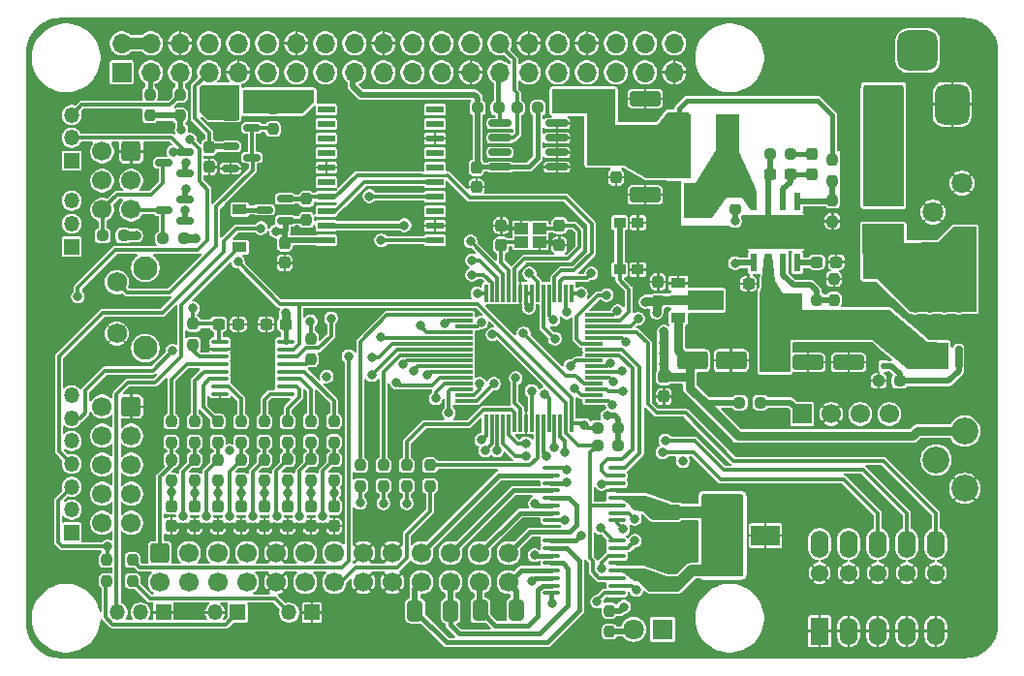
<source format=gtl>
G04 #@! TF.GenerationSoftware,KiCad,Pcbnew,9.0.2*
G04 #@! TF.CreationDate,2025-06-09T18:33:25+02:00*
G04 #@! TF.ProjectId,RPI-Electronics_V2.1,5250492d-456c-4656-9374-726f6e696373,rev?*
G04 #@! TF.SameCoordinates,Original*
G04 #@! TF.FileFunction,Copper,L1,Top*
G04 #@! TF.FilePolarity,Positive*
%FSLAX46Y46*%
G04 Gerber Fmt 4.6, Leading zero omitted, Abs format (unit mm)*
G04 Created by KiCad (PCBNEW 9.0.2) date 2025-06-09 18:33:25*
%MOMM*%
%LPD*%
G01*
G04 APERTURE LIST*
G04 Aperture macros list*
%AMRoundRect*
0 Rectangle with rounded corners*
0 $1 Rounding radius*
0 $2 $3 $4 $5 $6 $7 $8 $9 X,Y pos of 4 corners*
0 Add a 4 corners polygon primitive as box body*
4,1,4,$2,$3,$4,$5,$6,$7,$8,$9,$2,$3,0*
0 Add four circle primitives for the rounded corners*
1,1,$1+$1,$2,$3*
1,1,$1+$1,$4,$5*
1,1,$1+$1,$6,$7*
1,1,$1+$1,$8,$9*
0 Add four rect primitives between the rounded corners*
20,1,$1+$1,$2,$3,$4,$5,0*
20,1,$1+$1,$4,$5,$6,$7,0*
20,1,$1+$1,$6,$7,$8,$9,0*
20,1,$1+$1,$8,$9,$2,$3,0*%
%AMFreePoly0*
4,1,9,3.862500,-0.866500,0.737500,-0.866500,0.737500,-0.450000,-0.737500,-0.450000,-0.737500,0.450000,0.737500,0.450000,0.737500,0.866500,3.862500,0.866500,3.862500,-0.866500,3.862500,-0.866500,$1*%
G04 Aperture macros list end*
G04 #@! TA.AperFunction,SMDPad,CuDef*
%ADD10RoundRect,0.075000X-0.075000X0.700000X-0.075000X-0.700000X0.075000X-0.700000X0.075000X0.700000X0*%
G04 #@! TD*
G04 #@! TA.AperFunction,SMDPad,CuDef*
%ADD11RoundRect,0.075000X-0.700000X0.075000X-0.700000X-0.075000X0.700000X-0.075000X0.700000X0.075000X0*%
G04 #@! TD*
G04 #@! TA.AperFunction,SMDPad,CuDef*
%ADD12R,0.600000X1.550000*%
G04 #@! TD*
G04 #@! TA.AperFunction,ComponentPad*
%ADD13C,0.600000*%
G04 #@! TD*
G04 #@! TA.AperFunction,SMDPad,CuDef*
%ADD14R,3.100000X2.600000*%
G04 #@! TD*
G04 #@! TA.AperFunction,SMDPad,CuDef*
%ADD15R,4.500000X2.950000*%
G04 #@! TD*
G04 #@! TA.AperFunction,SMDPad,CuDef*
%ADD16R,1.500000X0.600000*%
G04 #@! TD*
G04 #@! TA.AperFunction,SMDPad,CuDef*
%ADD17RoundRect,0.237500X0.237500X-0.250000X0.237500X0.250000X-0.237500X0.250000X-0.237500X-0.250000X0*%
G04 #@! TD*
G04 #@! TA.AperFunction,SMDPad,CuDef*
%ADD18RoundRect,0.237500X-0.237500X0.250000X-0.237500X-0.250000X0.237500X-0.250000X0.237500X0.250000X0*%
G04 #@! TD*
G04 #@! TA.AperFunction,SMDPad,CuDef*
%ADD19RoundRect,0.237500X0.250000X0.237500X-0.250000X0.237500X-0.250000X-0.237500X0.250000X-0.237500X0*%
G04 #@! TD*
G04 #@! TA.AperFunction,SMDPad,CuDef*
%ADD20RoundRect,0.237500X-0.250000X-0.237500X0.250000X-0.237500X0.250000X0.237500X-0.250000X0.237500X0*%
G04 #@! TD*
G04 #@! TA.AperFunction,SMDPad,CuDef*
%ADD21RoundRect,0.150000X0.587500X0.150000X-0.587500X0.150000X-0.587500X-0.150000X0.587500X-0.150000X0*%
G04 #@! TD*
G04 #@! TA.AperFunction,SMDPad,CuDef*
%ADD22RoundRect,0.237500X-0.237500X0.300000X-0.237500X-0.300000X0.237500X-0.300000X0.237500X0.300000X0*%
G04 #@! TD*
G04 #@! TA.AperFunction,SMDPad,CuDef*
%ADD23RoundRect,0.237500X0.237500X-0.300000X0.237500X0.300000X-0.237500X0.300000X-0.237500X-0.300000X0*%
G04 #@! TD*
G04 #@! TA.AperFunction,SMDPad,CuDef*
%ADD24RoundRect,0.237500X-0.300000X-0.237500X0.300000X-0.237500X0.300000X0.237500X-0.300000X0.237500X0*%
G04 #@! TD*
G04 #@! TA.AperFunction,SMDPad,CuDef*
%ADD25RoundRect,0.237500X0.300000X0.237500X-0.300000X0.237500X-0.300000X-0.237500X0.300000X-0.237500X0*%
G04 #@! TD*
G04 #@! TA.AperFunction,SMDPad,CuDef*
%ADD26R,1.200000X1.000000*%
G04 #@! TD*
G04 #@! TA.AperFunction,SMDPad,CuDef*
%ADD27RoundRect,0.250000X-1.075000X-0.550000X1.075000X-0.550000X1.075000X0.550000X-1.075000X0.550000X0*%
G04 #@! TD*
G04 #@! TA.AperFunction,SMDPad,CuDef*
%ADD28RoundRect,0.150000X0.825000X0.150000X-0.825000X0.150000X-0.825000X-0.150000X0.825000X-0.150000X0*%
G04 #@! TD*
G04 #@! TA.AperFunction,SMDPad,CuDef*
%ADD29RoundRect,0.225000X-0.250000X0.225000X-0.250000X-0.225000X0.250000X-0.225000X0.250000X0.225000X0*%
G04 #@! TD*
G04 #@! TA.AperFunction,SMDPad,CuDef*
%ADD30RoundRect,0.250000X-1.100000X0.412500X-1.100000X-0.412500X1.100000X-0.412500X1.100000X0.412500X0*%
G04 #@! TD*
G04 #@! TA.AperFunction,SMDPad,CuDef*
%ADD31R,1.300000X0.900000*%
G04 #@! TD*
G04 #@! TA.AperFunction,SMDPad,CuDef*
%ADD32FreePoly0,0.000000*%
G04 #@! TD*
G04 #@! TA.AperFunction,SMDPad,CuDef*
%ADD33R,2.000000X5.700000*%
G04 #@! TD*
G04 #@! TA.AperFunction,SMDPad,CuDef*
%ADD34RoundRect,0.150000X-0.587500X-0.150000X0.587500X-0.150000X0.587500X0.150000X-0.587500X0.150000X0*%
G04 #@! TD*
G04 #@! TA.AperFunction,ComponentPad*
%ADD35R,3.500000X3.500000*%
G04 #@! TD*
G04 #@! TA.AperFunction,ComponentPad*
%ADD36RoundRect,0.750000X0.750000X1.000000X-0.750000X1.000000X-0.750000X-1.000000X0.750000X-1.000000X0*%
G04 #@! TD*
G04 #@! TA.AperFunction,ComponentPad*
%ADD37RoundRect,0.875000X0.875000X0.875000X-0.875000X0.875000X-0.875000X-0.875000X0.875000X-0.875000X0*%
G04 #@! TD*
G04 #@! TA.AperFunction,SMDPad,CuDef*
%ADD38RoundRect,0.100000X-0.637500X-0.100000X0.637500X-0.100000X0.637500X0.100000X-0.637500X0.100000X0*%
G04 #@! TD*
G04 #@! TA.AperFunction,ComponentPad*
%ADD39R,1.350000X1.350000*%
G04 #@! TD*
G04 #@! TA.AperFunction,ComponentPad*
%ADD40O,1.350000X1.350000*%
G04 #@! TD*
G04 #@! TA.AperFunction,SMDPad,CuDef*
%ADD41R,1.200000X0.900000*%
G04 #@! TD*
G04 #@! TA.AperFunction,SMDPad,CuDef*
%ADD42RoundRect,0.250000X1.100000X-0.412500X1.100000X0.412500X-1.100000X0.412500X-1.100000X-0.412500X0*%
G04 #@! TD*
G04 #@! TA.AperFunction,SMDPad,CuDef*
%ADD43R,2.300000X2.500000*%
G04 #@! TD*
G04 #@! TA.AperFunction,ComponentPad*
%ADD44C,1.800000*%
G04 #@! TD*
G04 #@! TA.AperFunction,SMDPad,CuDef*
%ADD45RoundRect,0.150000X0.150000X-0.825000X0.150000X0.825000X-0.150000X0.825000X-0.150000X-0.825000X0*%
G04 #@! TD*
G04 #@! TA.AperFunction,SMDPad,CuDef*
%ADD46RoundRect,0.250000X-0.412500X-0.650000X0.412500X-0.650000X0.412500X0.650000X-0.412500X0.650000X0*%
G04 #@! TD*
G04 #@! TA.AperFunction,ComponentPad*
%ADD47C,2.340000*%
G04 #@! TD*
G04 #@! TA.AperFunction,ComponentPad*
%ADD48R,1.600000X2.400000*%
G04 #@! TD*
G04 #@! TA.AperFunction,ComponentPad*
%ADD49C,1.524000*%
G04 #@! TD*
G04 #@! TA.AperFunction,ComponentPad*
%ADD50O,1.600000X2.400000*%
G04 #@! TD*
G04 #@! TA.AperFunction,SMDPad,CuDef*
%ADD51R,2.500000X1.800000*%
G04 #@! TD*
G04 #@! TA.AperFunction,ComponentPad*
%ADD52R,1.800000X1.800000*%
G04 #@! TD*
G04 #@! TA.AperFunction,ComponentPad*
%ADD53R,1.700000X1.700000*%
G04 #@! TD*
G04 #@! TA.AperFunction,ComponentPad*
%ADD54C,1.700000*%
G04 #@! TD*
G04 #@! TA.AperFunction,SMDPad,CuDef*
%ADD55C,0.800000*%
G04 #@! TD*
G04 #@! TA.AperFunction,SMDPad,CuDef*
%ADD56R,1.000000X0.900000*%
G04 #@! TD*
G04 #@! TA.AperFunction,SMDPad,CuDef*
%ADD57R,0.450000X0.600000*%
G04 #@! TD*
G04 #@! TA.AperFunction,ComponentPad*
%ADD58RoundRect,0.250000X0.600000X0.600000X-0.600000X0.600000X-0.600000X-0.600000X0.600000X-0.600000X0*%
G04 #@! TD*
G04 #@! TA.AperFunction,ComponentPad*
%ADD59O,1.700000X1.700000*%
G04 #@! TD*
G04 #@! TA.AperFunction,ComponentPad*
%ADD60C,2.100000*%
G04 #@! TD*
G04 #@! TA.AperFunction,ComponentPad*
%ADD61C,1.750000*%
G04 #@! TD*
G04 #@! TA.AperFunction,ComponentPad*
%ADD62RoundRect,0.250000X-0.600000X0.600000X-0.600000X-0.600000X0.600000X-0.600000X0.600000X0.600000X0*%
G04 #@! TD*
G04 #@! TA.AperFunction,ViaPad*
%ADD63C,0.800000*%
G04 #@! TD*
G04 #@! TA.AperFunction,Conductor*
%ADD64C,0.400000*%
G04 #@! TD*
G04 #@! TA.AperFunction,Conductor*
%ADD65C,0.500000*%
G04 #@! TD*
G04 #@! TA.AperFunction,Conductor*
%ADD66C,0.300000*%
G04 #@! TD*
G04 #@! TA.AperFunction,Conductor*
%ADD67C,0.800000*%
G04 #@! TD*
G04 #@! TA.AperFunction,Conductor*
%ADD68C,1.000000*%
G04 #@! TD*
G04 #@! TA.AperFunction,Conductor*
%ADD69C,0.250000*%
G04 #@! TD*
G04 APERTURE END LIST*
D10*
X184852000Y-82483000D03*
X184352000Y-82483000D03*
X183852000Y-82483000D03*
X183352000Y-82483000D03*
X182852000Y-82483000D03*
X182352000Y-82483000D03*
X181852000Y-82483000D03*
X181352000Y-82483000D03*
X180852000Y-82483000D03*
X180352000Y-82483000D03*
X179852000Y-82483000D03*
X179352000Y-82483000D03*
X178852000Y-82483000D03*
X178352000Y-82483000D03*
X177852000Y-82483000D03*
X177352000Y-82483000D03*
D11*
X175427000Y-84408000D03*
X175427000Y-84908000D03*
X175427000Y-85408000D03*
X175427000Y-85908000D03*
X175427000Y-86408000D03*
X175427000Y-86908000D03*
X175427000Y-87408000D03*
X175427000Y-87908000D03*
X175427000Y-88408000D03*
X175427000Y-88908000D03*
X175427000Y-89408000D03*
X175427000Y-89908000D03*
X175427000Y-90408000D03*
X175427000Y-90908000D03*
X175427000Y-91408000D03*
X175427000Y-91908000D03*
D10*
X177352000Y-93833000D03*
X177852000Y-93833000D03*
X178352000Y-93833000D03*
X178852000Y-93833000D03*
X179352000Y-93833000D03*
X179852000Y-93833000D03*
X180352000Y-93833000D03*
X180852000Y-93833000D03*
X181352000Y-93833000D03*
X181852000Y-93833000D03*
X182352000Y-93833000D03*
X182852000Y-93833000D03*
X183352000Y-93833000D03*
X183852000Y-93833000D03*
X184352000Y-93833000D03*
X184852000Y-93833000D03*
D11*
X186777000Y-91908000D03*
X186777000Y-91408000D03*
X186777000Y-90908000D03*
X186777000Y-90408000D03*
X186777000Y-89908000D03*
X186777000Y-89408000D03*
X186777000Y-88908000D03*
X186777000Y-88408000D03*
X186777000Y-87908000D03*
X186777000Y-87408000D03*
X186777000Y-86908000D03*
X186777000Y-86408000D03*
X186777000Y-85908000D03*
X186777000Y-85408000D03*
X186777000Y-84908000D03*
X186777000Y-84408000D03*
D12*
X200772000Y-79853000D03*
X202042000Y-79853000D03*
X203312000Y-79853000D03*
X204582000Y-79853000D03*
X204582000Y-74453000D03*
X203312000Y-74453000D03*
X202042000Y-74453000D03*
X200772000Y-74453000D03*
D13*
X200877000Y-77753000D03*
X202077000Y-77753000D03*
X203377000Y-77753000D03*
X204477000Y-77753000D03*
D14*
X202677000Y-77153000D03*
D15*
X202677000Y-77153000D03*
D13*
X200877000Y-76553000D03*
X202077000Y-76553000D03*
X203377000Y-76553000D03*
X204477000Y-76553000D03*
D16*
X172898000Y-77871000D03*
X172898000Y-76601000D03*
X172898000Y-75331000D03*
X172898000Y-74061000D03*
X172898000Y-72791000D03*
X172898000Y-71521000D03*
X172898000Y-70251000D03*
X172898000Y-68981000D03*
X172898000Y-67711000D03*
X172898000Y-66441000D03*
X163398000Y-66441000D03*
X163398000Y-67711000D03*
X163398000Y-68981000D03*
X163398000Y-70251000D03*
X163398000Y-71521000D03*
X163398000Y-72791000D03*
X163398000Y-74061000D03*
X163398000Y-75331000D03*
X163398000Y-76601000D03*
X163398000Y-77871000D03*
D17*
X146448800Y-107644300D03*
X146448800Y-105819300D03*
D18*
X147972800Y-65128500D03*
X147972800Y-66953500D03*
X150622000Y-65147500D03*
X150622000Y-66972500D03*
D19*
X178450900Y-66295000D03*
X176625900Y-66295000D03*
D17*
X207645000Y-76220000D03*
X207645000Y-74395000D03*
D18*
X207645000Y-70839000D03*
X207645000Y-72664000D03*
D20*
X180054900Y-66295000D03*
X181879900Y-66295000D03*
D19*
X203997000Y-70290500D03*
X202172000Y-70290500D03*
D20*
X143859900Y-77471000D03*
X145684900Y-77471000D03*
D18*
X207772000Y-81253000D03*
X207772000Y-83078000D03*
D20*
X204423000Y-83078000D03*
X206248000Y-83078000D03*
X149145000Y-77725000D03*
X150970000Y-77725000D03*
D21*
X151067500Y-76174000D03*
X151067500Y-74274000D03*
X149192500Y-75224000D03*
D22*
X192905400Y-89816500D03*
X192905400Y-91541500D03*
D23*
X192397400Y-83222500D03*
X192397400Y-81497500D03*
X176522400Y-73228100D03*
X176522400Y-71503100D03*
X183761400Y-78307000D03*
X183761400Y-76582000D03*
D22*
X178681400Y-76582000D03*
X178681400Y-78307000D03*
D24*
X202222000Y-72073000D03*
X203947000Y-72073000D03*
D22*
X205852000Y-70348000D03*
X205852000Y-72073000D03*
D24*
X206248000Y-79776000D03*
X207973000Y-79776000D03*
D25*
X202015500Y-81681000D03*
X200290500Y-81681000D03*
D22*
X159758400Y-78132500D03*
X159758400Y-79857500D03*
D26*
X180441400Y-78048500D03*
X182041400Y-78048500D03*
X182041400Y-76848500D03*
X180441400Y-76848500D03*
D27*
X195421400Y-88393000D03*
X198771400Y-88393000D03*
D28*
X183542000Y-71475600D03*
X183542000Y-70205600D03*
X183542000Y-68935600D03*
X183542000Y-67665600D03*
X178592000Y-67665600D03*
X178592000Y-68935600D03*
X178592000Y-70205600D03*
X178592000Y-71475600D03*
D29*
X199128400Y-73648000D03*
X199128400Y-75198000D03*
D30*
X205478400Y-85433500D03*
X205478400Y-88558500D03*
X209034400Y-85433500D03*
X209034400Y-88558500D03*
D31*
X194169000Y-81622000D03*
D32*
X194256500Y-83122000D03*
D31*
X194169000Y-84622000D03*
D33*
X194233000Y-69616000D03*
X198433000Y-69616000D03*
D34*
X155018500Y-69682000D03*
X155018500Y-71582000D03*
X156893500Y-70632000D03*
D18*
X158750000Y-66314000D03*
X158750000Y-68139000D03*
D35*
X212090000Y-65982500D03*
D36*
X218090000Y-65982500D03*
D37*
X215090000Y-61282500D03*
D38*
X154109500Y-86752000D03*
X154109500Y-87402000D03*
X154109500Y-88052000D03*
X154109500Y-88702000D03*
X154109500Y-89352000D03*
X154109500Y-90002000D03*
X154109500Y-90652000D03*
X154109500Y-91302000D03*
X159834500Y-91302000D03*
X159834500Y-90652000D03*
X159834500Y-90002000D03*
X159834500Y-89352000D03*
X159834500Y-88702000D03*
X159834500Y-88052000D03*
X159834500Y-87402000D03*
X159834500Y-86752000D03*
D18*
X151765000Y-85190000D03*
X151765000Y-87015000D03*
X162052000Y-86463500D03*
X162052000Y-88288500D03*
X188152400Y-110258500D03*
X188152400Y-112083500D03*
D17*
X170434000Y-99361000D03*
X170434000Y-97536000D03*
X166370000Y-99361000D03*
X166370000Y-97536000D03*
X164084000Y-95524000D03*
X164084000Y-93699000D03*
X162052000Y-95524000D03*
X162052000Y-93699000D03*
X160020000Y-95547500D03*
X160020000Y-93722500D03*
X157988000Y-95547500D03*
X157988000Y-93722500D03*
X155956000Y-95547500D03*
X155956000Y-93722500D03*
X153924000Y-95547500D03*
X153924000Y-93722500D03*
X151892000Y-95547500D03*
X151892000Y-93722500D03*
X149860000Y-95547500D03*
X149860000Y-93722500D03*
D25*
X159866500Y-85217000D03*
X158141500Y-85217000D03*
D24*
X153977000Y-85217000D03*
X155702000Y-85217000D03*
D22*
X162052000Y-101138500D03*
X162052000Y-102863500D03*
X160020000Y-101138500D03*
X160020000Y-102863500D03*
X157988000Y-101138500D03*
X157988000Y-102863500D03*
X155956000Y-101138500D03*
X155956000Y-102863500D03*
X153924000Y-101138500D03*
X153924000Y-102863500D03*
X151892000Y-101138500D03*
X151892000Y-102863500D03*
D20*
X187091000Y-95778000D03*
X188916000Y-95778000D03*
X187091000Y-94254000D03*
X188916000Y-94254000D03*
D21*
X151067500Y-72049000D03*
X151067500Y-70149000D03*
X149192500Y-71099000D03*
X156909500Y-68026000D03*
X156909500Y-66126000D03*
X155034500Y-67076000D03*
D22*
X149860000Y-101112000D03*
X149860000Y-102837000D03*
D39*
X149152400Y-110421000D03*
D40*
X147152400Y-110421000D03*
X145152400Y-110421000D03*
D39*
X141152400Y-78421000D03*
D40*
X141152400Y-76421000D03*
X141152400Y-74421000D03*
D41*
X155821400Y-75186000D03*
X155821400Y-78486000D03*
D18*
X161663400Y-74268000D03*
X161663400Y-76093000D03*
D22*
X153162000Y-69743000D03*
X153162000Y-71468000D03*
D17*
X144213600Y-107644300D03*
X144213600Y-105819300D03*
D42*
X191254400Y-68619500D03*
X191254400Y-65494500D03*
D22*
X188714400Y-70639500D03*
X188714400Y-72364500D03*
D43*
X195819000Y-74578000D03*
X195819000Y-78878000D03*
D22*
X164084000Y-101138500D03*
X164084000Y-102863500D03*
D18*
X164084000Y-97024500D03*
X164084000Y-98849500D03*
X162052000Y-97024500D03*
X162052000Y-98849500D03*
X160020000Y-97024500D03*
X160020000Y-98849500D03*
X157988000Y-97048000D03*
X157988000Y-98873000D03*
X155956000Y-97048000D03*
X155956000Y-98873000D03*
X153924000Y-97048000D03*
X153924000Y-98873000D03*
X151892000Y-97048000D03*
X151892000Y-98873000D03*
X149860000Y-97048000D03*
X149860000Y-98873000D03*
D39*
X141152400Y-70921000D03*
D40*
X141152400Y-68921000D03*
X141152400Y-66921000D03*
D21*
X159830500Y-76154000D03*
X159830500Y-74254000D03*
X157955500Y-75204000D03*
D17*
X168402000Y-99361000D03*
X168402000Y-97536000D03*
X172466000Y-99361000D03*
X172466000Y-97536000D03*
D44*
X216400400Y-75439000D03*
X218940400Y-72899000D03*
D45*
X214851000Y-88124800D03*
X216121000Y-88124800D03*
X217391000Y-88124800D03*
X218661000Y-88124800D03*
X218661000Y-83174800D03*
X217391000Y-83174800D03*
X216121000Y-83174800D03*
X214851000Y-83174800D03*
D19*
X213502900Y-90171000D03*
X211677900Y-90171000D03*
D44*
X216400400Y-80519000D03*
X218940400Y-77979000D03*
D22*
X190687900Y-105422000D03*
X190687900Y-107147000D03*
D38*
X183057900Y-104152000D03*
X183057900Y-104802000D03*
X183057900Y-105452000D03*
X183057900Y-106102000D03*
X183057900Y-106752000D03*
X183057900Y-107402000D03*
X183057900Y-108052000D03*
X183057900Y-108702000D03*
X188782900Y-108702000D03*
X188782900Y-108052000D03*
X188782900Y-107402000D03*
X188782900Y-106752000D03*
X188782900Y-106102000D03*
X188782900Y-105452000D03*
X188782900Y-104802000D03*
X188782900Y-104152000D03*
D42*
X193032400Y-107912000D03*
X193032400Y-104787000D03*
D46*
X176864900Y-110237000D03*
X179989900Y-110237000D03*
D47*
X219194400Y-99569000D03*
X216694400Y-97069000D03*
X219194400Y-94569000D03*
D48*
X206499400Y-112045000D03*
D49*
X206499400Y-106965000D03*
D50*
X209039400Y-112045000D03*
D49*
X209039400Y-106965000D03*
D50*
X211579400Y-112045000D03*
D49*
X211579400Y-106965000D03*
D50*
X214119400Y-112045000D03*
D49*
X214119400Y-106965000D03*
D50*
X216659400Y-112045000D03*
D49*
X216659400Y-106965000D03*
D50*
X216659400Y-104425000D03*
X214119400Y-104425000D03*
X211579400Y-104425000D03*
X209039400Y-104425000D03*
X206499400Y-104425000D03*
D22*
X190687900Y-99272000D03*
X190687900Y-100997000D03*
D42*
X193032400Y-101639500D03*
X193032400Y-98514500D03*
D38*
X183057900Y-97802000D03*
X183057900Y-98452000D03*
X183057900Y-99102000D03*
X183057900Y-99752000D03*
X183057900Y-100402000D03*
X183057900Y-101052000D03*
X183057900Y-101702000D03*
X183057900Y-102352000D03*
X188782900Y-102352000D03*
X188782900Y-101702000D03*
X188782900Y-101052000D03*
X188782900Y-100402000D03*
X188782900Y-99752000D03*
X188782900Y-99102000D03*
X188782900Y-98452000D03*
X188782900Y-97802000D03*
D46*
X171149900Y-110256000D03*
X174274900Y-110256000D03*
D51*
X197788800Y-103683800D03*
X201788800Y-103683800D03*
D52*
X192783400Y-111888000D03*
D44*
X190243400Y-111888000D03*
D39*
X162152400Y-110421000D03*
D40*
X160152400Y-110421000D03*
D53*
X204978400Y-93062400D03*
D54*
X207518400Y-93062400D03*
X210058400Y-93062400D03*
X212598400Y-93062400D03*
D55*
X172204400Y-89663000D03*
X167378400Y-89663000D03*
X167378400Y-88139000D03*
D39*
X141152400Y-103421000D03*
D40*
X141152400Y-101421000D03*
X141152400Y-99421000D03*
X141152400Y-97421000D03*
X141152400Y-95421000D03*
X141152400Y-93421000D03*
X141152400Y-91421000D03*
D55*
X188460400Y-90221800D03*
D30*
X191254400Y-70790000D03*
X191254400Y-73915000D03*
D55*
X187902400Y-82671000D03*
D56*
X189032000Y-80435400D03*
X189032000Y-76335400D03*
X190632000Y-80435400D03*
X190632000Y-76335400D03*
D20*
X199517500Y-92068000D03*
X201342500Y-92068000D03*
D43*
X212082400Y-77843000D03*
X212082400Y-73543000D03*
D57*
X212082400Y-86771000D03*
X212082400Y-88871000D03*
D55*
X189273200Y-89256600D03*
X176014400Y-77979000D03*
D39*
X155652400Y-110421000D03*
D40*
X153652400Y-110421000D03*
D55*
X182618400Y-96775000D03*
X171036000Y-89256600D03*
X189603400Y-86742000D03*
D58*
X146352400Y-70121000D03*
D54*
X143812400Y-70121000D03*
X146352400Y-72661000D03*
X143812400Y-72661000D03*
X146352400Y-75201000D03*
X143812400Y-75201000D03*
D53*
X145522400Y-63191000D03*
D59*
X145522400Y-60651000D03*
X148062400Y-63191000D03*
X148062400Y-60651000D03*
X150602400Y-63191000D03*
X150602400Y-60651000D03*
X153142400Y-63191000D03*
X153142400Y-60651000D03*
X155682400Y-63191000D03*
X155682400Y-60651000D03*
X158222400Y-63191000D03*
X158222400Y-60651000D03*
X160762400Y-63191000D03*
X160762400Y-60651000D03*
X163302400Y-63191000D03*
X163302400Y-60651000D03*
X165842400Y-63191000D03*
X165842400Y-60651000D03*
X168382400Y-63191000D03*
X168382400Y-60651000D03*
X170922400Y-63191000D03*
X170922400Y-60651000D03*
X173462400Y-63191000D03*
X173462400Y-60651000D03*
X176002400Y-63191000D03*
X176002400Y-60651000D03*
X178542400Y-63191000D03*
X178542400Y-60651000D03*
X181082400Y-63191000D03*
X181082400Y-60651000D03*
X183622400Y-63191000D03*
X183622400Y-60651000D03*
X186162400Y-63191000D03*
X186162400Y-60651000D03*
X188702400Y-63191000D03*
X188702400Y-60651000D03*
X191242400Y-63191000D03*
X191242400Y-60651000D03*
X193782400Y-63191000D03*
X193782400Y-60651000D03*
D60*
X147573900Y-80285000D03*
X147573900Y-87295000D03*
D61*
X145083900Y-81535000D03*
X145083900Y-86035000D03*
D58*
X146352400Y-92421000D03*
D54*
X143812400Y-92421000D03*
X146352400Y-94961000D03*
X143812400Y-94961000D03*
X146352400Y-97501000D03*
X143812400Y-97501000D03*
X146352400Y-100041000D03*
X143812400Y-100041000D03*
X146352400Y-102581000D03*
X143812400Y-102581000D03*
D62*
X148852400Y-105221000D03*
D54*
X148852400Y-107761000D03*
X151392400Y-105221000D03*
X151392400Y-107761000D03*
X153932400Y-105221000D03*
X153932400Y-107761000D03*
X156472400Y-105221000D03*
X156472400Y-107761000D03*
X159012400Y-105221000D03*
X159012400Y-107761000D03*
X161552400Y-105221000D03*
X161552400Y-107761000D03*
X164092400Y-105221000D03*
X164092400Y-107761000D03*
X166632400Y-105221000D03*
X166632400Y-107761000D03*
X169172400Y-105221000D03*
X169172400Y-107761000D03*
X171712400Y-105221000D03*
X171712400Y-107761000D03*
X174252400Y-105221000D03*
X174252400Y-107761000D03*
X176792400Y-105221000D03*
X176792400Y-107761000D03*
X179332400Y-105221000D03*
X179332400Y-107761000D03*
D63*
X142740400Y-98680000D03*
X198874400Y-84202000D03*
X202684400Y-64517000D03*
X156075400Y-87123000D03*
X192778400Y-103252000D03*
X178046400Y-106554000D03*
X189984400Y-72391000D03*
X191914800Y-76810600D03*
X147820400Y-83313000D03*
X178935400Y-89536000D03*
X184015400Y-75185000D03*
X143756400Y-88393000D03*
X218432400Y-85599000D03*
X156964400Y-79757000D03*
X194810400Y-99569000D03*
X142232400Y-68073000D03*
X177894000Y-72822800D03*
X192778400Y-99950000D03*
X193032400Y-93727000D03*
X140860800Y-88545400D03*
X172966400Y-106554000D03*
X206240400Y-87250000D03*
X181399200Y-85040200D03*
X191762400Y-67057000D03*
X164457400Y-82043000D03*
X174490400Y-81408000D03*
X209288400Y-80773000D03*
X144823200Y-90120200D03*
X161663400Y-80265000D03*
X150868400Y-91060000D03*
X175506400Y-106554000D03*
X208780400Y-70105000D03*
X208780400Y-67565000D03*
X207764400Y-65533000D03*
X140708400Y-85853000D03*
X177411400Y-89536000D03*
X159504400Y-82297000D03*
X181043600Y-90018600D03*
X147820400Y-101245400D03*
X184902400Y-112171000D03*
X194708800Y-105817400D03*
X149979400Y-86361000D03*
X186936400Y-75312000D03*
X193152400Y-109421000D03*
X169410400Y-92711000D03*
X158107400Y-87123000D03*
X200525400Y-84202000D03*
X190492400Y-109602000D03*
X165270200Y-71603600D03*
X174998400Y-75439000D03*
X187317400Y-100204000D03*
X182237400Y-73280000D03*
X184769800Y-77471000D03*
X167505400Y-92965000D03*
X167378400Y-98426000D03*
X171950400Y-82043000D03*
X209288400Y-83186000D03*
X172585400Y-92965000D03*
X205351400Y-64517000D03*
X141724400Y-105665000D03*
X141216400Y-80773000D03*
X190365400Y-67057000D03*
X179189400Y-83948000D03*
X210304400Y-89917000D03*
X155948400Y-90425000D03*
X178681400Y-110618000D03*
X193794400Y-99950000D03*
X153916400Y-73051400D03*
X193667400Y-73661000D03*
X152646400Y-82678000D03*
X194810400Y-103633000D03*
X170807400Y-111888000D03*
X171391600Y-75794600D03*
X204589400Y-87250000D03*
X185412400Y-73661000D03*
X208272400Y-87250000D03*
X179570400Y-79376000D03*
X212082400Y-83186000D03*
X195572400Y-64517000D03*
X193794400Y-106122200D03*
X193794400Y-103252000D03*
X169258000Y-75032600D03*
X180332400Y-75312000D03*
X186682400Y-92965000D03*
X192778400Y-106122200D03*
X187698400Y-79503000D03*
X215765400Y-85599000D03*
X193413400Y-80265000D03*
X150157200Y-80722200D03*
X152646400Y-86107000D03*
X164584400Y-89790000D03*
X142994400Y-93727000D03*
X160393400Y-73153000D03*
X176903400Y-98553000D03*
X187317400Y-105030000D03*
X173601400Y-94743000D03*
X191000400Y-103252000D03*
X175633400Y-92965000D03*
X175633400Y-111380000D03*
X169156400Y-70613000D03*
X209796400Y-87250000D03*
X161028400Y-92711000D03*
X207256400Y-89917000D03*
X208780400Y-77217000D03*
X150868400Y-101982000D03*
X152900400Y-101982000D03*
X154932400Y-101982000D03*
X156964400Y-101982000D03*
X159057016Y-101987500D03*
X161065023Y-101987500D03*
X163060400Y-101982000D03*
X192905400Y-85853000D03*
X158996400Y-77090000D03*
X181094400Y-83770200D03*
X185666400Y-103682500D03*
X151122400Y-71121000D03*
X192905400Y-86818200D03*
X151071600Y-75235800D03*
X192905400Y-88697800D03*
X181348400Y-91060000D03*
X184396400Y-97918000D03*
X151757400Y-83821000D03*
X187952400Y-93219000D03*
X192905400Y-87758000D03*
X154932400Y-96267000D03*
X189402400Y-109921000D03*
X162009770Y-84976500D03*
X181145200Y-80773000D03*
X150741400Y-68200000D03*
X198366400Y-101651800D03*
X199433200Y-106731800D03*
X197350400Y-106731800D03*
X198366400Y-106731800D03*
X197350400Y-101651800D03*
X202049400Y-86615000D03*
X203192400Y-88901000D03*
X197350400Y-100635800D03*
X202049400Y-87758000D03*
X202049400Y-88901000D03*
X199382400Y-100635800D03*
X198366400Y-105715800D03*
X199382400Y-105715800D03*
X203192400Y-86615000D03*
X199382400Y-101651800D03*
X203192400Y-85472000D03*
X202049400Y-85472000D03*
X203192400Y-87758000D03*
X197350400Y-105715800D03*
X198366400Y-100635800D03*
X158869400Y-65152000D03*
X160901400Y-65152000D03*
X186809400Y-70740000D03*
X159885400Y-66295000D03*
X161917400Y-65152000D03*
X159885400Y-65152000D03*
X184548800Y-65228200D03*
X185514000Y-65228200D03*
X160901400Y-66295000D03*
X183583600Y-65228200D03*
X192270400Y-84176600D03*
X152011400Y-77725000D03*
X187825400Y-69724000D03*
X186809400Y-69724000D03*
X159885400Y-84202000D03*
X183583600Y-66168000D03*
X146804400Y-77471000D03*
X191305200Y-83262200D03*
X184599600Y-66168000D03*
X187825400Y-68708000D03*
X186809400Y-68708000D03*
X163441400Y-89790000D03*
X165346400Y-88012000D03*
X183228000Y-84837000D03*
X144264400Y-104649000D03*
X189349400Y-91060000D03*
X176948707Y-85053261D03*
X173728400Y-85154300D03*
X176141400Y-79630000D03*
X176141400Y-80900000D03*
X190644800Y-84735400D03*
X177919400Y-86107000D03*
X163822400Y-84710000D03*
X185971200Y-94031800D03*
X187475900Y-99188000D03*
X187444400Y-106554000D03*
X155694400Y-79757000D03*
X166362400Y-100839000D03*
X168394400Y-100864400D03*
X170426400Y-100864400D03*
X170223200Y-76556600D03*
X172966400Y-91695000D03*
X190492400Y-108459000D03*
X174109400Y-92965000D03*
X187063400Y-109475000D03*
X176801500Y-90425000D03*
X190365400Y-104141000D03*
X178046400Y-90425000D03*
X187383786Y-103020432D03*
X190365400Y-102236000D03*
X188184423Y-88657500D03*
X184752000Y-88850200D03*
X189349400Y-103125000D03*
X199128400Y-76201000D03*
X199128400Y-79884000D03*
X149845486Y-99910202D03*
X171594800Y-85357500D03*
X168140400Y-86361000D03*
X151892000Y-99942400D03*
X170097835Y-88709935D03*
X153924000Y-99942400D03*
X155956000Y-99942400D03*
X169537400Y-90323400D03*
X185116877Y-90847523D03*
X157988000Y-99942400D03*
X160020000Y-99942400D03*
X188416445Y-92246955D03*
X176947116Y-95333780D03*
X162052000Y-99942400D03*
X177300899Y-96268575D03*
X164084000Y-99942400D03*
X176598600Y-82525600D03*
X178300400Y-96267000D03*
X183126400Y-109602000D03*
X184269400Y-102325500D03*
X180840400Y-96775000D03*
X141686100Y-82805000D03*
X151491900Y-69089000D03*
X157675600Y-76810600D03*
X151122400Y-73407000D03*
X167175200Y-74016600D03*
X150004800Y-70155800D03*
X168191200Y-77877400D03*
X188841400Y-84075000D03*
X154018000Y-64771000D03*
X152773400Y-65914000D03*
X155313400Y-65914000D03*
X152773400Y-64771000D03*
X155288000Y-64771000D03*
X154043400Y-65914000D03*
X149954000Y-87529400D03*
X180637200Y-86005400D03*
X181602400Y-105411000D03*
X181399200Y-107646200D03*
X184396400Y-99061000D03*
X181638575Y-100887673D03*
X180840400Y-95632000D03*
X194556400Y-97171282D03*
X193032400Y-95378000D03*
X183332351Y-95991041D03*
X192765900Y-96421782D03*
X184241416Y-96406500D03*
X185666400Y-82551000D03*
X184409123Y-84172313D03*
X179951400Y-89917000D03*
X182491707Y-91314305D03*
X186555400Y-80773000D03*
X183380400Y-86488000D03*
D64*
X190207900Y-99752000D02*
X190687900Y-99272000D01*
D65*
X202042000Y-76518000D02*
X202077000Y-76553000D01*
D66*
X180441400Y-76848500D02*
X178947900Y-76848500D01*
D65*
X202042000Y-74453000D02*
X202042000Y-76518000D01*
X162025500Y-102837000D02*
X162052000Y-102863500D01*
D67*
X192719900Y-98611500D02*
X192059400Y-99272000D01*
D65*
X162052000Y-102863500D02*
X164084000Y-102863500D01*
X149860000Y-102837000D02*
X162025500Y-102837000D01*
X202172000Y-72023000D02*
X202222000Y-72073000D01*
D66*
X182041400Y-78048500D02*
X183502900Y-78048500D01*
D64*
X188782900Y-99752000D02*
X190207900Y-99752000D01*
X188782900Y-106102000D02*
X190007900Y-106102000D01*
D66*
X183502900Y-78048500D02*
X183761400Y-78307000D01*
D65*
X202172000Y-70290500D02*
X202172000Y-72023000D01*
D67*
X192059400Y-99272000D02*
X190687900Y-99272000D01*
D64*
X190007900Y-106102000D02*
X190687900Y-105422000D01*
D67*
X192719900Y-98545500D02*
X192719900Y-98611500D01*
D65*
X202042000Y-72253000D02*
X202222000Y-72073000D01*
X202042000Y-74453000D02*
X202042000Y-72253000D01*
D66*
X178947900Y-76848500D02*
X178681400Y-76582000D01*
X149860000Y-97555329D02*
X149860000Y-97048000D01*
X148872400Y-105223500D02*
X148872400Y-98542929D01*
X148872400Y-98542929D02*
X149860000Y-97555329D01*
X149860000Y-95547500D02*
X149860000Y-97048000D01*
X150868400Y-98071600D02*
X151892000Y-97048000D01*
X150868400Y-101982000D02*
X150868400Y-98071600D01*
X151892000Y-95547500D02*
X151892000Y-97048000D01*
X153924000Y-95547500D02*
X153924000Y-97048000D01*
X152900400Y-98071600D02*
X153924000Y-97048000D01*
X152900400Y-101982000D02*
X152900400Y-98071600D01*
X155956000Y-97048000D02*
X154932400Y-98071600D01*
X155956000Y-95547500D02*
X155956000Y-97048000D01*
X154932400Y-98071600D02*
X154932400Y-101982000D01*
X157988000Y-95547500D02*
X157988000Y-97048000D01*
X156964400Y-98071600D02*
X157988000Y-97048000D01*
X156964400Y-101982000D02*
X156964400Y-98071600D01*
X158996400Y-98048100D02*
X158996400Y-101926884D01*
X160020000Y-95547500D02*
X160020000Y-97024500D01*
X160020000Y-97024500D02*
X158996400Y-98048100D01*
X158996400Y-101926884D02*
X159057016Y-101987500D01*
X162052000Y-97024500D02*
X161028400Y-98048100D01*
X161028400Y-101950877D02*
X161065023Y-101987500D01*
X161028400Y-98048100D02*
X161028400Y-101950877D01*
X162052000Y-95524000D02*
X162052000Y-97024500D01*
X163060400Y-101982000D02*
X163060400Y-98048100D01*
X164084000Y-95524000D02*
X164084000Y-97024500D01*
X163060400Y-98048100D02*
X164084000Y-97024500D01*
D65*
X188917600Y-94252400D02*
X188916000Y-94254000D01*
D67*
X192905400Y-88697800D02*
X192905400Y-87758000D01*
D65*
X151067500Y-72049000D02*
X151067500Y-71175900D01*
X188152400Y-110258500D02*
X189064900Y-110258500D01*
D66*
X181852000Y-82483000D02*
X181852000Y-81479800D01*
D67*
X192905400Y-86742000D02*
X192905400Y-85853000D01*
D66*
X180852000Y-83527800D02*
X181094400Y-83770200D01*
D65*
X196850400Y-92068000D02*
X196651900Y-92266500D01*
D66*
X181852000Y-81479800D02*
X181145200Y-80773000D01*
X181352000Y-93833000D02*
X181352000Y-91063600D01*
D65*
X199517500Y-92068000D02*
X196850400Y-92068000D01*
X188916000Y-94254000D02*
X188916000Y-95778000D01*
D67*
X194169000Y-87528100D02*
X195033900Y-88393000D01*
D65*
X187952400Y-93219000D02*
X188612800Y-93219000D01*
D66*
X183057900Y-97802000D02*
X184280400Y-97802000D01*
D65*
X151067500Y-75239900D02*
X151071600Y-75235800D01*
D64*
X183057900Y-104152000D02*
X185196900Y-104152000D01*
D67*
X214622400Y-94997000D02*
X215050400Y-94569000D01*
D66*
X180852000Y-82483000D02*
X180852000Y-83527800D01*
X184280400Y-97802000D02*
X184396400Y-97918000D01*
D67*
X192905400Y-87758000D02*
X192905400Y-86742000D01*
D66*
X162052000Y-86463500D02*
X162052000Y-85018730D01*
D67*
X215050400Y-94569000D02*
X219194400Y-94569000D01*
D65*
X150622000Y-66972500D02*
X147991800Y-66972500D01*
D64*
X185196900Y-104152000D02*
X185666400Y-103682500D01*
D65*
X159758400Y-77090000D02*
X159758400Y-78132500D01*
D66*
X153977000Y-85217000D02*
X153977000Y-86619500D01*
D67*
X194169000Y-84622000D02*
X194169000Y-87528100D01*
D66*
X162052000Y-85018730D02*
X162009770Y-84976500D01*
D65*
X153950000Y-85190000D02*
X153977000Y-85217000D01*
D66*
X181352000Y-91063600D02*
X181348400Y-91060000D01*
X153977000Y-86619500D02*
X154109500Y-86752000D01*
D65*
X159830500Y-77017900D02*
X159830500Y-76154000D01*
D64*
X161602400Y-76154000D02*
X161663400Y-76093000D01*
D67*
X199382400Y-94997000D02*
X214622400Y-94997000D01*
D65*
X163398000Y-77871000D02*
X160019900Y-77871000D01*
D67*
X195167400Y-90782000D02*
X196651900Y-92266500D01*
D65*
X159758400Y-77090000D02*
X159830500Y-77017900D01*
X150622000Y-68080600D02*
X150741400Y-68200000D01*
X219194400Y-94569000D02*
X219172800Y-94590600D01*
D67*
X192905400Y-88697800D02*
X192905400Y-89282000D01*
D66*
X180852000Y-82483000D02*
X181352000Y-82483000D01*
D65*
X147991800Y-66972500D02*
X147972800Y-66953500D01*
X151067500Y-76174000D02*
X151067500Y-75239900D01*
D67*
X196651900Y-92266500D02*
X199382400Y-94997000D01*
D65*
X188917600Y-93523800D02*
X188917600Y-94252400D01*
D67*
X195167400Y-88242000D02*
X195167400Y-89790000D01*
D65*
X188612800Y-93219000D02*
X188917600Y-93523800D01*
X150622000Y-66972500D02*
X150622000Y-68080600D01*
D67*
X195167400Y-89790000D02*
X195167400Y-90782000D01*
D65*
X158996400Y-77090000D02*
X159758400Y-77090000D01*
D66*
X151757400Y-85182400D02*
X151765000Y-85190000D01*
X181352000Y-82483000D02*
X181352000Y-83512600D01*
X181352000Y-83512600D02*
X181094400Y-83770200D01*
X151765000Y-85190000D02*
X153950000Y-85190000D01*
D67*
X193413400Y-89790000D02*
X195167400Y-89790000D01*
D66*
X151757400Y-83821000D02*
X151757400Y-85182400D01*
D65*
X151067500Y-71175900D02*
X151122400Y-71121000D01*
X160019900Y-77871000D02*
X159758400Y-78132500D01*
D67*
X192905400Y-89282000D02*
X193413400Y-89790000D01*
D64*
X159830500Y-76154000D02*
X161602400Y-76154000D01*
D65*
X189064900Y-110258500D02*
X189402400Y-109921000D01*
D68*
X193032400Y-107912000D02*
X194189000Y-107912000D01*
X194189000Y-107912000D02*
X195369200Y-106731800D01*
X195369200Y-106731800D02*
X198366400Y-106731800D01*
X198354100Y-101639500D02*
X198366400Y-101651800D01*
X193032400Y-101639500D02*
X198354100Y-101639500D01*
D64*
X194233000Y-66364400D02*
X194233000Y-69616000D01*
D67*
X192363500Y-83122000D02*
X192263000Y-83222500D01*
X192263000Y-84169200D02*
X192263000Y-83222500D01*
X192263000Y-83222500D02*
X191344900Y-83222500D01*
D64*
X207645000Y-70839000D02*
X207645000Y-66937600D01*
D67*
X150970000Y-77725000D02*
X152011400Y-77725000D01*
X159834500Y-85249000D02*
X159866500Y-85217000D01*
X194256500Y-83122000D02*
X192363500Y-83122000D01*
D64*
X194937400Y-65660000D02*
X194233000Y-66364400D01*
D67*
X159885400Y-84202000D02*
X159885400Y-85198100D01*
X192270400Y-84176600D02*
X192263000Y-84169200D01*
D64*
X159834500Y-86752000D02*
X159834500Y-85249000D01*
X207645000Y-66937600D02*
X206367400Y-65660000D01*
D67*
X159885400Y-85198100D02*
X159866500Y-85217000D01*
X145684900Y-77471000D02*
X146804400Y-77471000D01*
X191344900Y-83222500D02*
X191305200Y-83262200D01*
D64*
X206367400Y-65660000D02*
X194937400Y-65660000D01*
D66*
X182852000Y-84461000D02*
X183228000Y-84837000D01*
X165346400Y-105919000D02*
X164787600Y-106477800D01*
X164787600Y-106477800D02*
X147107300Y-106477800D01*
X165346400Y-88012000D02*
X165346400Y-105919000D01*
X182852000Y-82483000D02*
X182852000Y-84461000D01*
X147107300Y-106477800D02*
X146448800Y-105819300D01*
X144264400Y-104649000D02*
X144264400Y-105768500D01*
X144264400Y-104649000D02*
X140331378Y-104649000D01*
X189324000Y-91085400D02*
X189349400Y-91060000D01*
X186777000Y-90908000D02*
X187876600Y-90908000D01*
X139946400Y-100627000D02*
X141152400Y-99421000D01*
X139946400Y-104264022D02*
X139946400Y-100627000D01*
X188054000Y-91085400D02*
X189324000Y-91085400D01*
X187876600Y-90908000D02*
X188054000Y-91085400D01*
X144264400Y-105768500D02*
X144213600Y-105819300D01*
X140331378Y-104649000D02*
X139946400Y-104264022D01*
X176593968Y-85408000D02*
X176948707Y-85053261D01*
X175427000Y-85408000D02*
X176593968Y-85408000D01*
X173728400Y-85154300D02*
X173974700Y-84908000D01*
X173974700Y-84908000D02*
X175427000Y-84908000D01*
X176776400Y-79630000D02*
X178352000Y-81205600D01*
X176141400Y-79630000D02*
X176776400Y-79630000D01*
X178352000Y-81205600D02*
X178352000Y-82483000D01*
X177144361Y-80900000D02*
X177852000Y-81607639D01*
X177852000Y-81607639D02*
X177852000Y-82483000D01*
X176141400Y-80900000D02*
X177144361Y-80900000D01*
X190644800Y-84735400D02*
X189972200Y-85408000D01*
X189972200Y-85408000D02*
X186777000Y-85408000D01*
X187232444Y-107402000D02*
X186694899Y-106864455D01*
X163822400Y-84710000D02*
X163822400Y-86234000D01*
X185419772Y-95778000D02*
X187091000Y-95778000D01*
X184352000Y-93833000D02*
X184352000Y-94710228D01*
X160861400Y-88052000D02*
X159834500Y-88052000D01*
X163822400Y-86234000D02*
X162755880Y-87300520D01*
X186694899Y-106864455D02*
X186694899Y-105931499D01*
X186694899Y-105931499D02*
X186428400Y-105665000D01*
X178344356Y-86107000D02*
X184352000Y-92114644D01*
X188782900Y-107402000D02*
X187232444Y-107402000D01*
X184352000Y-94710228D02*
X185419772Y-95778000D01*
X188782900Y-101052000D02*
X186469400Y-101052000D01*
X161612880Y-87300520D02*
X160861400Y-88052000D01*
X186428400Y-96440600D02*
X187091000Y-95778000D01*
X186428400Y-105665000D02*
X186428400Y-101093000D01*
X184352000Y-92114644D02*
X184352000Y-93833000D01*
X186469400Y-101052000D02*
X186428400Y-101093000D01*
X162755880Y-87300520D02*
X161612880Y-87300520D01*
X177919400Y-86107000D02*
X178344356Y-86107000D01*
X186428400Y-101093000D02*
X186428400Y-96440600D01*
X159352000Y-83414600D02*
X155694400Y-79757000D01*
X185787296Y-93833000D02*
X184852000Y-93833000D01*
X187444400Y-106554000D02*
X187444400Y-106067283D01*
X188059683Y-105452000D02*
X188782900Y-105452000D01*
X187561900Y-99102000D02*
X187475900Y-99188000D01*
X185935296Y-93981000D02*
X185787296Y-93833000D01*
X188782900Y-99102000D02*
X187561900Y-99102000D01*
X161028400Y-86931317D02*
X161028400Y-83567000D01*
X185935296Y-93981000D02*
X186208296Y-94254000D01*
X159834500Y-87402000D02*
X160557717Y-87402000D01*
X184852000Y-91642600D02*
X176624000Y-83414600D01*
X176624000Y-83414600D02*
X160876000Y-83414600D01*
X187444400Y-106067283D02*
X188059683Y-105452000D01*
X184852000Y-93833000D02*
X184852000Y-91642600D01*
X160557717Y-87402000D02*
X161028400Y-86931317D01*
X160876000Y-83414600D02*
X159352000Y-83414600D01*
X186208296Y-94254000D02*
X187091000Y-94254000D01*
X154109500Y-88702000D02*
X151194400Y-88702000D01*
X149852400Y-90044000D02*
X149852400Y-93714900D01*
X149852400Y-93714900D02*
X149860000Y-93722500D01*
X151194400Y-88702000D02*
X149852400Y-90044000D01*
X151884400Y-90171000D02*
X151884400Y-93714900D01*
X151884400Y-93714900D02*
X151892000Y-93722500D01*
X152703400Y-89352000D02*
X151884400Y-90171000D01*
X154109500Y-89352000D02*
X152703400Y-89352000D01*
X153196400Y-90002000D02*
X152646400Y-90552000D01*
X154109500Y-90002000D02*
X153196400Y-90002000D01*
X152646400Y-90552000D02*
X152646400Y-92444900D01*
X152646400Y-92444900D02*
X153924000Y-93722500D01*
X154109500Y-90652000D02*
X154832717Y-90652000D01*
X155875717Y-91695000D02*
X155948400Y-91695000D01*
X155956000Y-91702600D02*
X155956000Y-93722500D01*
X154832717Y-90652000D02*
X155875717Y-91695000D01*
X155948400Y-91695000D02*
X155956000Y-91702600D01*
X159834500Y-91302000D02*
X158500400Y-91302000D01*
X157980400Y-91822000D02*
X157980400Y-93714900D01*
X157980400Y-93714900D02*
X157988000Y-93722500D01*
X158500400Y-91302000D02*
X157980400Y-91822000D01*
X160020000Y-92576400D02*
X160020000Y-93722500D01*
X159834500Y-90652000D02*
X160747400Y-90652000D01*
X161028400Y-91568000D02*
X160020000Y-92576400D01*
X160747400Y-90652000D02*
X161028400Y-90933000D01*
X161028400Y-90933000D02*
X161028400Y-91568000D01*
X161113400Y-90002000D02*
X162052000Y-90940600D01*
X162052000Y-90940600D02*
X162052000Y-93699000D01*
X159834500Y-90002000D02*
X161113400Y-90002000D01*
X159834500Y-89352000D02*
X161479400Y-89352000D01*
X161479400Y-89352000D02*
X164084000Y-91956600D01*
X164084000Y-91956600D02*
X164084000Y-93699000D01*
X166362400Y-100839000D02*
X166362400Y-99368600D01*
X166362400Y-99368600D02*
X166370000Y-99361000D01*
X168402000Y-99361000D02*
X168402000Y-100856800D01*
X168402000Y-100856800D02*
X168394400Y-100864400D01*
X170434000Y-99361000D02*
X170434000Y-100856800D01*
X170434000Y-100856800D02*
X170426400Y-100864400D01*
X170426400Y-103582200D02*
X172466000Y-101542600D01*
X170426400Y-105664057D02*
X170426400Y-103582200D01*
X164092400Y-107761000D02*
X164657871Y-107761000D01*
X169612657Y-106477800D02*
X170426400Y-105664057D01*
X164657871Y-107761000D02*
X165941071Y-106477800D01*
X165941071Y-106477800D02*
X169612657Y-106477800D01*
X172466000Y-101542600D02*
X172466000Y-99361000D01*
D64*
X170223200Y-76556600D02*
X170178800Y-76601000D01*
X170178800Y-76601000D02*
X163398000Y-76601000D01*
D65*
X204582000Y-79853000D02*
X206171000Y-79853000D01*
X206171000Y-79853000D02*
X206248000Y-79776000D01*
X203954400Y-72080400D02*
X203947000Y-72073000D01*
D64*
X205852000Y-72073000D02*
X203947000Y-72073000D01*
D65*
X203312000Y-73389000D02*
X203954400Y-72746600D01*
X203954400Y-72746600D02*
X203954400Y-72080400D01*
X203312000Y-74453000D02*
X203312000Y-73389000D01*
D66*
X173745400Y-90408000D02*
X172966400Y-91187000D01*
X190085400Y-108052000D02*
X190492400Y-108459000D01*
X172966400Y-91187000D02*
X172966400Y-91695000D01*
X188782900Y-108052000D02*
X190085400Y-108052000D01*
X175427000Y-90408000D02*
X173745400Y-90408000D01*
X188782900Y-108702000D02*
X187709400Y-108702000D01*
X187063400Y-109348000D02*
X187063400Y-109475000D01*
X174109400Y-92965000D02*
X174109400Y-91060000D01*
X187709400Y-108702000D02*
X187190400Y-109221000D01*
X174109400Y-91060000D02*
X174261400Y-90908000D01*
X174261400Y-90908000D02*
X175427000Y-90908000D01*
X187190400Y-109221000D02*
X187063400Y-109348000D01*
X176302361Y-91408000D02*
X176776400Y-90933961D01*
X188782900Y-104802000D02*
X189704400Y-104802000D01*
X175427000Y-91408000D02*
X176302361Y-91408000D01*
X176776400Y-90933961D02*
X176776400Y-90450100D01*
X176776400Y-90450100D02*
X176801500Y-90425000D01*
X189704400Y-104802000D02*
X190365400Y-104141000D01*
X188515354Y-104152000D02*
X187383786Y-103020432D01*
X175427000Y-91908000D02*
X176563400Y-91908000D01*
X188782900Y-104152000D02*
X188515354Y-104152000D01*
X176563400Y-91908000D02*
X178046400Y-90425000D01*
X189831400Y-101702000D02*
X190365400Y-102236000D01*
X186777000Y-88908000D02*
X187933923Y-88908000D01*
X188782900Y-101702000D02*
X189831400Y-101702000D01*
X187933923Y-88908000D02*
X188184423Y-88657500D01*
X188782900Y-102558500D02*
X189349400Y-103125000D01*
X185194200Y-88408000D02*
X184752000Y-88850200D01*
X186777000Y-88408000D02*
X185194200Y-88408000D01*
X188782900Y-102352000D02*
X188782900Y-102558500D01*
X190136800Y-96114600D02*
X189222400Y-97029000D01*
X187851400Y-98452000D02*
X188782900Y-98452000D01*
X186777000Y-87908000D02*
X188991400Y-87908000D01*
X187952400Y-97029000D02*
X187444400Y-97537000D01*
X187444400Y-97537000D02*
X187444400Y-98045000D01*
X189222400Y-97029000D02*
X187952400Y-97029000D01*
X188991400Y-87908000D02*
X190136800Y-89053400D01*
X190136800Y-89053400D02*
X190136800Y-96114600D01*
X187444400Y-98045000D02*
X187851400Y-98452000D01*
X190797200Y-96470200D02*
X189465400Y-97802000D01*
X189465400Y-97802000D02*
X188782900Y-97802000D01*
X189209430Y-87408000D02*
X190797200Y-88995770D01*
X186777000Y-87408000D02*
X189209430Y-87408000D01*
X190797200Y-88995770D02*
X190797200Y-96470200D01*
D65*
X199159400Y-79853000D02*
X199128400Y-79884000D01*
X200772000Y-79853000D02*
X199159400Y-79853000D01*
X199128400Y-75198000D02*
X199128400Y-76201000D01*
X176625900Y-66295000D02*
X176625900Y-71399600D01*
D64*
X178592000Y-71475600D02*
X176549900Y-71475600D01*
D65*
X176395400Y-65152000D02*
X176625900Y-65382500D01*
D64*
X181879900Y-70691100D02*
X181879900Y-66396600D01*
D65*
X176625900Y-71399600D02*
X176522400Y-71503100D01*
D64*
X178592000Y-71475600D02*
X181095400Y-71475600D01*
D65*
X176625900Y-65382500D02*
X176625900Y-66295000D01*
D64*
X176549900Y-71475600D02*
X176522400Y-71503100D01*
X181095400Y-71475600D02*
X181879900Y-70691100D01*
D65*
X165725000Y-63190000D02*
X165725000Y-64387600D01*
X166489400Y-65152000D02*
X176395400Y-65152000D01*
X165725000Y-64387600D02*
X166489400Y-65152000D01*
D66*
X178681400Y-78868100D02*
X178689000Y-78860500D01*
X179352000Y-80453000D02*
X178681400Y-79782400D01*
X178681400Y-79782400D02*
X178681400Y-78868100D01*
X178939900Y-78048500D02*
X178681400Y-78307000D01*
X180441400Y-78048500D02*
X178939900Y-78048500D01*
X179352000Y-82483000D02*
X179352000Y-80453000D01*
X185539400Y-78487000D02*
X185539400Y-77069532D01*
X183494900Y-76848500D02*
X183761400Y-76582000D01*
X179852000Y-82483000D02*
X179852000Y-80364400D01*
X182041400Y-76848500D02*
X183494900Y-76848500D01*
X185051868Y-76582000D02*
X183761400Y-76582000D01*
X179852000Y-80364400D02*
X180713400Y-79503000D01*
X184523400Y-79503000D02*
X185539400Y-78487000D01*
X185539400Y-77069532D02*
X185051868Y-76582000D01*
X180713400Y-79503000D02*
X184523400Y-79503000D01*
D65*
X213502900Y-89559500D02*
X213502900Y-90171000D01*
X212814400Y-88871000D02*
X213502900Y-89559500D01*
X217797400Y-90171000D02*
X213502900Y-90171000D01*
X218661000Y-89307400D02*
X217797400Y-90171000D01*
X212082400Y-88871000D02*
X212814400Y-88871000D01*
X218661000Y-88124800D02*
X218661000Y-89307400D01*
D66*
X149860000Y-99895688D02*
X149845486Y-99910202D01*
X172145300Y-85908000D02*
X175427000Y-85908000D01*
X149860000Y-98873000D02*
X149860000Y-99895688D01*
X171594800Y-85357500D02*
X172145300Y-85908000D01*
X149860000Y-99924716D02*
X149845486Y-99910202D01*
X149860000Y-101112000D02*
X149860000Y-99924716D01*
X151892000Y-99942400D02*
X151892000Y-98873000D01*
X151892000Y-101138500D02*
X151892000Y-99942400D01*
X168187400Y-86408000D02*
X168140400Y-86361000D01*
X175427000Y-86408000D02*
X168187400Y-86408000D01*
X153924000Y-101138500D02*
X153924000Y-99942400D01*
X153924000Y-99942400D02*
X153924000Y-98873000D01*
X170399770Y-88408000D02*
X175427000Y-88408000D01*
X170097835Y-88709935D02*
X170399770Y-88408000D01*
X172648900Y-90552000D02*
X173292900Y-89908000D01*
X169766000Y-90552000D02*
X172648900Y-90552000D01*
X173292900Y-89908000D02*
X175427000Y-89908000D01*
X155956000Y-99942400D02*
X155956000Y-98873000D01*
X155956000Y-101138500D02*
X155956000Y-99942400D01*
X169537400Y-90323400D02*
X169766000Y-90552000D01*
X185677354Y-91408000D02*
X185116877Y-90847523D01*
X157988000Y-101138500D02*
X157988000Y-99942400D01*
X186777000Y-91408000D02*
X185677354Y-91408000D01*
X157988000Y-99942400D02*
X157988000Y-98873000D01*
X188077490Y-91908000D02*
X188416445Y-92246955D01*
X186777000Y-91908000D02*
X188077490Y-91908000D01*
X160020000Y-99942400D02*
X160020000Y-98849500D01*
X160020000Y-101138500D02*
X160020000Y-99942400D01*
X162052000Y-99942400D02*
X162052000Y-98849500D01*
X162052000Y-101138500D02*
X162052000Y-99942400D01*
X177352000Y-94928896D02*
X176947116Y-95333780D01*
X177352000Y-93833000D02*
X177352000Y-94928896D01*
X177300899Y-96206545D02*
X177300899Y-96268575D01*
X177852000Y-95655444D02*
X177300899Y-96206545D01*
X164084000Y-101138500D02*
X164084000Y-99942400D01*
X164084000Y-99942400D02*
X164084000Y-98849500D01*
X177852000Y-93833000D02*
X177852000Y-95655444D01*
X166370000Y-97536000D02*
X166370000Y-86734400D01*
X175423789Y-84404789D02*
X168699611Y-84404789D01*
X168699611Y-84404789D02*
X166370000Y-86734400D01*
X175427000Y-84408000D02*
X175423789Y-84404789D01*
X175427000Y-87908000D02*
X169839816Y-87908000D01*
X169839816Y-87908000D02*
X168402000Y-89345816D01*
X168402000Y-89345816D02*
X168402000Y-97536000D01*
X181222400Y-97536000D02*
X181852000Y-96906400D01*
X172466000Y-97536000D02*
X181222400Y-97536000D01*
X181852000Y-96906400D02*
X181852000Y-93833000D01*
X177352000Y-82483000D02*
X176641200Y-82483000D01*
X176641200Y-82483000D02*
X176598600Y-82525600D01*
D65*
X190047900Y-112083500D02*
X190243400Y-111888000D01*
X188152400Y-112083500D02*
X190047900Y-112083500D01*
D64*
X157955500Y-75204000D02*
X155839400Y-75204000D01*
X155839400Y-75204000D02*
X155821400Y-75186000D01*
D66*
X190547400Y-85908000D02*
X191508400Y-86869000D01*
X216654400Y-101728000D02*
X216654400Y-104395000D01*
X191508400Y-86869000D02*
X191508400Y-92203000D01*
X186777000Y-85908000D02*
X190547400Y-85908000D01*
X199001400Y-97156000D02*
X212082400Y-97156000D01*
X192270400Y-92965000D02*
X194810400Y-92965000D01*
X191508400Y-92203000D02*
X192270400Y-92965000D01*
X212082400Y-97156000D02*
X216654400Y-101728000D01*
X194810400Y-92965000D02*
X199001400Y-97156000D01*
X178352000Y-96215400D02*
X178300400Y-96267000D01*
X178352000Y-93833000D02*
X178352000Y-96215400D01*
D64*
X183057900Y-109533500D02*
X183126400Y-109602000D01*
X183057900Y-108702000D02*
X183057900Y-109533500D01*
D66*
X178852000Y-93833000D02*
X178852000Y-95675600D01*
X178852000Y-95675600D02*
X179951400Y-96775000D01*
X183057900Y-102352000D02*
X184242900Y-102352000D01*
X184242900Y-102352000D02*
X184269400Y-102325500D01*
X179951400Y-96775000D02*
X180840400Y-96775000D01*
X142032400Y-66041000D02*
X141152400Y-66921000D01*
X149728500Y-66041000D02*
X142032400Y-66041000D01*
D64*
X150622000Y-63315600D02*
X150497400Y-63191000D01*
D66*
X150622000Y-63210600D02*
X150602400Y-63191000D01*
D64*
X150622000Y-65147500D02*
X150622000Y-63315600D01*
D66*
X149728500Y-66041000D02*
X150622000Y-65147500D01*
D64*
X147972800Y-65128500D02*
X147972800Y-63206400D01*
D66*
X144924800Y-78741000D02*
X141686100Y-81979700D01*
X153027400Y-73432400D02*
X153027400Y-77852000D01*
X153027400Y-77852000D02*
X152138400Y-78741000D01*
X141686100Y-81979700D02*
X141686100Y-82805000D01*
X152287480Y-69884580D02*
X152287480Y-72692480D01*
X151491900Y-69089000D02*
X152287480Y-69884580D01*
X152287480Y-72692480D02*
X153027400Y-73432400D01*
X152138400Y-78741000D02*
X144924800Y-78741000D01*
X154424400Y-77979000D02*
X154424400Y-78868000D01*
X149090400Y-84202000D02*
X143883400Y-84202000D01*
X157675600Y-76810600D02*
X157650200Y-76836000D01*
X140048000Y-96316600D02*
X141152400Y-97421000D01*
X154424400Y-78868000D02*
X149090400Y-84202000D01*
X143883400Y-84202000D02*
X140048000Y-88037400D01*
X155567400Y-76836000D02*
X154424400Y-77979000D01*
X157650200Y-76836000D02*
X155567400Y-76836000D01*
X140048000Y-88037400D02*
X140048000Y-96316600D01*
X146067800Y-90298000D02*
X145077200Y-91288600D01*
X150741400Y-83523030D02*
X150741400Y-88012000D01*
X145077200Y-91288600D02*
X145077200Y-110345800D01*
X150741400Y-88012000D02*
X148455400Y-90298000D01*
X148455400Y-90298000D02*
X146067800Y-90298000D01*
X155821400Y-78486000D02*
X155778430Y-78486000D01*
X155778430Y-78486000D02*
X150741400Y-83523030D01*
D65*
X151067500Y-74274000D02*
X151067500Y-73461900D01*
D66*
X172898000Y-74061000D02*
X167219600Y-74061000D01*
X167219600Y-74061000D02*
X167175200Y-74016600D01*
D65*
X151067500Y-73461900D02*
X151122400Y-73407000D01*
D66*
X150004800Y-70155800D02*
X151123200Y-70155800D01*
X168197600Y-77871000D02*
X168191200Y-77877400D01*
X172898000Y-77871000D02*
X168197600Y-77871000D01*
X149902000Y-68921000D02*
X151130000Y-70149000D01*
X141152400Y-68921000D02*
X149902000Y-68921000D01*
X151123200Y-70155800D02*
X151130000Y-70149000D01*
X188508400Y-84408000D02*
X188841400Y-84075000D01*
X186777000Y-84408000D02*
X188508400Y-84408000D01*
D64*
X161649400Y-74254000D02*
X161663400Y-74268000D01*
D66*
X184345600Y-74169000D02*
X186580800Y-76404200D01*
X183352000Y-81110972D02*
X183352000Y-82483000D01*
D64*
X159830500Y-74254000D02*
X161649400Y-74254000D01*
D66*
X185031400Y-80519000D02*
X183943972Y-80519000D01*
X161870400Y-74061000D02*
X161663400Y-74268000D01*
X186580800Y-76404200D02*
X186580800Y-78969600D01*
X186580800Y-78969600D02*
X185031400Y-80519000D01*
X173972511Y-72166489D02*
X175975022Y-74169000D01*
X164197100Y-74061000D02*
X166091611Y-72166489D01*
X163398000Y-74061000D02*
X164197100Y-74061000D01*
X175975022Y-74169000D02*
X184345600Y-74169000D01*
X163398000Y-74061000D02*
X161870400Y-74061000D01*
X166091611Y-72166489D02*
X171725889Y-72166489D01*
X183943972Y-80519000D02*
X183352000Y-81110972D01*
D69*
X171725889Y-72166489D02*
X173961089Y-72166489D01*
D66*
X151923880Y-64409520D02*
X151923880Y-67223480D01*
D65*
X154956000Y-69682000D02*
X153223000Y-69682000D01*
D66*
X153142400Y-63191000D02*
X151923880Y-64409520D01*
D65*
X153223000Y-69682000D02*
X153162000Y-69743000D01*
D66*
X151923880Y-67223480D02*
X153162000Y-68461600D01*
X153162000Y-68461600D02*
X153162000Y-69743000D01*
D68*
X145522400Y-60651000D02*
X148062400Y-60651000D01*
D64*
X173924900Y-113031000D02*
X182745400Y-113031000D01*
D65*
X171149900Y-110256000D02*
X171149900Y-108388000D01*
D64*
X185539400Y-105919000D02*
X184422400Y-104802000D01*
X184422400Y-104802000D02*
X183057900Y-104802000D01*
D65*
X171149900Y-108388000D02*
X171696400Y-107841500D01*
D64*
X182745400Y-113031000D02*
X185539400Y-110237000D01*
X171149900Y-110256000D02*
X173924900Y-113031000D01*
X185539400Y-110237000D02*
X185539400Y-105919000D01*
X183057900Y-108052000D02*
X182263973Y-108052000D01*
X176776400Y-110148500D02*
X176864900Y-110237000D01*
X181856400Y-110745000D02*
X181064880Y-111536520D01*
X181856400Y-108459573D02*
X181856400Y-110745000D01*
X181064880Y-111536520D02*
X178164420Y-111536520D01*
X182263973Y-108052000D02*
X181856400Y-108459573D01*
X178164420Y-111536520D02*
X176864900Y-110237000D01*
D65*
X176776400Y-107841500D02*
X176776400Y-110148500D01*
D64*
X183057900Y-98452000D02*
X178503900Y-98452000D01*
X178503900Y-98452000D02*
X171732400Y-105223500D01*
X183057900Y-101702000D02*
X180333900Y-101702000D01*
X180333900Y-101702000D02*
X176812400Y-105223500D01*
X183057900Y-106102000D02*
X184071400Y-106102000D01*
X184523400Y-106554000D02*
X184523400Y-109825114D01*
X174236400Y-110217500D02*
X174274900Y-110256000D01*
D65*
X174236400Y-107841500D02*
X174236400Y-110217500D01*
D64*
X184523400Y-109825114D02*
X182079514Y-112269000D01*
X184071400Y-106102000D02*
X184523400Y-106554000D01*
X182079514Y-112269000D02*
X174998400Y-112269000D01*
X174998400Y-112269000D02*
X174236400Y-111507000D01*
X174236400Y-111507000D02*
X174236400Y-110294500D01*
X174236400Y-110294500D02*
X174274900Y-110256000D01*
X180405900Y-106752000D02*
X179316400Y-107841500D01*
D65*
X179989900Y-110237000D02*
X179989900Y-108515000D01*
X179989900Y-108515000D02*
X179316400Y-107841500D01*
D64*
X183057900Y-106752000D02*
X180405900Y-106752000D01*
X183057900Y-99752000D02*
X179743900Y-99752000D01*
X179743900Y-99752000D02*
X174272400Y-105223500D01*
X185285400Y-101093000D02*
X185285400Y-102756334D01*
X185285400Y-102756334D02*
X184662734Y-103379000D01*
X184594400Y-100402000D02*
X185285400Y-101093000D01*
X184662734Y-103379000D02*
X181196900Y-103379000D01*
X183057900Y-100402000D02*
X184594400Y-100402000D01*
X181196900Y-103379000D02*
X179352400Y-105223500D01*
X205794500Y-70290500D02*
X205852000Y-70348000D01*
X203997000Y-70290500D02*
X205794500Y-70290500D01*
D66*
X149130000Y-75224000D02*
X146375400Y-75224000D01*
X149145000Y-77725000D02*
X149145000Y-75239000D01*
X146375400Y-75224000D02*
X146352400Y-75201000D01*
X149145000Y-75239000D02*
X149130000Y-75224000D01*
X149130000Y-71099000D02*
X149130000Y-72859400D01*
X143859900Y-77471000D02*
X143859900Y-75248500D01*
X143859900Y-75248500D02*
X143812400Y-75201000D01*
X149130000Y-72859400D02*
X148074400Y-73915000D01*
X145098400Y-73915000D02*
X143812400Y-75201000D01*
X148074400Y-73915000D02*
X145098400Y-73915000D01*
D64*
X178437400Y-63191000D02*
X178437400Y-66281500D01*
D66*
X178592000Y-66436100D02*
X178450900Y-66295000D01*
X178592000Y-67665600D02*
X178592000Y-66436100D01*
D64*
X178437400Y-66281500D02*
X178450900Y-66295000D01*
D66*
X178425000Y-60650000D02*
X179824400Y-62049400D01*
X180078400Y-65025000D02*
X180078400Y-66271500D01*
X178592000Y-68935600D02*
X179723800Y-68935600D01*
X179723800Y-68935600D02*
X180078400Y-68581000D01*
X179824400Y-64771000D02*
X180078400Y-65025000D01*
X179824400Y-62049400D02*
X179824400Y-64771000D01*
X180078400Y-68581000D02*
X180078400Y-66318500D01*
X149954000Y-87529400D02*
X148226800Y-89256600D01*
X142359400Y-92965000D02*
X141903400Y-93421000D01*
X185006000Y-89713800D02*
X184345600Y-89713800D01*
X185901639Y-90408000D02*
X185207439Y-89713800D01*
X186777000Y-90408000D02*
X185901639Y-90408000D01*
X148226800Y-89256600D02*
X144061200Y-89256600D01*
X141903400Y-93421000D02*
X141152400Y-93421000D01*
X144061200Y-89256600D02*
X142359400Y-90958400D01*
X184345600Y-89713800D02*
X180637200Y-86005400D01*
X185207439Y-89713800D02*
X185006000Y-89713800D01*
X142359400Y-90958400D02*
X142359400Y-92965000D01*
X149739401Y-82409999D02*
X153774889Y-78374511D01*
X156893500Y-70632000D02*
X156893500Y-68042000D01*
X156956000Y-71764400D02*
X156956000Y-70632000D01*
X153774889Y-78374511D02*
X153774889Y-74945511D01*
X156893500Y-68042000D02*
X156909500Y-68026000D01*
X145083900Y-81535000D02*
X145958899Y-82409999D01*
X153774889Y-74945511D02*
X156956000Y-71764400D01*
X145958899Y-82409999D02*
X149739401Y-82409999D01*
X156909500Y-68026000D02*
X158637000Y-68026000D01*
X158637000Y-68026000D02*
X158750000Y-68139000D01*
X147974700Y-109170200D02*
X158901600Y-109170200D01*
X158901600Y-109170200D02*
X160152400Y-110421000D01*
X146448800Y-107644300D02*
X147974700Y-109170200D01*
X154627889Y-111445511D02*
X155652400Y-110421000D01*
X144728033Y-111445511D02*
X154627889Y-111445511D01*
X144213600Y-107644300D02*
X144127889Y-107730011D01*
X144127889Y-107730011D02*
X144127889Y-110845367D01*
X144127889Y-110845367D02*
X144728033Y-111445511D01*
D65*
X204208400Y-81789000D02*
X205732400Y-81789000D01*
X203312000Y-80892600D02*
X204208400Y-81789000D01*
X206248000Y-83078000D02*
X207772000Y-83078000D01*
X206248000Y-82304600D02*
X206248000Y-83078000D01*
X205732400Y-81789000D02*
X206248000Y-82304600D01*
X203312000Y-79853000D02*
X203312000Y-80892600D01*
X204582000Y-74453000D02*
X207587000Y-74453000D01*
X207645000Y-72664000D02*
X207645000Y-74395000D01*
X207587000Y-74453000D02*
X207645000Y-74395000D01*
D66*
X161638500Y-88702000D02*
X162052000Y-88288500D01*
X159834500Y-88702000D02*
X161638500Y-88702000D01*
X151757400Y-87504000D02*
X151757400Y-87022600D01*
X152305400Y-88052000D02*
X151757400Y-87504000D01*
X151757400Y-87022600D02*
X151765000Y-87015000D01*
X154109500Y-88052000D02*
X152305400Y-88052000D01*
D64*
X183057900Y-105452000D02*
X181643400Y-105452000D01*
X181643400Y-105452000D02*
X181602400Y-105411000D01*
X181643400Y-107402000D02*
X181399200Y-107646200D01*
X183057900Y-107402000D02*
X181643400Y-107402000D01*
X183057900Y-99102000D02*
X184355400Y-99102000D01*
X184355400Y-99102000D02*
X184396400Y-99061000D01*
X183057900Y-101052000D02*
X181802902Y-101052000D01*
X181802902Y-101052000D02*
X181638575Y-100887673D01*
D66*
X179352000Y-93833000D02*
X179352000Y-94905600D01*
X179951400Y-95505000D02*
X180078400Y-95632000D01*
X180078400Y-95632000D02*
X180840400Y-95632000D01*
X179352000Y-94905600D02*
X179951400Y-95505000D01*
X189844901Y-84131455D02*
X189844901Y-82168901D01*
X189068356Y-84908000D02*
X189844901Y-84131455D01*
X186777000Y-84908000D02*
X189068356Y-84908000D01*
X189844901Y-82168901D02*
X189032000Y-81356000D01*
X189032000Y-81356000D02*
X189032000Y-80435400D01*
D65*
X189032000Y-76335400D02*
X189032000Y-80435400D01*
D66*
X195550422Y-95378000D02*
X198090422Y-97918000D01*
X183352000Y-93833000D02*
X183352000Y-95971392D01*
X193032400Y-95378000D02*
X195550422Y-95378000D01*
X214114400Y-101728000D02*
X214114400Y-104395000D01*
X183352000Y-95971392D02*
X183332351Y-95991041D01*
X198090422Y-97918000D02*
X210304400Y-97918000D01*
X210304400Y-97918000D02*
X214114400Y-101728000D01*
X183852000Y-93833000D02*
X183852000Y-95043644D01*
X183852000Y-95043644D02*
X184241416Y-95433060D01*
X197905778Y-98807000D02*
X208653400Y-98807000D01*
X195520560Y-96421782D02*
X197905778Y-98807000D01*
X184241416Y-95433060D02*
X184241416Y-96406500D01*
X192765900Y-96421782D02*
X195520560Y-96421782D01*
X211574400Y-101728000D02*
X211574400Y-104395000D01*
X208653400Y-98807000D02*
X211574400Y-101728000D01*
X175879439Y-93930200D02*
X172001200Y-93930200D01*
X177101159Y-92708480D02*
X175879439Y-93930200D01*
X179852000Y-93833000D02*
X179852000Y-92957639D01*
X170434000Y-95497400D02*
X170434000Y-97536000D01*
X172001200Y-93930200D02*
X170434000Y-95497400D01*
X179852000Y-92957639D02*
X179602841Y-92708480D01*
X179602841Y-92708480D02*
X177101159Y-92708480D01*
X185598400Y-82483000D02*
X185666400Y-82551000D01*
X184852000Y-82483000D02*
X185598400Y-82483000D01*
X184352000Y-82483000D02*
X184352000Y-84115190D01*
X184352000Y-84115190D02*
X184409123Y-84172313D01*
X171384600Y-88908000D02*
X171036000Y-89256600D01*
X175427000Y-88908000D02*
X171384600Y-88908000D01*
X175427000Y-89408000D02*
X172459400Y-89408000D01*
X172459400Y-89408000D02*
X172204400Y-89663000D01*
X180352000Y-92603600D02*
X179824400Y-92076000D01*
X179824400Y-92076000D02*
X179824400Y-90044000D01*
X179824400Y-90044000D02*
X179951400Y-89917000D01*
X180352000Y-93833000D02*
X180352000Y-92603600D01*
X178852000Y-80816600D02*
X176014400Y-77979000D01*
X178852000Y-82483000D02*
X178852000Y-80816600D01*
X182352000Y-96508600D02*
X182618400Y-96775000D01*
X182352000Y-93833000D02*
X182352000Y-96508600D01*
X182852000Y-93833000D02*
X182852000Y-91674598D01*
X182852000Y-91674598D02*
X182491707Y-91314305D01*
X183852000Y-81444400D02*
X184142400Y-81154000D01*
X184142400Y-81154000D02*
X186174400Y-81154000D01*
X186174400Y-81154000D02*
X186555400Y-80773000D01*
X183852000Y-82483000D02*
X183852000Y-81444400D01*
X175427000Y-87408000D02*
X169633400Y-87408000D01*
X169633400Y-87408000D02*
X167378400Y-89663000D01*
X167944085Y-88139000D02*
X167378400Y-88139000D01*
X169175085Y-86908000D02*
X167944085Y-88139000D01*
X175427000Y-86908000D02*
X169175085Y-86908000D01*
X172898000Y-72791000D02*
X166711700Y-72791000D01*
X166711700Y-72791000D02*
X164171700Y-75331000D01*
X164171700Y-75331000D02*
X163398000Y-75331000D01*
X183380400Y-86488000D02*
X182352000Y-85459600D01*
X182352000Y-85459600D02*
X182352000Y-82483000D01*
D65*
X201342500Y-92068000D02*
X203984000Y-92068000D01*
X203984000Y-92068000D02*
X204978400Y-93062400D01*
D66*
X188146600Y-89908000D02*
X188460400Y-90221800D01*
X186777000Y-89908000D02*
X188146600Y-89908000D01*
X189121800Y-89408000D02*
X189273200Y-89256600D01*
X186777000Y-89408000D02*
X189121800Y-89408000D01*
X186777000Y-86908000D02*
X185705400Y-86908000D01*
X187138639Y-82671000D02*
X187902400Y-82671000D01*
X185285400Y-86488000D02*
X185285400Y-84524239D01*
X185285400Y-84524239D02*
X187138639Y-82671000D01*
X185705400Y-86908000D02*
X185285400Y-86488000D01*
X189269400Y-86408000D02*
X189603400Y-86742000D01*
X186777000Y-86408000D02*
X189269400Y-86408000D01*
G04 #@! TA.AperFunction,Conductor*
G36*
X199385315Y-69992352D02*
G01*
X199395380Y-70006956D01*
X200713779Y-72948000D01*
X201029113Y-73651436D01*
X201033400Y-73671480D01*
X201033400Y-75136000D01*
X201019048Y-75170648D01*
X200984400Y-75185000D01*
X200425558Y-75185000D01*
X200390910Y-75170648D01*
X200384006Y-75161970D01*
X199763400Y-74169000D01*
X198366400Y-74169000D01*
X197111056Y-75926481D01*
X197079239Y-75946333D01*
X197071183Y-75947000D01*
X194732400Y-75947000D01*
X194697752Y-75932648D01*
X194683400Y-75898000D01*
X194683400Y-72948000D01*
X194697752Y-72913352D01*
X194732400Y-72899000D01*
X195699399Y-72899000D01*
X195699400Y-72899000D01*
X197463082Y-70001523D01*
X197493357Y-69979388D01*
X197504938Y-69978000D01*
X199350667Y-69978000D01*
X199385315Y-69992352D01*
G37*
G04 #@! TD.AperFunction*
G04 #@! TA.AperFunction,Conductor*
G36*
X191270391Y-106559644D02*
G01*
X191514739Y-106645884D01*
X193347351Y-107292688D01*
X193395930Y-107329883D01*
X193413400Y-107386043D01*
X193413400Y-108487000D01*
X193394493Y-108545191D01*
X193344993Y-108581155D01*
X193314400Y-108586000D01*
X191672598Y-108586000D01*
X191614407Y-108567093D01*
X191607406Y-108561505D01*
X190619400Y-107697000D01*
X190398400Y-107697000D01*
X190340209Y-107678093D01*
X190339000Y-107677200D01*
X189725114Y-107216785D01*
X189693950Y-107177574D01*
X189672606Y-107129236D01*
X189672606Y-107129235D01*
X189593165Y-107049794D01*
X189490391Y-107004415D01*
X189490390Y-107004414D01*
X189490388Y-107004414D01*
X189462424Y-107001170D01*
X189462514Y-107000393D01*
X189411912Y-106981884D01*
X189388997Y-106964697D01*
X189353791Y-106914658D01*
X189349400Y-106885500D01*
X189349400Y-106653000D01*
X189368307Y-106594809D01*
X189417807Y-106558845D01*
X189448400Y-106554000D01*
X191237442Y-106554000D01*
X191270391Y-106559644D01*
G37*
G04 #@! TD.AperFunction*
G04 #@! TA.AperFunction,Conductor*
G36*
X155051706Y-79805147D02*
G01*
X155094971Y-79848412D01*
X155102387Y-79867732D01*
X155134823Y-79988784D01*
X155213880Y-80125716D01*
X155325684Y-80237520D01*
X155462616Y-80316577D01*
X155615343Y-80357500D01*
X155615345Y-80357500D01*
X155758210Y-80357500D01*
X155816401Y-80376407D01*
X155828214Y-80386496D01*
X159136788Y-83695070D01*
X159196745Y-83729686D01*
X159216712Y-83741214D01*
X159304387Y-83764706D01*
X159307610Y-83765813D01*
X159329458Y-83782248D01*
X159352396Y-83797144D01*
X159353668Y-83800459D01*
X159356506Y-83802594D01*
X159364522Y-83828733D01*
X159374323Y-83854265D01*
X159373457Y-83857870D01*
X159374445Y-83861090D01*
X159368593Y-83878132D01*
X159361196Y-83908946D01*
X159325823Y-83970214D01*
X159284900Y-84122944D01*
X159284900Y-84593670D01*
X159265993Y-84651861D01*
X159255908Y-84663669D01*
X159253289Y-84666287D01*
X159174884Y-84772523D01*
X159131276Y-84897147D01*
X159131274Y-84897155D01*
X159128500Y-84926733D01*
X159128500Y-85507266D01*
X159131274Y-85536844D01*
X159131276Y-85536852D01*
X159174884Y-85661476D01*
X159251167Y-85764836D01*
X159253289Y-85767711D01*
X159253292Y-85767713D01*
X159253293Y-85767714D01*
X159356572Y-85843937D01*
X159359525Y-85846116D01*
X159367693Y-85848974D01*
X159416375Y-85886035D01*
X159434000Y-85942419D01*
X159434000Y-86252500D01*
X159415093Y-86310691D01*
X159365593Y-86346655D01*
X159335001Y-86351500D01*
X159152140Y-86351500D01*
X159152135Y-86351501D01*
X159127009Y-86354414D01*
X159024235Y-86399794D01*
X158944794Y-86479235D01*
X158899414Y-86582011D01*
X158896500Y-86607130D01*
X158896500Y-86896859D01*
X158896501Y-86896864D01*
X158899414Y-86921990D01*
X158913735Y-86954423D01*
X158942726Y-87020082D01*
X158948500Y-87033157D01*
X158946126Y-87034205D01*
X158959537Y-87079757D01*
X158946477Y-87119949D01*
X158948500Y-87120843D01*
X158944795Y-87129233D01*
X158944794Y-87129235D01*
X158899415Y-87232009D01*
X158899415Y-87232010D01*
X158896500Y-87257130D01*
X158896500Y-87546859D01*
X158896501Y-87546864D01*
X158899414Y-87571990D01*
X158914942Y-87607157D01*
X158939693Y-87663213D01*
X158948500Y-87683157D01*
X158946126Y-87684205D01*
X158959537Y-87729757D01*
X158946477Y-87769949D01*
X158948500Y-87770843D01*
X158944794Y-87779234D01*
X158944794Y-87779235D01*
X158925828Y-87822189D01*
X158899414Y-87882011D01*
X158896500Y-87907130D01*
X158896500Y-88196859D01*
X158896501Y-88196864D01*
X158899414Y-88221990D01*
X158914053Y-88255144D01*
X158943527Y-88321896D01*
X158948500Y-88333157D01*
X158946126Y-88334205D01*
X158959537Y-88379757D01*
X158946477Y-88419949D01*
X158948500Y-88420843D01*
X158944794Y-88429234D01*
X158944794Y-88429235D01*
X158916741Y-88492769D01*
X158899414Y-88532011D01*
X158896500Y-88557130D01*
X158896500Y-88846859D01*
X158896501Y-88846864D01*
X158899414Y-88871990D01*
X158920986Y-88920844D01*
X158930202Y-88941718D01*
X158948500Y-88983157D01*
X158946126Y-88984205D01*
X158959537Y-89029757D01*
X158946477Y-89069949D01*
X158948500Y-89070843D01*
X158944794Y-89079234D01*
X158944794Y-89079235D01*
X158910016Y-89158000D01*
X158899414Y-89182011D01*
X158896500Y-89207130D01*
X158896500Y-89496859D01*
X158896501Y-89496864D01*
X158899414Y-89521990D01*
X158919382Y-89567212D01*
X158943618Y-89622102D01*
X158948500Y-89633157D01*
X158946126Y-89634205D01*
X158959537Y-89679757D01*
X158946477Y-89719949D01*
X158948500Y-89720843D01*
X158944794Y-89729234D01*
X158944794Y-89729235D01*
X158929522Y-89763823D01*
X158899414Y-89832011D01*
X158896500Y-89857129D01*
X158896500Y-90146859D01*
X158896501Y-90146864D01*
X158899414Y-90171990D01*
X158918861Y-90216032D01*
X158942919Y-90270519D01*
X158948500Y-90283157D01*
X158946126Y-90284205D01*
X158959537Y-90329757D01*
X158946477Y-90369949D01*
X158948500Y-90370843D01*
X158944794Y-90379234D01*
X158944794Y-90379235D01*
X158909354Y-90459500D01*
X158899414Y-90482011D01*
X158896500Y-90507130D01*
X158896500Y-90796859D01*
X158896501Y-90796864D01*
X158899415Y-90821992D01*
X158900644Y-90826509D01*
X158897677Y-90887622D01*
X158859356Y-90935320D01*
X158805117Y-90951500D01*
X158454256Y-90951500D01*
X158365112Y-90975386D01*
X158285188Y-91021530D01*
X157699930Y-91606788D01*
X157665745Y-91665999D01*
X157659765Y-91676355D01*
X157653786Y-91686711D01*
X157649345Y-91703286D01*
X157631227Y-91770906D01*
X157629900Y-91775857D01*
X157629900Y-92980415D01*
X157610993Y-93038606D01*
X157563600Y-93073859D01*
X157543524Y-93080884D01*
X157543521Y-93080885D01*
X157437293Y-93159285D01*
X157437285Y-93159293D01*
X157358884Y-93265523D01*
X157315276Y-93390147D01*
X157315274Y-93390155D01*
X157312500Y-93419733D01*
X157312500Y-94025266D01*
X157315274Y-94054844D01*
X157315276Y-94054852D01*
X157358884Y-94179476D01*
X157434490Y-94281919D01*
X157437289Y-94285711D01*
X157437292Y-94285713D01*
X157437293Y-94285714D01*
X157543523Y-94364115D01*
X157543524Y-94364115D01*
X157543525Y-94364116D01*
X157668151Y-94407725D01*
X157695441Y-94410284D01*
X157697733Y-94410499D01*
X157697738Y-94410500D01*
X157697744Y-94410500D01*
X158278262Y-94410500D01*
X158278265Y-94410499D01*
X158307849Y-94407725D01*
X158432475Y-94364116D01*
X158538711Y-94285711D01*
X158617116Y-94179475D01*
X158660725Y-94054849D01*
X158663500Y-94025256D01*
X158663500Y-93419744D01*
X158663500Y-93419738D01*
X158663499Y-93419733D01*
X158662970Y-93414093D01*
X158660725Y-93390151D01*
X158617116Y-93265525D01*
X158609638Y-93255393D01*
X158538714Y-93159293D01*
X158538713Y-93159292D01*
X158538711Y-93159289D01*
X158516815Y-93143129D01*
X158432478Y-93080885D01*
X158432475Y-93080884D01*
X158397200Y-93068540D01*
X158348521Y-93031473D01*
X158330900Y-92975096D01*
X158330900Y-92008190D01*
X158349807Y-91949999D01*
X158359896Y-91938186D01*
X158616586Y-91681496D01*
X158671103Y-91653719D01*
X158686590Y-91652500D01*
X158999488Y-91652500D01*
X159039473Y-91660934D01*
X159127009Y-91699585D01*
X159152135Y-91702500D01*
X160159210Y-91702499D01*
X160217401Y-91721406D01*
X160253365Y-91770906D01*
X160253365Y-91832092D01*
X160229214Y-91871502D01*
X159739529Y-92361188D01*
X159700950Y-92428010D01*
X159700950Y-92428011D01*
X159693387Y-92441109D01*
X159693386Y-92441111D01*
X159693386Y-92441112D01*
X159669504Y-92530243D01*
X159669500Y-92530257D01*
X159669500Y-92977756D01*
X159650593Y-93035947D01*
X159603198Y-93071200D01*
X159575527Y-93080882D01*
X159575521Y-93080885D01*
X159469293Y-93159285D01*
X159469285Y-93159293D01*
X159390884Y-93265523D01*
X159347276Y-93390147D01*
X159347274Y-93390155D01*
X159344500Y-93419733D01*
X159344500Y-94025266D01*
X159347274Y-94054844D01*
X159347276Y-94054852D01*
X159390884Y-94179476D01*
X159466490Y-94281919D01*
X159469289Y-94285711D01*
X159469292Y-94285713D01*
X159469293Y-94285714D01*
X159575523Y-94364115D01*
X159575524Y-94364115D01*
X159575525Y-94364116D01*
X159700151Y-94407725D01*
X159727441Y-94410284D01*
X159729733Y-94410499D01*
X159729738Y-94410500D01*
X159729744Y-94410500D01*
X160310262Y-94410500D01*
X160310265Y-94410499D01*
X160339849Y-94407725D01*
X160464475Y-94364116D01*
X160570711Y-94285711D01*
X160649116Y-94179475D01*
X160692725Y-94054849D01*
X160695500Y-94025256D01*
X160695500Y-93419744D01*
X160695500Y-93419738D01*
X160695499Y-93419733D01*
X160694970Y-93414093D01*
X160692725Y-93390151D01*
X160649116Y-93265525D01*
X160641638Y-93255393D01*
X160570714Y-93159293D01*
X160570713Y-93159292D01*
X160570711Y-93159289D01*
X160548815Y-93143129D01*
X160464478Y-93080885D01*
X160464472Y-93080882D01*
X160436802Y-93071200D01*
X160388121Y-93034134D01*
X160370500Y-92977756D01*
X160370500Y-92762589D01*
X160389407Y-92704398D01*
X160399490Y-92692591D01*
X161308870Y-91783212D01*
X161355014Y-91703288D01*
X161359277Y-91687378D01*
X161359456Y-91686712D01*
X161367562Y-91656457D01*
X161378900Y-91614144D01*
X161378900Y-91002190D01*
X161386063Y-90980142D01*
X161389690Y-90957245D01*
X161395338Y-90951596D01*
X161397807Y-90943999D01*
X161416563Y-90930371D01*
X161432955Y-90913980D01*
X161440844Y-90912730D01*
X161447307Y-90908035D01*
X161470492Y-90908035D01*
X161493387Y-90904409D01*
X161500504Y-90908035D01*
X161508493Y-90908035D01*
X161547904Y-90932186D01*
X161672504Y-91056786D01*
X161700281Y-91111303D01*
X161701500Y-91126790D01*
X161701500Y-92954256D01*
X161682593Y-93012447D01*
X161635198Y-93047700D01*
X161607527Y-93057382D01*
X161607521Y-93057385D01*
X161501293Y-93135785D01*
X161501285Y-93135793D01*
X161422884Y-93242023D01*
X161379276Y-93366647D01*
X161379274Y-93366655D01*
X161376500Y-93396233D01*
X161376500Y-94001766D01*
X161379274Y-94031344D01*
X161379276Y-94031352D01*
X161422884Y-94155976D01*
X161501285Y-94262206D01*
X161501289Y-94262211D01*
X161501292Y-94262213D01*
X161501293Y-94262214D01*
X161607523Y-94340615D01*
X161607524Y-94340615D01*
X161607525Y-94340616D01*
X161732151Y-94384225D01*
X161759441Y-94386784D01*
X161761733Y-94386999D01*
X161761738Y-94387000D01*
X161761744Y-94387000D01*
X162342262Y-94387000D01*
X162342265Y-94386999D01*
X162371849Y-94384225D01*
X162496475Y-94340616D01*
X162602711Y-94262211D01*
X162681116Y-94155975D01*
X162724725Y-94031349D01*
X162727500Y-94001756D01*
X162727500Y-93396244D01*
X162727500Y-93396238D01*
X162727499Y-93396233D01*
X162724928Y-93368818D01*
X162724725Y-93366651D01*
X162681116Y-93242025D01*
X162677390Y-93236977D01*
X162602714Y-93135793D01*
X162602713Y-93135792D01*
X162602711Y-93135789D01*
X162602706Y-93135785D01*
X162496478Y-93057385D01*
X162496472Y-93057382D01*
X162468802Y-93047700D01*
X162420121Y-93010634D01*
X162402500Y-92954256D01*
X162402500Y-91009790D01*
X162421407Y-90951599D01*
X162470907Y-90915635D01*
X162532093Y-90915635D01*
X162571504Y-90939786D01*
X163704504Y-92072786D01*
X163732281Y-92127303D01*
X163733500Y-92142790D01*
X163733500Y-92954256D01*
X163714593Y-93012447D01*
X163667198Y-93047700D01*
X163639527Y-93057382D01*
X163639521Y-93057385D01*
X163533293Y-93135785D01*
X163533285Y-93135793D01*
X163454884Y-93242023D01*
X163411276Y-93366647D01*
X163411274Y-93366655D01*
X163408500Y-93396233D01*
X163408500Y-94001766D01*
X163411274Y-94031344D01*
X163411276Y-94031352D01*
X163454884Y-94155976D01*
X163533285Y-94262206D01*
X163533289Y-94262211D01*
X163533292Y-94262213D01*
X163533293Y-94262214D01*
X163639523Y-94340615D01*
X163639524Y-94340615D01*
X163639525Y-94340616D01*
X163764151Y-94384225D01*
X163791441Y-94386784D01*
X163793733Y-94386999D01*
X163793738Y-94387000D01*
X163793744Y-94387000D01*
X164374262Y-94387000D01*
X164374265Y-94386999D01*
X164403849Y-94384225D01*
X164528475Y-94340616D01*
X164634711Y-94262211D01*
X164713116Y-94155975D01*
X164756725Y-94031349D01*
X164759500Y-94001756D01*
X164759500Y-93396244D01*
X164759500Y-93396238D01*
X164759499Y-93396233D01*
X164756928Y-93368818D01*
X164756725Y-93366651D01*
X164713116Y-93242025D01*
X164709390Y-93236977D01*
X164634714Y-93135793D01*
X164634713Y-93135792D01*
X164634711Y-93135789D01*
X164634706Y-93135785D01*
X164528478Y-93057385D01*
X164528472Y-93057382D01*
X164500802Y-93047700D01*
X164452121Y-93010634D01*
X164434500Y-92954256D01*
X164434500Y-91910457D01*
X164434056Y-91908799D01*
X164410614Y-91821312D01*
X164396263Y-91796455D01*
X164396262Y-91796453D01*
X164396262Y-91796452D01*
X164364473Y-91741392D01*
X164364471Y-91741390D01*
X164364470Y-91741388D01*
X163147180Y-90524098D01*
X163119405Y-90469584D01*
X163128976Y-90409152D01*
X163172241Y-90365887D01*
X163232673Y-90356316D01*
X163242790Y-90358466D01*
X163362343Y-90390500D01*
X163362345Y-90390500D01*
X163520455Y-90390500D01*
X163520457Y-90390500D01*
X163673184Y-90349577D01*
X163810116Y-90270520D01*
X163921920Y-90158716D01*
X164000977Y-90021784D01*
X164041900Y-89869057D01*
X164041900Y-89710943D01*
X164000977Y-89558216D01*
X163921920Y-89421284D01*
X163810116Y-89309480D01*
X163673184Y-89230423D01*
X163520457Y-89189500D01*
X163362343Y-89189500D01*
X163209616Y-89230423D01*
X163072684Y-89309480D01*
X162960880Y-89421284D01*
X162881823Y-89558216D01*
X162840900Y-89710943D01*
X162840900Y-89869057D01*
X162864140Y-89955790D01*
X162872929Y-89988590D01*
X162869726Y-90049692D01*
X162831221Y-90097241D01*
X162772121Y-90113077D01*
X162714999Y-90091150D01*
X162707308Y-90084226D01*
X161787612Y-89164530D01*
X161774843Y-89139468D01*
X161760781Y-89115110D01*
X161761063Y-89112423D01*
X161759837Y-89110016D01*
X161764237Y-89082231D01*
X161767178Y-89054260D01*
X161768985Y-89052252D01*
X161769408Y-89049584D01*
X161808116Y-89008794D01*
X161841082Y-88989761D01*
X161890579Y-88976500D01*
X162342262Y-88976500D01*
X162342265Y-88976499D01*
X162371849Y-88973725D01*
X162496475Y-88930116D01*
X162602711Y-88851711D01*
X162681116Y-88745475D01*
X162724725Y-88620849D01*
X162727500Y-88591256D01*
X162727500Y-87985744D01*
X162727500Y-87985738D01*
X162727499Y-87985733D01*
X162724725Y-87956155D01*
X162724725Y-87956151D01*
X162681116Y-87831525D01*
X162675717Y-87824209D01*
X162664351Y-87808808D01*
X162645009Y-87750760D01*
X162663481Y-87692430D01*
X162712710Y-87656097D01*
X162744006Y-87651020D01*
X162802022Y-87651020D01*
X162802024Y-87651020D01*
X162891168Y-87627134D01*
X162908353Y-87617212D01*
X162971092Y-87580990D01*
X164102870Y-86449212D01*
X164149014Y-86369288D01*
X164172900Y-86280144D01*
X164172900Y-85249743D01*
X164191807Y-85191552D01*
X164201890Y-85179745D01*
X164302920Y-85078716D01*
X164381977Y-84941784D01*
X164422900Y-84789057D01*
X164422900Y-84630943D01*
X164381977Y-84478216D01*
X164302920Y-84341284D01*
X164191116Y-84229480D01*
X164054184Y-84150423D01*
X163901457Y-84109500D01*
X163743343Y-84109500D01*
X163590616Y-84150423D01*
X163453684Y-84229480D01*
X163341880Y-84341284D01*
X163262823Y-84478216D01*
X163221900Y-84630943D01*
X163221900Y-84789057D01*
X163262823Y-84941784D01*
X163341880Y-85078716D01*
X163442905Y-85179741D01*
X163470681Y-85234256D01*
X163471900Y-85249743D01*
X163471900Y-86047809D01*
X163452993Y-86106000D01*
X163442904Y-86117813D01*
X162896504Y-86664213D01*
X162841987Y-86691990D01*
X162781555Y-86682419D01*
X162738290Y-86639154D01*
X162727500Y-86594209D01*
X162727500Y-86160738D01*
X162727499Y-86160733D01*
X162725481Y-86139214D01*
X162724725Y-86131151D01*
X162681116Y-86006525D01*
X162645303Y-85958000D01*
X162602714Y-85900293D01*
X162602713Y-85900292D01*
X162602711Y-85900289D01*
X162602706Y-85900285D01*
X162496478Y-85821885D01*
X162496472Y-85821882D01*
X162468802Y-85812200D01*
X162420121Y-85775134D01*
X162402500Y-85718756D01*
X162402500Y-85474013D01*
X162421407Y-85415822D01*
X162431490Y-85404015D01*
X162490290Y-85345216D01*
X162569347Y-85208284D01*
X162610270Y-85055557D01*
X162610270Y-84897443D01*
X162569347Y-84744716D01*
X162490290Y-84607784D01*
X162378486Y-84495980D01*
X162241554Y-84416923D01*
X162088827Y-84376000D01*
X161930713Y-84376000D01*
X161777986Y-84416923D01*
X161641054Y-84495980D01*
X161547901Y-84589132D01*
X161493387Y-84616908D01*
X161432955Y-84607337D01*
X161389690Y-84564072D01*
X161378900Y-84519127D01*
X161378900Y-83864100D01*
X161397807Y-83805909D01*
X161447307Y-83769945D01*
X161477900Y-83765100D01*
X176437810Y-83765100D01*
X176496001Y-83784007D01*
X176507814Y-83794096D01*
X176997475Y-84283757D01*
X177025252Y-84338274D01*
X177015681Y-84398706D01*
X176972416Y-84441971D01*
X176927471Y-84452761D01*
X176869650Y-84452761D01*
X176716923Y-84493684D01*
X176595007Y-84564072D01*
X176579988Y-84572743D01*
X176571500Y-84581231D01*
X176516982Y-84609007D01*
X176456551Y-84599433D01*
X176413288Y-84556167D01*
X176402499Y-84511225D01*
X176402499Y-84510138D01*
X176402500Y-84510133D01*
X176402499Y-84305868D01*
X176402089Y-84303809D01*
X176386515Y-84225505D01*
X176386514Y-84225503D01*
X176325626Y-84134379D01*
X176325624Y-84134376D01*
X176325620Y-84134373D01*
X176234497Y-84073486D01*
X176234496Y-84073485D01*
X176234495Y-84073485D01*
X176154133Y-84057500D01*
X175494948Y-84057500D01*
X175476372Y-84055054D01*
X175476362Y-84055136D01*
X175469935Y-84054289D01*
X175469933Y-84054289D01*
X168653467Y-84054289D01*
X168569455Y-84076800D01*
X168569454Y-84076800D01*
X168564327Y-84078173D01*
X168564324Y-84078174D01*
X168564323Y-84078175D01*
X168530782Y-84097540D01*
X168484399Y-84124319D01*
X166089528Y-86519190D01*
X166045450Y-86595536D01*
X166045450Y-86595537D01*
X166043386Y-86599111D01*
X166039033Y-86615356D01*
X166019931Y-86686650D01*
X166019500Y-86688257D01*
X166019500Y-87607370D01*
X166000593Y-87665561D01*
X165951093Y-87701525D01*
X165889907Y-87701525D01*
X165840407Y-87665561D01*
X165834770Y-87656881D01*
X165826920Y-87643284D01*
X165715116Y-87531480D01*
X165578184Y-87452423D01*
X165425457Y-87411500D01*
X165267343Y-87411500D01*
X165114616Y-87452423D01*
X164977684Y-87531480D01*
X164865880Y-87643284D01*
X164786823Y-87780216D01*
X164745900Y-87932943D01*
X164745900Y-88091057D01*
X164786823Y-88243784D01*
X164865880Y-88380716D01*
X164966905Y-88481741D01*
X164994681Y-88536256D01*
X164995900Y-88551743D01*
X164995900Y-104399861D01*
X164976993Y-104458052D01*
X164927493Y-104494016D01*
X164866307Y-104494016D01*
X164826898Y-104469866D01*
X164762055Y-104405023D01*
X164762051Y-104405020D01*
X164589997Y-104290058D01*
X164398818Y-104210869D01*
X164195867Y-104170500D01*
X164195865Y-104170500D01*
X163988935Y-104170500D01*
X163988932Y-104170500D01*
X163785981Y-104210869D01*
X163594802Y-104290058D01*
X163422748Y-104405020D01*
X163276420Y-104551348D01*
X163161458Y-104723402D01*
X163082269Y-104914581D01*
X163041900Y-105117532D01*
X163041900Y-105324467D01*
X163082269Y-105527418D01*
X163161458Y-105718597D01*
X163276205Y-105890329D01*
X163276423Y-105890655D01*
X163344066Y-105958298D01*
X163371842Y-106012813D01*
X163362271Y-106073245D01*
X163319006Y-106116510D01*
X163274061Y-106127300D01*
X162370739Y-106127300D01*
X162312548Y-106108393D01*
X162276584Y-106058893D01*
X162276584Y-105997707D01*
X162300733Y-105958298D01*
X162368377Y-105890655D01*
X162483341Y-105718598D01*
X162562530Y-105527420D01*
X162602900Y-105324465D01*
X162602900Y-105117535D01*
X162562530Y-104914580D01*
X162483341Y-104723402D01*
X162368377Y-104551345D01*
X162222055Y-104405023D01*
X162222051Y-104405020D01*
X162049997Y-104290058D01*
X161858818Y-104210869D01*
X161655867Y-104170500D01*
X161655865Y-104170500D01*
X161448935Y-104170500D01*
X161448932Y-104170500D01*
X161245981Y-104210869D01*
X161054802Y-104290058D01*
X160882748Y-104405020D01*
X160736420Y-104551348D01*
X160621458Y-104723402D01*
X160542269Y-104914581D01*
X160501900Y-105117532D01*
X160501900Y-105324467D01*
X160542269Y-105527418D01*
X160621458Y-105718597D01*
X160736205Y-105890329D01*
X160736423Y-105890655D01*
X160804066Y-105958298D01*
X160831842Y-106012813D01*
X160822271Y-106073245D01*
X160779006Y-106116510D01*
X160734061Y-106127300D01*
X159783150Y-106127300D01*
X159724959Y-106108393D01*
X159688995Y-106058893D01*
X159685253Y-106035276D01*
X159288766Y-105638789D01*
X159319407Y-105621099D01*
X159412499Y-105528007D01*
X159430189Y-105497366D01*
X159825573Y-105892750D01*
X159827991Y-105890333D01*
X159942895Y-105718366D01*
X159942898Y-105718360D01*
X160022050Y-105527272D01*
X160062399Y-105324418D01*
X160062400Y-105324413D01*
X160062400Y-105117586D01*
X160062399Y-105117581D01*
X160022050Y-104914727D01*
X159942898Y-104723639D01*
X159942891Y-104723625D01*
X159827994Y-104551670D01*
X159825573Y-104549249D01*
X159430188Y-104944632D01*
X159412499Y-104913993D01*
X159319407Y-104820901D01*
X159288765Y-104803210D01*
X159684150Y-104407826D01*
X159681729Y-104405405D01*
X159509774Y-104290508D01*
X159509760Y-104290501D01*
X159318672Y-104211349D01*
X159115818Y-104171000D01*
X158908981Y-104171000D01*
X158706127Y-104211349D01*
X158515039Y-104290501D01*
X158515030Y-104290505D01*
X158343065Y-104405410D01*
X158340648Y-104407825D01*
X158736033Y-104803210D01*
X158705393Y-104820901D01*
X158612301Y-104913993D01*
X158594610Y-104944633D01*
X158199225Y-104549248D01*
X158196810Y-104551665D01*
X158081905Y-104723630D01*
X158081901Y-104723639D01*
X158002749Y-104914727D01*
X157962400Y-105117581D01*
X157962400Y-105324418D01*
X158002749Y-105527272D01*
X158081901Y-105718360D01*
X158081908Y-105718374D01*
X158196805Y-105890329D01*
X158199226Y-105892750D01*
X158594610Y-105497365D01*
X158612301Y-105528007D01*
X158705393Y-105621099D01*
X158736032Y-105638788D01*
X158337820Y-106037001D01*
X158321741Y-106086491D01*
X158272241Y-106122455D01*
X158241648Y-106127300D01*
X157290739Y-106127300D01*
X157232548Y-106108393D01*
X157196584Y-106058893D01*
X157196584Y-105997707D01*
X157220733Y-105958298D01*
X157288377Y-105890655D01*
X157403341Y-105718598D01*
X157482530Y-105527420D01*
X157522900Y-105324465D01*
X157522900Y-105117535D01*
X157482530Y-104914580D01*
X157403341Y-104723402D01*
X157288377Y-104551345D01*
X157142055Y-104405023D01*
X157142051Y-104405020D01*
X156969997Y-104290058D01*
X156778818Y-104210869D01*
X156575867Y-104170500D01*
X156575865Y-104170500D01*
X156368935Y-104170500D01*
X156368932Y-104170500D01*
X156165981Y-104210869D01*
X155974802Y-104290058D01*
X155802748Y-104405020D01*
X155656420Y-104551348D01*
X155541458Y-104723402D01*
X155462269Y-104914581D01*
X155421900Y-105117532D01*
X155421900Y-105324467D01*
X155462269Y-105527418D01*
X155541458Y-105718597D01*
X155656205Y-105890329D01*
X155656423Y-105890655D01*
X155724066Y-105958298D01*
X155751842Y-106012813D01*
X155742271Y-106073245D01*
X155699006Y-106116510D01*
X155654061Y-106127300D01*
X154750739Y-106127300D01*
X154692548Y-106108393D01*
X154656584Y-106058893D01*
X154656584Y-105997707D01*
X154680733Y-105958298D01*
X154748377Y-105890655D01*
X154863341Y-105718598D01*
X154942530Y-105527420D01*
X154982900Y-105324465D01*
X154982900Y-105117535D01*
X154942530Y-104914580D01*
X154863341Y-104723402D01*
X154748377Y-104551345D01*
X154602055Y-104405023D01*
X154602051Y-104405020D01*
X154429997Y-104290058D01*
X154238818Y-104210869D01*
X154035867Y-104170500D01*
X154035865Y-104170500D01*
X153828935Y-104170500D01*
X153828932Y-104170500D01*
X153625981Y-104210869D01*
X153434802Y-104290058D01*
X153262748Y-104405020D01*
X153116420Y-104551348D01*
X153001458Y-104723402D01*
X152922269Y-104914581D01*
X152881900Y-105117532D01*
X152881900Y-105324467D01*
X152922269Y-105527418D01*
X153001458Y-105718597D01*
X153116205Y-105890329D01*
X153116423Y-105890655D01*
X153184066Y-105958298D01*
X153211842Y-106012813D01*
X153202271Y-106073245D01*
X153159006Y-106116510D01*
X153114061Y-106127300D01*
X152210739Y-106127300D01*
X152152548Y-106108393D01*
X152116584Y-106058893D01*
X152116584Y-105997707D01*
X152140733Y-105958298D01*
X152208377Y-105890655D01*
X152323341Y-105718598D01*
X152402530Y-105527420D01*
X152442900Y-105324465D01*
X152442900Y-105117535D01*
X152402530Y-104914580D01*
X152323341Y-104723402D01*
X152208377Y-104551345D01*
X152062055Y-104405023D01*
X152062051Y-104405020D01*
X151889997Y-104290058D01*
X151698818Y-104210869D01*
X151495867Y-104170500D01*
X151495865Y-104170500D01*
X151288935Y-104170500D01*
X151288932Y-104170500D01*
X151085981Y-104210869D01*
X150894802Y-104290058D01*
X150722748Y-104405020D01*
X150576420Y-104551348D01*
X150461458Y-104723402D01*
X150382269Y-104914581D01*
X150341900Y-105117532D01*
X150341900Y-105324467D01*
X150382269Y-105527418D01*
X150461458Y-105718597D01*
X150576205Y-105890329D01*
X150576423Y-105890655D01*
X150644066Y-105958298D01*
X150671842Y-106012813D01*
X150662271Y-106073245D01*
X150619006Y-106116510D01*
X150574061Y-106127300D01*
X149962032Y-106127300D01*
X149903841Y-106108393D01*
X149867877Y-106058893D01*
X149867877Y-105997707D01*
X149868588Y-105995602D01*
X149890799Y-105932125D01*
X149900046Y-105905699D01*
X149902899Y-105875273D01*
X149902900Y-105875273D01*
X149902900Y-104566727D01*
X149902899Y-104566725D01*
X149900806Y-104544405D01*
X149900046Y-104536301D01*
X149855193Y-104408118D01*
X149854977Y-104407826D01*
X149774554Y-104298855D01*
X149774552Y-104298853D01*
X149774550Y-104298850D01*
X149774546Y-104298847D01*
X149774544Y-104298845D01*
X149665283Y-104218207D01*
X149537103Y-104173355D01*
X149537094Y-104173353D01*
X149506674Y-104170500D01*
X149506666Y-104170500D01*
X149321900Y-104170500D01*
X149263709Y-104151593D01*
X149227745Y-104102093D01*
X149222900Y-104071500D01*
X149222900Y-103581940D01*
X149241807Y-103523749D01*
X149291307Y-103487785D01*
X149352493Y-103487785D01*
X149380689Y-103502285D01*
X149415761Y-103528170D01*
X149540240Y-103571727D01*
X149540241Y-103571728D01*
X149569799Y-103574500D01*
X149759999Y-103574500D01*
X149760000Y-103574499D01*
X149760000Y-102937001D01*
X149960000Y-102937001D01*
X149960000Y-103574499D01*
X149960001Y-103574500D01*
X150150201Y-103574500D01*
X150179758Y-103571728D01*
X150179759Y-103571727D01*
X150304240Y-103528169D01*
X150410348Y-103449858D01*
X150410358Y-103449848D01*
X150488669Y-103343740D01*
X150532227Y-103219259D01*
X150532228Y-103219258D01*
X150535000Y-103189701D01*
X150535000Y-102963501D01*
X151217000Y-102963501D01*
X151217000Y-103216201D01*
X151219771Y-103245758D01*
X151219772Y-103245759D01*
X151263330Y-103370240D01*
X151341641Y-103476348D01*
X151341651Y-103476358D01*
X151447759Y-103554669D01*
X151572240Y-103598227D01*
X151572241Y-103598228D01*
X151601799Y-103601000D01*
X151791999Y-103601000D01*
X151792000Y-103600999D01*
X151792000Y-102963501D01*
X151992000Y-102963501D01*
X151992000Y-103600999D01*
X151992001Y-103601000D01*
X152182201Y-103601000D01*
X152211758Y-103598228D01*
X152211759Y-103598227D01*
X152336240Y-103554669D01*
X152442348Y-103476358D01*
X152442358Y-103476348D01*
X152520669Y-103370240D01*
X152564227Y-103245759D01*
X152564228Y-103245758D01*
X152567000Y-103216201D01*
X152567000Y-102963501D01*
X153249000Y-102963501D01*
X153249000Y-103216201D01*
X153251771Y-103245758D01*
X153251772Y-103245759D01*
X153295330Y-103370240D01*
X153373641Y-103476348D01*
X153373651Y-103476358D01*
X153479759Y-103554669D01*
X153604240Y-103598227D01*
X153604241Y-103598228D01*
X153633799Y-103601000D01*
X153823999Y-103601000D01*
X153824000Y-103600999D01*
X153824000Y-102963501D01*
X154024000Y-102963501D01*
X154024000Y-103600999D01*
X154024001Y-103601000D01*
X154214201Y-103601000D01*
X154243758Y-103598228D01*
X154243759Y-103598227D01*
X154368240Y-103554669D01*
X154474348Y-103476358D01*
X154474358Y-103476348D01*
X154552669Y-103370240D01*
X154596227Y-103245759D01*
X154596228Y-103245758D01*
X154599000Y-103216201D01*
X154599000Y-102963501D01*
X155281000Y-102963501D01*
X155281000Y-103216201D01*
X155283771Y-103245758D01*
X155283772Y-103245759D01*
X155327330Y-103370240D01*
X155405641Y-103476348D01*
X155405651Y-103476358D01*
X155511759Y-103554669D01*
X155636240Y-103598227D01*
X155636241Y-103598228D01*
X155665799Y-103601000D01*
X155855999Y-103601000D01*
X155856000Y-103600999D01*
X155856000Y-102963501D01*
X156056000Y-102963501D01*
X156056000Y-103600999D01*
X156056001Y-103601000D01*
X156246201Y-103601000D01*
X156275758Y-103598228D01*
X156275759Y-103598227D01*
X156400240Y-103554669D01*
X156506348Y-103476358D01*
X156506358Y-103476348D01*
X156584669Y-103370240D01*
X156628227Y-103245759D01*
X156628228Y-103245758D01*
X156631000Y-103216201D01*
X156631000Y-102963501D01*
X157313000Y-102963501D01*
X157313000Y-103216201D01*
X157315771Y-103245758D01*
X157315772Y-103245759D01*
X157359330Y-103370240D01*
X157437641Y-103476348D01*
X157437651Y-103476358D01*
X157543759Y-103554669D01*
X157668240Y-103598227D01*
X157668241Y-103598228D01*
X157697799Y-103601000D01*
X157887999Y-103601000D01*
X157888000Y-103600999D01*
X157888000Y-102963501D01*
X158088000Y-102963501D01*
X158088000Y-103600999D01*
X158088001Y-103601000D01*
X158278201Y-103601000D01*
X158307758Y-103598228D01*
X158307759Y-103598227D01*
X158432240Y-103554669D01*
X158538348Y-103476358D01*
X158538358Y-103476348D01*
X158616669Y-103370240D01*
X158660227Y-103245759D01*
X158660228Y-103245758D01*
X158663000Y-103216201D01*
X158663000Y-102963501D01*
X159345000Y-102963501D01*
X159345000Y-103216201D01*
X159347771Y-103245758D01*
X159347772Y-103245759D01*
X159391330Y-103370240D01*
X159469641Y-103476348D01*
X159469651Y-103476358D01*
X159575759Y-103554669D01*
X159700240Y-103598227D01*
X159700241Y-103598228D01*
X159729799Y-103601000D01*
X159919999Y-103601000D01*
X159920000Y-103600999D01*
X159920000Y-102963501D01*
X160120000Y-102963501D01*
X160120000Y-103600999D01*
X160120001Y-103601000D01*
X160310201Y-103601000D01*
X160339758Y-103598228D01*
X160339759Y-103598227D01*
X160464240Y-103554669D01*
X160570348Y-103476358D01*
X160570358Y-103476348D01*
X160648669Y-103370240D01*
X160692227Y-103245759D01*
X160692228Y-103245758D01*
X160695000Y-103216201D01*
X160695000Y-102963501D01*
X161377000Y-102963501D01*
X161377000Y-103216201D01*
X161379771Y-103245758D01*
X161379772Y-103245759D01*
X161423330Y-103370240D01*
X161501641Y-103476348D01*
X161501651Y-103476358D01*
X161607759Y-103554669D01*
X161732240Y-103598227D01*
X161732241Y-103598228D01*
X161761799Y-103601000D01*
X161951999Y-103601000D01*
X161952000Y-103600999D01*
X161952000Y-102963501D01*
X162152000Y-102963501D01*
X162152000Y-103600999D01*
X162152001Y-103601000D01*
X162342201Y-103601000D01*
X162371758Y-103598228D01*
X162371759Y-103598227D01*
X162496240Y-103554669D01*
X162602348Y-103476358D01*
X162602358Y-103476348D01*
X162680669Y-103370240D01*
X162724227Y-103245759D01*
X162724228Y-103245758D01*
X162727000Y-103216201D01*
X162727000Y-102963501D01*
X163409000Y-102963501D01*
X163409000Y-103216201D01*
X163411771Y-103245758D01*
X163411772Y-103245759D01*
X163455330Y-103370240D01*
X163533641Y-103476348D01*
X163533651Y-103476358D01*
X163639759Y-103554669D01*
X163764240Y-103598227D01*
X163764241Y-103598228D01*
X163793799Y-103601000D01*
X163983999Y-103601000D01*
X163984000Y-103600999D01*
X163984000Y-102963501D01*
X164184000Y-102963501D01*
X164184000Y-103600999D01*
X164184001Y-103601000D01*
X164374201Y-103601000D01*
X164403758Y-103598228D01*
X164403759Y-103598227D01*
X164528240Y-103554669D01*
X164634348Y-103476358D01*
X164634358Y-103476348D01*
X164712669Y-103370240D01*
X164756227Y-103245759D01*
X164756228Y-103245758D01*
X164759000Y-103216201D01*
X164759000Y-102963501D01*
X164758999Y-102963500D01*
X164184001Y-102963500D01*
X164184000Y-102963501D01*
X163984000Y-102963501D01*
X163983999Y-102963500D01*
X163409001Y-102963500D01*
X163409000Y-102963501D01*
X162727000Y-102963501D01*
X162726999Y-102963500D01*
X162152001Y-102963500D01*
X162152000Y-102963501D01*
X161952000Y-102963501D01*
X161951999Y-102963500D01*
X161377001Y-102963500D01*
X161377000Y-102963501D01*
X160695000Y-102963501D01*
X160694999Y-102963500D01*
X160120001Y-102963500D01*
X160120000Y-102963501D01*
X159920000Y-102963501D01*
X159919999Y-102963500D01*
X159345001Y-102963500D01*
X159345000Y-102963501D01*
X158663000Y-102963501D01*
X158662999Y-102963500D01*
X158088001Y-102963500D01*
X158088000Y-102963501D01*
X157888000Y-102963501D01*
X157887999Y-102963500D01*
X157313001Y-102963500D01*
X157313000Y-102963501D01*
X156631000Y-102963501D01*
X156630999Y-102963500D01*
X156056001Y-102963500D01*
X156056000Y-102963501D01*
X155856000Y-102963501D01*
X155855999Y-102963500D01*
X155281001Y-102963500D01*
X155281000Y-102963501D01*
X154599000Y-102963501D01*
X154598999Y-102963500D01*
X154024001Y-102963500D01*
X154024000Y-102963501D01*
X153824000Y-102963501D01*
X153823999Y-102963500D01*
X153249001Y-102963500D01*
X153249000Y-102963501D01*
X152567000Y-102963501D01*
X152566999Y-102963500D01*
X151992001Y-102963500D01*
X151992000Y-102963501D01*
X151792000Y-102963501D01*
X151791999Y-102963500D01*
X151217001Y-102963500D01*
X151217000Y-102963501D01*
X150535000Y-102963501D01*
X150535000Y-102937001D01*
X150534999Y-102937000D01*
X149960001Y-102937000D01*
X149960000Y-102937001D01*
X149760000Y-102937001D01*
X149760000Y-102099501D01*
X149759999Y-102099500D01*
X149569799Y-102099500D01*
X149540241Y-102102271D01*
X149540240Y-102102272D01*
X149415762Y-102145829D01*
X149380688Y-102171715D01*
X149322640Y-102191056D01*
X149264309Y-102172584D01*
X149227977Y-102123355D01*
X149222900Y-102092059D01*
X149222900Y-101857560D01*
X149241807Y-101799369D01*
X149291307Y-101763405D01*
X149352493Y-101763405D01*
X149380689Y-101777906D01*
X149415523Y-101803615D01*
X149415524Y-101803615D01*
X149415525Y-101803616D01*
X149540151Y-101847225D01*
X149567441Y-101849784D01*
X149569733Y-101849999D01*
X149569738Y-101850000D01*
X149569744Y-101850000D01*
X150150262Y-101850000D01*
X150150262Y-101849999D01*
X150154819Y-101849572D01*
X150159655Y-101849119D01*
X150179327Y-101853531D01*
X150199493Y-101853531D01*
X150208497Y-101860073D01*
X150219357Y-101862509D01*
X150232679Y-101877642D01*
X150248993Y-101889495D01*
X150252432Y-101900080D01*
X150259786Y-101908434D01*
X150267900Y-101947686D01*
X150267900Y-102001818D01*
X150248993Y-102060009D01*
X150199493Y-102095973D01*
X150159662Y-102100386D01*
X150150209Y-102099500D01*
X149960001Y-102099500D01*
X149960000Y-102099501D01*
X149960000Y-102736999D01*
X149960001Y-102737000D01*
X150534999Y-102737000D01*
X150535000Y-102736999D01*
X150535000Y-102643368D01*
X150553907Y-102585177D01*
X150603407Y-102549213D01*
X150659620Y-102547741D01*
X150789343Y-102582500D01*
X150789345Y-102582500D01*
X150947455Y-102582500D01*
X150947457Y-102582500D01*
X151092379Y-102543668D01*
X151153478Y-102546870D01*
X151201028Y-102585376D01*
X151217000Y-102639295D01*
X151217000Y-102763499D01*
X151217001Y-102763500D01*
X151791999Y-102763500D01*
X151792000Y-102763499D01*
X151792000Y-102126001D01*
X151791999Y-102126000D01*
X151601798Y-102126000D01*
X151577143Y-102128312D01*
X151557470Y-102123899D01*
X151537307Y-102123899D01*
X151528301Y-102117356D01*
X151517441Y-102114920D01*
X151504119Y-102099786D01*
X151487807Y-102087935D01*
X151484367Y-102077348D01*
X151477013Y-102068994D01*
X151468900Y-102029744D01*
X151468900Y-101972760D01*
X151487807Y-101914569D01*
X151537307Y-101878605D01*
X151577144Y-101874193D01*
X151588344Y-101875243D01*
X151601739Y-101876500D01*
X151601744Y-101876500D01*
X152182262Y-101876500D01*
X152182262Y-101876499D01*
X152186819Y-101876072D01*
X152191655Y-101875619D01*
X152211327Y-101880031D01*
X152231493Y-101880031D01*
X152240497Y-101886573D01*
X152251357Y-101889009D01*
X152264679Y-101904142D01*
X152280993Y-101915995D01*
X152284432Y-101926580D01*
X152291786Y-101934934D01*
X152299900Y-101974186D01*
X152299900Y-102028318D01*
X152280993Y-102086509D01*
X152231493Y-102122473D01*
X152191662Y-102126886D01*
X152182209Y-102126000D01*
X151992001Y-102126000D01*
X151992000Y-102126001D01*
X151992000Y-102763499D01*
X151992001Y-102763500D01*
X152566999Y-102763500D01*
X152567000Y-102763499D01*
X152567000Y-102643368D01*
X152585907Y-102585177D01*
X152635407Y-102549213D01*
X152691620Y-102547741D01*
X152821343Y-102582500D01*
X152821345Y-102582500D01*
X152979455Y-102582500D01*
X152979457Y-102582500D01*
X153124379Y-102543668D01*
X153185478Y-102546870D01*
X153233028Y-102585376D01*
X153249000Y-102639295D01*
X153249000Y-102763499D01*
X153249001Y-102763500D01*
X153823999Y-102763500D01*
X153824000Y-102763499D01*
X153824000Y-102126001D01*
X153823999Y-102126000D01*
X153633798Y-102126000D01*
X153609143Y-102128312D01*
X153589470Y-102123899D01*
X153569307Y-102123899D01*
X153560301Y-102117356D01*
X153549441Y-102114920D01*
X153536119Y-102099786D01*
X153519807Y-102087935D01*
X153516367Y-102077348D01*
X153509013Y-102068994D01*
X153500900Y-102029744D01*
X153500900Y-101972760D01*
X153519807Y-101914569D01*
X153569307Y-101878605D01*
X153609144Y-101874193D01*
X153620344Y-101875243D01*
X153633739Y-101876500D01*
X153633744Y-101876500D01*
X154214262Y-101876500D01*
X154214262Y-101876499D01*
X154218819Y-101876072D01*
X154223655Y-101875619D01*
X154243327Y-101880031D01*
X154263493Y-101880031D01*
X154272497Y-101886573D01*
X154283357Y-101889009D01*
X154296679Y-101904142D01*
X154312993Y-101915995D01*
X154316432Y-101926580D01*
X154323786Y-101934934D01*
X154331900Y-101974186D01*
X154331900Y-102028318D01*
X154312993Y-102086509D01*
X154263493Y-102122473D01*
X154223662Y-102126886D01*
X154214209Y-102126000D01*
X154024001Y-102126000D01*
X154024000Y-102126001D01*
X154024000Y-102763499D01*
X154024001Y-102763500D01*
X154598999Y-102763500D01*
X154599000Y-102763499D01*
X154599000Y-102643368D01*
X154617907Y-102585177D01*
X154667407Y-102549213D01*
X154723620Y-102547741D01*
X154853343Y-102582500D01*
X154853345Y-102582500D01*
X155011455Y-102582500D01*
X155011457Y-102582500D01*
X155156379Y-102543668D01*
X155217478Y-102546870D01*
X155265028Y-102585376D01*
X155281000Y-102639295D01*
X155281000Y-102763499D01*
X155281001Y-102763500D01*
X155855999Y-102763500D01*
X155856000Y-102763499D01*
X155856000Y-102126001D01*
X155855999Y-102126000D01*
X155665798Y-102126000D01*
X155641143Y-102128312D01*
X155621470Y-102123899D01*
X155601307Y-102123899D01*
X155592301Y-102117356D01*
X155581441Y-102114920D01*
X155568119Y-102099786D01*
X155551807Y-102087935D01*
X155548367Y-102077348D01*
X155541013Y-102068994D01*
X155532900Y-102029744D01*
X155532900Y-101972760D01*
X155551807Y-101914569D01*
X155601307Y-101878605D01*
X155641144Y-101874193D01*
X155652344Y-101875243D01*
X155665739Y-101876500D01*
X155665744Y-101876500D01*
X156246262Y-101876500D01*
X156246262Y-101876499D01*
X156250819Y-101876072D01*
X156255655Y-101875619D01*
X156275327Y-101880031D01*
X156295493Y-101880031D01*
X156304497Y-101886573D01*
X156315357Y-101889009D01*
X156328679Y-101904142D01*
X156344993Y-101915995D01*
X156348432Y-101926580D01*
X156355786Y-101934934D01*
X156363900Y-101974186D01*
X156363900Y-102028318D01*
X156344993Y-102086509D01*
X156295493Y-102122473D01*
X156255662Y-102126886D01*
X156246209Y-102126000D01*
X156056001Y-102126000D01*
X156056000Y-102126001D01*
X156056000Y-102763499D01*
X156056001Y-102763500D01*
X156630999Y-102763500D01*
X156631000Y-102763499D01*
X156631000Y-102643368D01*
X156649907Y-102585177D01*
X156699407Y-102549213D01*
X156755620Y-102547741D01*
X156885343Y-102582500D01*
X156885345Y-102582500D01*
X157043455Y-102582500D01*
X157043457Y-102582500D01*
X157188379Y-102543668D01*
X157249478Y-102546870D01*
X157297028Y-102585376D01*
X157313000Y-102639295D01*
X157313000Y-102763499D01*
X157313001Y-102763500D01*
X157887999Y-102763500D01*
X157888000Y-102763499D01*
X157888000Y-102126001D01*
X157887999Y-102126000D01*
X157697798Y-102126000D01*
X157673143Y-102128312D01*
X157653470Y-102123899D01*
X157633307Y-102123899D01*
X157624301Y-102117356D01*
X157613441Y-102114920D01*
X157600119Y-102099786D01*
X157583807Y-102087935D01*
X157580367Y-102077348D01*
X157573013Y-102068994D01*
X157564900Y-102029744D01*
X157564900Y-101972760D01*
X157583807Y-101914569D01*
X157633307Y-101878605D01*
X157673144Y-101874193D01*
X157684344Y-101875243D01*
X157697739Y-101876500D01*
X157697744Y-101876500D01*
X158278262Y-101876500D01*
X158278265Y-101876499D01*
X158307849Y-101873725D01*
X158324818Y-101867786D01*
X158325980Y-101867760D01*
X158326923Y-101867076D01*
X158356469Y-101867076D01*
X158385986Y-101866413D01*
X158386943Y-101867076D01*
X158388109Y-101867076D01*
X158412026Y-101884453D01*
X158436281Y-101901256D01*
X158436665Y-101902354D01*
X158437609Y-101903040D01*
X158446740Y-101931144D01*
X158456491Y-101959007D01*
X158456516Y-101961231D01*
X158456516Y-102041297D01*
X158437609Y-102099488D01*
X158388109Y-102135452D01*
X158326923Y-102135452D01*
X158324819Y-102134742D01*
X158307754Y-102128771D01*
X158307758Y-102128771D01*
X158278201Y-102126000D01*
X158088001Y-102126000D01*
X158088000Y-102126001D01*
X158088000Y-102763499D01*
X158088001Y-102763500D01*
X158662999Y-102763500D01*
X158663000Y-102763499D01*
X158663000Y-102624885D01*
X158681907Y-102566694D01*
X158731407Y-102530730D01*
X158792593Y-102530730D01*
X158811500Y-102539149D01*
X158825232Y-102547077D01*
X158977959Y-102588000D01*
X158977961Y-102588000D01*
X159136071Y-102588000D01*
X159136073Y-102588000D01*
X159220379Y-102565410D01*
X159281478Y-102568612D01*
X159329028Y-102607117D01*
X159345000Y-102661037D01*
X159345000Y-102763499D01*
X159345001Y-102763500D01*
X159919999Y-102763500D01*
X159920000Y-102763499D01*
X159920000Y-102126001D01*
X159919999Y-102126000D01*
X159756516Y-102126000D01*
X159741604Y-102121155D01*
X159725923Y-102121155D01*
X159713237Y-102111938D01*
X159698325Y-102107093D01*
X159689108Y-102094407D01*
X159676423Y-102085191D01*
X159671577Y-102070278D01*
X159662361Y-102057593D01*
X159657516Y-102027000D01*
X159657516Y-101975500D01*
X159676423Y-101917309D01*
X159725923Y-101881345D01*
X159756516Y-101876500D01*
X160310262Y-101876500D01*
X160310265Y-101876499D01*
X160339849Y-101873725D01*
X160339855Y-101873722D01*
X160344395Y-101872732D01*
X160370186Y-101875296D01*
X160396116Y-101875296D01*
X160400226Y-101878282D01*
X160405281Y-101878785D01*
X160424640Y-101896020D01*
X160445616Y-101911260D01*
X160447186Y-101916092D01*
X160450980Y-101919470D01*
X160464523Y-101969451D01*
X160464523Y-102033065D01*
X160445616Y-102091256D01*
X160396116Y-102127220D01*
X160344400Y-102129785D01*
X160339763Y-102128772D01*
X160310201Y-102126000D01*
X160120001Y-102126000D01*
X160120000Y-102126001D01*
X160120000Y-102763499D01*
X160120001Y-102763500D01*
X160694999Y-102763500D01*
X160695000Y-102763499D01*
X160695000Y-102637980D01*
X160713907Y-102579789D01*
X160763407Y-102543825D01*
X160824593Y-102543825D01*
X160831889Y-102546518D01*
X160833233Y-102547075D01*
X160833237Y-102547076D01*
X160833239Y-102547077D01*
X160985966Y-102588000D01*
X160985968Y-102588000D01*
X161144078Y-102588000D01*
X161144080Y-102588000D01*
X161252379Y-102558981D01*
X161313478Y-102562183D01*
X161361028Y-102600688D01*
X161377000Y-102654608D01*
X161377000Y-102763499D01*
X161377001Y-102763500D01*
X161951999Y-102763500D01*
X161952000Y-102763499D01*
X161952000Y-102126001D01*
X161951999Y-102126000D01*
X161764523Y-102126000D01*
X161749611Y-102121155D01*
X161733930Y-102121155D01*
X161721244Y-102111938D01*
X161706332Y-102107093D01*
X161697115Y-102094407D01*
X161684430Y-102085191D01*
X161679584Y-102070278D01*
X161670368Y-102057593D01*
X161665523Y-102027000D01*
X161665523Y-101975500D01*
X161684430Y-101917309D01*
X161733930Y-101881345D01*
X161764523Y-101876500D01*
X162342262Y-101876500D01*
X162342262Y-101876499D01*
X162346819Y-101876072D01*
X162351655Y-101875619D01*
X162371327Y-101880031D01*
X162391493Y-101880031D01*
X162400497Y-101886573D01*
X162411357Y-101889009D01*
X162424679Y-101904142D01*
X162440993Y-101915995D01*
X162444432Y-101926580D01*
X162451786Y-101934934D01*
X162459900Y-101974186D01*
X162459900Y-102028318D01*
X162440993Y-102086509D01*
X162391493Y-102122473D01*
X162351662Y-102126886D01*
X162342209Y-102126000D01*
X162152001Y-102126000D01*
X162152000Y-102126001D01*
X162152000Y-102763499D01*
X162152001Y-102763500D01*
X162726999Y-102763500D01*
X162727000Y-102763499D01*
X162727000Y-102643368D01*
X162745907Y-102585177D01*
X162795407Y-102549213D01*
X162851620Y-102547741D01*
X162981343Y-102582500D01*
X162981345Y-102582500D01*
X163139455Y-102582500D01*
X163139457Y-102582500D01*
X163284379Y-102543668D01*
X163345478Y-102546870D01*
X163393028Y-102585376D01*
X163409000Y-102639295D01*
X163409000Y-102763499D01*
X163409001Y-102763500D01*
X163983999Y-102763500D01*
X163984000Y-102763499D01*
X163984000Y-102126001D01*
X164184000Y-102126001D01*
X164184000Y-102763499D01*
X164184001Y-102763500D01*
X164758999Y-102763500D01*
X164759000Y-102763499D01*
X164759000Y-102510798D01*
X164756228Y-102481241D01*
X164756227Y-102481240D01*
X164712669Y-102356759D01*
X164634358Y-102250651D01*
X164634348Y-102250641D01*
X164528240Y-102172330D01*
X164403759Y-102128772D01*
X164403758Y-102128771D01*
X164374201Y-102126000D01*
X164184001Y-102126000D01*
X164184000Y-102126001D01*
X163984000Y-102126001D01*
X163983999Y-102126000D01*
X163793798Y-102126000D01*
X163769143Y-102128312D01*
X163749470Y-102123899D01*
X163729307Y-102123899D01*
X163720301Y-102117356D01*
X163709441Y-102114920D01*
X163696119Y-102099786D01*
X163679807Y-102087935D01*
X163676367Y-102077348D01*
X163669013Y-102068994D01*
X163660900Y-102029744D01*
X163660900Y-101972760D01*
X163679807Y-101914569D01*
X163729307Y-101878605D01*
X163769144Y-101874193D01*
X163780344Y-101875243D01*
X163793739Y-101876500D01*
X163793744Y-101876500D01*
X164374262Y-101876500D01*
X164374265Y-101876499D01*
X164403849Y-101873725D01*
X164528475Y-101830116D01*
X164634711Y-101751711D01*
X164713116Y-101645475D01*
X164756725Y-101520849D01*
X164759500Y-101491256D01*
X164759500Y-100785744D01*
X164759500Y-100785738D01*
X164759499Y-100785733D01*
X164757100Y-100760150D01*
X164756725Y-100756151D01*
X164713116Y-100631525D01*
X164710397Y-100627841D01*
X164634714Y-100525293D01*
X164634713Y-100525292D01*
X164634711Y-100525289D01*
X164634707Y-100525286D01*
X164634705Y-100525284D01*
X164563659Y-100472850D01*
X164528066Y-100423083D01*
X164528524Y-100361899D01*
X164552444Y-100323191D01*
X164564520Y-100311116D01*
X164643577Y-100174184D01*
X164684500Y-100021457D01*
X164684500Y-99863343D01*
X164643577Y-99710616D01*
X164564557Y-99573749D01*
X164551837Y-99513902D01*
X164576724Y-99458007D01*
X164591502Y-99444600D01*
X164634711Y-99412711D01*
X164713116Y-99306475D01*
X164756725Y-99181849D01*
X164759500Y-99152256D01*
X164759500Y-98546744D01*
X164759500Y-98546738D01*
X164759499Y-98546733D01*
X164756725Y-98517155D01*
X164756725Y-98517151D01*
X164713116Y-98392525D01*
X164713113Y-98392521D01*
X164634714Y-98286293D01*
X164634713Y-98286292D01*
X164634711Y-98286289D01*
X164610608Y-98268500D01*
X164528476Y-98207884D01*
X164403852Y-98164276D01*
X164403851Y-98164275D01*
X164403849Y-98164275D01*
X164403847Y-98164274D01*
X164403844Y-98164274D01*
X164374266Y-98161500D01*
X164374256Y-98161500D01*
X163793744Y-98161500D01*
X163793733Y-98161500D01*
X163764155Y-98164274D01*
X163764151Y-98164275D01*
X163674786Y-98195545D01*
X163613616Y-98196917D01*
X163563322Y-98162073D01*
X163543114Y-98104321D01*
X163560711Y-98045721D01*
X163572086Y-98032096D01*
X163862687Y-97741496D01*
X163917203Y-97713719D01*
X163932690Y-97712500D01*
X164374262Y-97712500D01*
X164374265Y-97712499D01*
X164403849Y-97709725D01*
X164528475Y-97666116D01*
X164634711Y-97587711D01*
X164713116Y-97481475D01*
X164756725Y-97356849D01*
X164759500Y-97327256D01*
X164759500Y-96721744D01*
X164759500Y-96721738D01*
X164759499Y-96721733D01*
X164757685Y-96702386D01*
X164756725Y-96692151D01*
X164713116Y-96567525D01*
X164705190Y-96556786D01*
X164634714Y-96461293D01*
X164634713Y-96461292D01*
X164634711Y-96461289D01*
X164625809Y-96454719D01*
X164528478Y-96382885D01*
X164528472Y-96382882D01*
X164500802Y-96373200D01*
X164477326Y-96355325D01*
X164453407Y-96337947D01*
X164453047Y-96336839D01*
X164452121Y-96336134D01*
X164434500Y-96279756D01*
X164434500Y-96268743D01*
X164453407Y-96210552D01*
X164500801Y-96175299D01*
X164528475Y-96165616D01*
X164534909Y-96160868D01*
X164575171Y-96131153D01*
X164634711Y-96087211D01*
X164713116Y-95980975D01*
X164756725Y-95856349D01*
X164759500Y-95826756D01*
X164759500Y-95221244D01*
X164759500Y-95221238D01*
X164759499Y-95221233D01*
X164756725Y-95191655D01*
X164756725Y-95191651D01*
X164713116Y-95067025D01*
X164711228Y-95064467D01*
X164634714Y-94960793D01*
X164634713Y-94960792D01*
X164634711Y-94960789D01*
X164633130Y-94959622D01*
X164528476Y-94882384D01*
X164403852Y-94838776D01*
X164403851Y-94838775D01*
X164403849Y-94838775D01*
X164403847Y-94838774D01*
X164403844Y-94838774D01*
X164374266Y-94836000D01*
X164374256Y-94836000D01*
X163793744Y-94836000D01*
X163793733Y-94836000D01*
X163764155Y-94838774D01*
X163764147Y-94838776D01*
X163639523Y-94882384D01*
X163533293Y-94960785D01*
X163533285Y-94960793D01*
X163454884Y-95067023D01*
X163411276Y-95191647D01*
X163411274Y-95191655D01*
X163408500Y-95221233D01*
X163408500Y-95826766D01*
X163411274Y-95856344D01*
X163411276Y-95856352D01*
X163454884Y-95980976D01*
X163519303Y-96068261D01*
X163533289Y-96087211D01*
X163533292Y-96087213D01*
X163533293Y-96087214D01*
X163639521Y-96165614D01*
X163639523Y-96165614D01*
X163639525Y-96165616D01*
X163667198Y-96175299D01*
X163690694Y-96193188D01*
X163714593Y-96210552D01*
X163714952Y-96211658D01*
X163715878Y-96212363D01*
X163733500Y-96268743D01*
X163733500Y-96279756D01*
X163714593Y-96337947D01*
X163667198Y-96373200D01*
X163639527Y-96382882D01*
X163639521Y-96382885D01*
X163533293Y-96461285D01*
X163533285Y-96461293D01*
X163454884Y-96567523D01*
X163411276Y-96692147D01*
X163411274Y-96692155D01*
X163408500Y-96721733D01*
X163408500Y-97163310D01*
X163389593Y-97221501D01*
X163379504Y-97233314D01*
X162779928Y-97832890D01*
X162737819Y-97905826D01*
X162737818Y-97905829D01*
X162733786Y-97912812D01*
X162711213Y-97997057D01*
X162709900Y-98001957D01*
X162709900Y-98169290D01*
X162690993Y-98227481D01*
X162641493Y-98263445D01*
X162580307Y-98263445D01*
X162552112Y-98248945D01*
X162496476Y-98207884D01*
X162371852Y-98164276D01*
X162371851Y-98164275D01*
X162371849Y-98164275D01*
X162371847Y-98164274D01*
X162371844Y-98164274D01*
X162342266Y-98161500D01*
X162342256Y-98161500D01*
X161761744Y-98161500D01*
X161761733Y-98161500D01*
X161732155Y-98164274D01*
X161732151Y-98164275D01*
X161642786Y-98195545D01*
X161581616Y-98196917D01*
X161531322Y-98162073D01*
X161511114Y-98104321D01*
X161528711Y-98045721D01*
X161540086Y-98032096D01*
X161830687Y-97741496D01*
X161885203Y-97713719D01*
X161900690Y-97712500D01*
X162342262Y-97712500D01*
X162342265Y-97712499D01*
X162371849Y-97709725D01*
X162496475Y-97666116D01*
X162602711Y-97587711D01*
X162681116Y-97481475D01*
X162724725Y-97356849D01*
X162727500Y-97327256D01*
X162727500Y-96721744D01*
X162727500Y-96721738D01*
X162727499Y-96721733D01*
X162725685Y-96702386D01*
X162724725Y-96692151D01*
X162681116Y-96567525D01*
X162673190Y-96556786D01*
X162602714Y-96461293D01*
X162602713Y-96461292D01*
X162602711Y-96461289D01*
X162593809Y-96454719D01*
X162496478Y-96382885D01*
X162496472Y-96382882D01*
X162468802Y-96373200D01*
X162445326Y-96355325D01*
X162421407Y-96337947D01*
X162421047Y-96336839D01*
X162420121Y-96336134D01*
X162402500Y-96279756D01*
X162402500Y-96268743D01*
X162421407Y-96210552D01*
X162468801Y-96175299D01*
X162496475Y-96165616D01*
X162502909Y-96160868D01*
X162543171Y-96131153D01*
X162602711Y-96087211D01*
X162681116Y-95980975D01*
X162724725Y-95856349D01*
X162727500Y-95826756D01*
X162727500Y-95221244D01*
X162727500Y-95221238D01*
X162727499Y-95221233D01*
X162724725Y-95191655D01*
X162724725Y-95191651D01*
X162681116Y-95067025D01*
X162679228Y-95064467D01*
X162602714Y-94960793D01*
X162602713Y-94960792D01*
X162602711Y-94960789D01*
X162601130Y-94959622D01*
X162496476Y-94882384D01*
X162371852Y-94838776D01*
X162371851Y-94838775D01*
X162371849Y-94838775D01*
X162371847Y-94838774D01*
X162371844Y-94838774D01*
X162342266Y-94836000D01*
X162342256Y-94836000D01*
X161761744Y-94836000D01*
X161761733Y-94836000D01*
X161732155Y-94838774D01*
X161732147Y-94838776D01*
X161607523Y-94882384D01*
X161501293Y-94960785D01*
X161501285Y-94960793D01*
X161422884Y-95067023D01*
X161379276Y-95191647D01*
X161379274Y-95191655D01*
X161376500Y-95221233D01*
X161376500Y-95826766D01*
X161379274Y-95856344D01*
X161379276Y-95856352D01*
X161422884Y-95980976D01*
X161487303Y-96068261D01*
X161501289Y-96087211D01*
X161501292Y-96087213D01*
X161501293Y-96087214D01*
X161607521Y-96165614D01*
X161607523Y-96165614D01*
X161607525Y-96165616D01*
X161635198Y-96175299D01*
X161658694Y-96193188D01*
X161682593Y-96210552D01*
X161682952Y-96211658D01*
X161683878Y-96212363D01*
X161701500Y-96268743D01*
X161701500Y-96279756D01*
X161682593Y-96337947D01*
X161635198Y-96373200D01*
X161607527Y-96382882D01*
X161607521Y-96382885D01*
X161501293Y-96461285D01*
X161501285Y-96461293D01*
X161422884Y-96567523D01*
X161379276Y-96692147D01*
X161379274Y-96692155D01*
X161376500Y-96721733D01*
X161376500Y-97163310D01*
X161357593Y-97221501D01*
X161347504Y-97233314D01*
X160747928Y-97832890D01*
X160705819Y-97905826D01*
X160705818Y-97905829D01*
X160701786Y-97912812D01*
X160679213Y-97997057D01*
X160677900Y-98001957D01*
X160677900Y-98169290D01*
X160658993Y-98227481D01*
X160609493Y-98263445D01*
X160548307Y-98263445D01*
X160520112Y-98248945D01*
X160464476Y-98207884D01*
X160339852Y-98164276D01*
X160339851Y-98164275D01*
X160339849Y-98164275D01*
X160339847Y-98164274D01*
X160339844Y-98164274D01*
X160310266Y-98161500D01*
X160310256Y-98161500D01*
X159729744Y-98161500D01*
X159729733Y-98161500D01*
X159700155Y-98164274D01*
X159700151Y-98164275D01*
X159610786Y-98195545D01*
X159549616Y-98196917D01*
X159499322Y-98162073D01*
X159479114Y-98104321D01*
X159496711Y-98045721D01*
X159508086Y-98032096D01*
X159798687Y-97741496D01*
X159853203Y-97713719D01*
X159868690Y-97712500D01*
X160310262Y-97712500D01*
X160310265Y-97712499D01*
X160339849Y-97709725D01*
X160464475Y-97666116D01*
X160570711Y-97587711D01*
X160649116Y-97481475D01*
X160692725Y-97356849D01*
X160695500Y-97327256D01*
X160695500Y-96721744D01*
X160695500Y-96721738D01*
X160695499Y-96721733D01*
X160693685Y-96702386D01*
X160692725Y-96692151D01*
X160649116Y-96567525D01*
X160641190Y-96556786D01*
X160570714Y-96461293D01*
X160570713Y-96461292D01*
X160570711Y-96461289D01*
X160561809Y-96454719D01*
X160464478Y-96382885D01*
X160464475Y-96382884D01*
X160454642Y-96379443D01*
X160405962Y-96342376D01*
X160388367Y-96283775D01*
X160408577Y-96226024D01*
X160454647Y-96192554D01*
X160464475Y-96189116D01*
X160570711Y-96110711D01*
X160649116Y-96004475D01*
X160692725Y-95879849D01*
X160695500Y-95850256D01*
X160695500Y-95244744D01*
X160695500Y-95244738D01*
X160695499Y-95244733D01*
X160695284Y-95242441D01*
X160692725Y-95215151D01*
X160649116Y-95090525D01*
X160635756Y-95072423D01*
X160570714Y-94984293D01*
X160570713Y-94984292D01*
X160570711Y-94984289D01*
X160570706Y-94984285D01*
X160464476Y-94905884D01*
X160339852Y-94862276D01*
X160339851Y-94862275D01*
X160339849Y-94862275D01*
X160339847Y-94862274D01*
X160339844Y-94862274D01*
X160310266Y-94859500D01*
X160310256Y-94859500D01*
X159729744Y-94859500D01*
X159729733Y-94859500D01*
X159700155Y-94862274D01*
X159700147Y-94862276D01*
X159575523Y-94905884D01*
X159469293Y-94984285D01*
X159469285Y-94984293D01*
X159390884Y-95090523D01*
X159347276Y-95215147D01*
X159347274Y-95215155D01*
X159344500Y-95244733D01*
X159344500Y-95850266D01*
X159347274Y-95879844D01*
X159347276Y-95879852D01*
X159390884Y-96004476D01*
X159464789Y-96104614D01*
X159469289Y-96110711D01*
X159575525Y-96189116D01*
X159585354Y-96192555D01*
X159634033Y-96229617D01*
X159651632Y-96288216D01*
X159631426Y-96345969D01*
X159585359Y-96379442D01*
X159575527Y-96382882D01*
X159575521Y-96382885D01*
X159469293Y-96461285D01*
X159469285Y-96461293D01*
X159390884Y-96567523D01*
X159347276Y-96692147D01*
X159347274Y-96692155D01*
X159344500Y-96721733D01*
X159344500Y-97163310D01*
X159325593Y-97221501D01*
X159315504Y-97233314D01*
X158715928Y-97832890D01*
X158673819Y-97905826D01*
X158673818Y-97905829D01*
X158669786Y-97912812D01*
X158647213Y-97997057D01*
X158645900Y-98001957D01*
X158645900Y-98192790D01*
X158626993Y-98250981D01*
X158577493Y-98286945D01*
X158516307Y-98286945D01*
X158488112Y-98272445D01*
X158432476Y-98231384D01*
X158307852Y-98187776D01*
X158307851Y-98187775D01*
X158307849Y-98187775D01*
X158307847Y-98187774D01*
X158307844Y-98187774D01*
X158278266Y-98185000D01*
X158278256Y-98185000D01*
X157697744Y-98185000D01*
X157697733Y-98185000D01*
X157668155Y-98187774D01*
X157668151Y-98187775D01*
X157578786Y-98219045D01*
X157517616Y-98220417D01*
X157467322Y-98185573D01*
X157447114Y-98127821D01*
X157464711Y-98069221D01*
X157476086Y-98055596D01*
X157766687Y-97764996D01*
X157821203Y-97737219D01*
X157836690Y-97736000D01*
X158278262Y-97736000D01*
X158278265Y-97735999D01*
X158307849Y-97733225D01*
X158432475Y-97689616D01*
X158538711Y-97611211D01*
X158617116Y-97504975D01*
X158660725Y-97380349D01*
X158663500Y-97350756D01*
X158663500Y-96745244D01*
X158663500Y-96745238D01*
X158663499Y-96745233D01*
X158661296Y-96721744D01*
X158660725Y-96715651D01*
X158617116Y-96591025D01*
X158616837Y-96590647D01*
X158538714Y-96484793D01*
X158538713Y-96484792D01*
X158538711Y-96484789D01*
X158538706Y-96484785D01*
X158432478Y-96406385D01*
X158432472Y-96406382D01*
X158404802Y-96396700D01*
X158381326Y-96378825D01*
X158357407Y-96361447D01*
X158357047Y-96360339D01*
X158356121Y-96359634D01*
X158338500Y-96303256D01*
X158338500Y-96292243D01*
X158357407Y-96234052D01*
X158404801Y-96198799D01*
X158432475Y-96189116D01*
X158438077Y-96184982D01*
X158488989Y-96147407D01*
X158538711Y-96110711D01*
X158617116Y-96004475D01*
X158660725Y-95879849D01*
X158663500Y-95850256D01*
X158663500Y-95244744D01*
X158663500Y-95244738D01*
X158663499Y-95244733D01*
X158663284Y-95242441D01*
X158660725Y-95215151D01*
X158617116Y-95090525D01*
X158603756Y-95072423D01*
X158538714Y-94984293D01*
X158538713Y-94984292D01*
X158538711Y-94984289D01*
X158538706Y-94984285D01*
X158432476Y-94905884D01*
X158307852Y-94862276D01*
X158307851Y-94862275D01*
X158307849Y-94862275D01*
X158307847Y-94862274D01*
X158307844Y-94862274D01*
X158278266Y-94859500D01*
X158278256Y-94859500D01*
X157697744Y-94859500D01*
X157697733Y-94859500D01*
X157668155Y-94862274D01*
X157668147Y-94862276D01*
X157543523Y-94905884D01*
X157437293Y-94984285D01*
X157437285Y-94984293D01*
X157358884Y-95090523D01*
X157315276Y-95215147D01*
X157315274Y-95215155D01*
X157312500Y-95244733D01*
X157312500Y-95850266D01*
X157315274Y-95879844D01*
X157315276Y-95879852D01*
X157358884Y-96004476D01*
X157432789Y-96104614D01*
X157437289Y-96110711D01*
X157437292Y-96110713D01*
X157437293Y-96110714D01*
X157543521Y-96189114D01*
X157543523Y-96189114D01*
X157543525Y-96189116D01*
X157571198Y-96198799D01*
X157594694Y-96216688D01*
X157618593Y-96234052D01*
X157618952Y-96235158D01*
X157619878Y-96235863D01*
X157637500Y-96292243D01*
X157637500Y-96303256D01*
X157618593Y-96361447D01*
X157571198Y-96396700D01*
X157543527Y-96406382D01*
X157543521Y-96406385D01*
X157437293Y-96484785D01*
X157437285Y-96484793D01*
X157358884Y-96591023D01*
X157315276Y-96715647D01*
X157315274Y-96715655D01*
X157312500Y-96745233D01*
X157312500Y-97186810D01*
X157293593Y-97245001D01*
X157283504Y-97256814D01*
X156683928Y-97856390D01*
X156651354Y-97912811D01*
X156651354Y-97912812D01*
X156637787Y-97936309D01*
X156637786Y-97936311D01*
X156637786Y-97936312D01*
X156614424Y-98023503D01*
X156613900Y-98025457D01*
X156613900Y-98192790D01*
X156594993Y-98250981D01*
X156545493Y-98286945D01*
X156484307Y-98286945D01*
X156456112Y-98272445D01*
X156400476Y-98231384D01*
X156275852Y-98187776D01*
X156275851Y-98187775D01*
X156275849Y-98187775D01*
X156275847Y-98187774D01*
X156275844Y-98187774D01*
X156246266Y-98185000D01*
X156246256Y-98185000D01*
X155665744Y-98185000D01*
X155665733Y-98185000D01*
X155636155Y-98187774D01*
X155636151Y-98187775D01*
X155546786Y-98219045D01*
X155485616Y-98220417D01*
X155435322Y-98185573D01*
X155415114Y-98127821D01*
X155432711Y-98069221D01*
X155444086Y-98055596D01*
X155734687Y-97764996D01*
X155789203Y-97737219D01*
X155804690Y-97736000D01*
X156246262Y-97736000D01*
X156246265Y-97735999D01*
X156275849Y-97733225D01*
X156400475Y-97689616D01*
X156506711Y-97611211D01*
X156585116Y-97504975D01*
X156628725Y-97380349D01*
X156631500Y-97350756D01*
X156631500Y-96745244D01*
X156631500Y-96745238D01*
X156631499Y-96745233D01*
X156629296Y-96721744D01*
X156628725Y-96715651D01*
X156585116Y-96591025D01*
X156584837Y-96590647D01*
X156506714Y-96484793D01*
X156506713Y-96484792D01*
X156506711Y-96484789D01*
X156506706Y-96484785D01*
X156400478Y-96406385D01*
X156400472Y-96406382D01*
X156372802Y-96396700D01*
X156349326Y-96378825D01*
X156325407Y-96361447D01*
X156325047Y-96360339D01*
X156324121Y-96359634D01*
X156306500Y-96303256D01*
X156306500Y-96292243D01*
X156325407Y-96234052D01*
X156372801Y-96198799D01*
X156400475Y-96189116D01*
X156406077Y-96184982D01*
X156456989Y-96147407D01*
X156506711Y-96110711D01*
X156585116Y-96004475D01*
X156628725Y-95879849D01*
X156631500Y-95850256D01*
X156631500Y-95244744D01*
X156631500Y-95244738D01*
X156631499Y-95244733D01*
X156631284Y-95242441D01*
X156628725Y-95215151D01*
X156585116Y-95090525D01*
X156571756Y-95072423D01*
X156506714Y-94984293D01*
X156506713Y-94984292D01*
X156506711Y-94984289D01*
X156506706Y-94984285D01*
X156400476Y-94905884D01*
X156275852Y-94862276D01*
X156275851Y-94862275D01*
X156275849Y-94862275D01*
X156275847Y-94862274D01*
X156275844Y-94862274D01*
X156246266Y-94859500D01*
X156246256Y-94859500D01*
X155665744Y-94859500D01*
X155665733Y-94859500D01*
X155636155Y-94862274D01*
X155636147Y-94862276D01*
X155511523Y-94905884D01*
X155405293Y-94984285D01*
X155405285Y-94984293D01*
X155326884Y-95090523D01*
X155283276Y-95215147D01*
X155283274Y-95215155D01*
X155280500Y-95244733D01*
X155280500Y-95609570D01*
X155261593Y-95667761D01*
X155212093Y-95703725D01*
X155155877Y-95705197D01*
X155124258Y-95696725D01*
X155011457Y-95666500D01*
X154853343Y-95666500D01*
X154827002Y-95673558D01*
X154724122Y-95701124D01*
X154663021Y-95697921D01*
X154615471Y-95659416D01*
X154599500Y-95605497D01*
X154599500Y-95244738D01*
X154599499Y-95244733D01*
X154599284Y-95242441D01*
X154596725Y-95215151D01*
X154553116Y-95090525D01*
X154539756Y-95072423D01*
X154474714Y-94984293D01*
X154474713Y-94984292D01*
X154474711Y-94984289D01*
X154474706Y-94984285D01*
X154368476Y-94905884D01*
X154243852Y-94862276D01*
X154243851Y-94862275D01*
X154243849Y-94862275D01*
X154243847Y-94862274D01*
X154243844Y-94862274D01*
X154214266Y-94859500D01*
X154214256Y-94859500D01*
X153633744Y-94859500D01*
X153633733Y-94859500D01*
X153604155Y-94862274D01*
X153604147Y-94862276D01*
X153479523Y-94905884D01*
X153373293Y-94984285D01*
X153373285Y-94984293D01*
X153294884Y-95090523D01*
X153251276Y-95215147D01*
X153251274Y-95215155D01*
X153248500Y-95244733D01*
X153248500Y-95850266D01*
X153251274Y-95879844D01*
X153251276Y-95879852D01*
X153294884Y-96004476D01*
X153368789Y-96104614D01*
X153373289Y-96110711D01*
X153373292Y-96110713D01*
X153373293Y-96110714D01*
X153479521Y-96189114D01*
X153479523Y-96189114D01*
X153479525Y-96189116D01*
X153507198Y-96198799D01*
X153530694Y-96216688D01*
X153554593Y-96234052D01*
X153554952Y-96235158D01*
X153555878Y-96235863D01*
X153573500Y-96292243D01*
X153573500Y-96303256D01*
X153554593Y-96361447D01*
X153507198Y-96396700D01*
X153479527Y-96406382D01*
X153479521Y-96406385D01*
X153373293Y-96484785D01*
X153373285Y-96484793D01*
X153294884Y-96591023D01*
X153251276Y-96715647D01*
X153251274Y-96715655D01*
X153248500Y-96745233D01*
X153248500Y-97186810D01*
X153229593Y-97245001D01*
X153219504Y-97256814D01*
X152619928Y-97856390D01*
X152587354Y-97912811D01*
X152587354Y-97912812D01*
X152573787Y-97936309D01*
X152573786Y-97936311D01*
X152573786Y-97936312D01*
X152550424Y-98023503D01*
X152549900Y-98025457D01*
X152549900Y-98192790D01*
X152530993Y-98250981D01*
X152481493Y-98286945D01*
X152420307Y-98286945D01*
X152392112Y-98272445D01*
X152336476Y-98231384D01*
X152211852Y-98187776D01*
X152211851Y-98187775D01*
X152211849Y-98187775D01*
X152211847Y-98187774D01*
X152211844Y-98187774D01*
X152182266Y-98185000D01*
X152182256Y-98185000D01*
X151601744Y-98185000D01*
X151601733Y-98185000D01*
X151572155Y-98187774D01*
X151572151Y-98187775D01*
X151482786Y-98219045D01*
X151421616Y-98220417D01*
X151371322Y-98185573D01*
X151351114Y-98127821D01*
X151368711Y-98069221D01*
X151380086Y-98055596D01*
X151670687Y-97764996D01*
X151725203Y-97737219D01*
X151740690Y-97736000D01*
X152182262Y-97736000D01*
X152182265Y-97735999D01*
X152211849Y-97733225D01*
X152336475Y-97689616D01*
X152442711Y-97611211D01*
X152521116Y-97504975D01*
X152564725Y-97380349D01*
X152567500Y-97350756D01*
X152567500Y-96745244D01*
X152567500Y-96745238D01*
X152567499Y-96745233D01*
X152565296Y-96721744D01*
X152564725Y-96715651D01*
X152521116Y-96591025D01*
X152520837Y-96590647D01*
X152442714Y-96484793D01*
X152442713Y-96484792D01*
X152442711Y-96484789D01*
X152442706Y-96484785D01*
X152336478Y-96406385D01*
X152336472Y-96406382D01*
X152308802Y-96396700D01*
X152285326Y-96378825D01*
X152261407Y-96361447D01*
X152261047Y-96360339D01*
X152260121Y-96359634D01*
X152242500Y-96303256D01*
X152242500Y-96292243D01*
X152261407Y-96234052D01*
X152308801Y-96198799D01*
X152336475Y-96189116D01*
X152342077Y-96184982D01*
X152392989Y-96147407D01*
X152442711Y-96110711D01*
X152521116Y-96004475D01*
X152564725Y-95879849D01*
X152567500Y-95850256D01*
X152567500Y-95244744D01*
X152567500Y-95244738D01*
X152567499Y-95244733D01*
X152567284Y-95242441D01*
X152564725Y-95215151D01*
X152521116Y-95090525D01*
X152507756Y-95072423D01*
X152442714Y-94984293D01*
X152442713Y-94984292D01*
X152442711Y-94984289D01*
X152442706Y-94984285D01*
X152336476Y-94905884D01*
X152211852Y-94862276D01*
X152211851Y-94862275D01*
X152211849Y-94862275D01*
X152211847Y-94862274D01*
X152211844Y-94862274D01*
X152182266Y-94859500D01*
X152182256Y-94859500D01*
X151601744Y-94859500D01*
X151601733Y-94859500D01*
X151572155Y-94862274D01*
X151572147Y-94862276D01*
X151447523Y-94905884D01*
X151341293Y-94984285D01*
X151341285Y-94984293D01*
X151262884Y-95090523D01*
X151219276Y-95215147D01*
X151219274Y-95215155D01*
X151216500Y-95244733D01*
X151216500Y-95850266D01*
X151219274Y-95879844D01*
X151219276Y-95879852D01*
X151262884Y-96004476D01*
X151336789Y-96104614D01*
X151341289Y-96110711D01*
X151341292Y-96110713D01*
X151341293Y-96110714D01*
X151447521Y-96189114D01*
X151447523Y-96189114D01*
X151447525Y-96189116D01*
X151475198Y-96198799D01*
X151498694Y-96216688D01*
X151522593Y-96234052D01*
X151522952Y-96235158D01*
X151523878Y-96235863D01*
X151541500Y-96292243D01*
X151541500Y-96303256D01*
X151522593Y-96361447D01*
X151475198Y-96396700D01*
X151447527Y-96406382D01*
X151447521Y-96406385D01*
X151341293Y-96484785D01*
X151341285Y-96484793D01*
X151262884Y-96591023D01*
X151219276Y-96715647D01*
X151219274Y-96715655D01*
X151216500Y-96745233D01*
X151216500Y-97186810D01*
X151197593Y-97245001D01*
X151187504Y-97256814D01*
X150587928Y-97856390D01*
X150555354Y-97912811D01*
X150555354Y-97912812D01*
X150541787Y-97936309D01*
X150541786Y-97936311D01*
X150541786Y-97936312D01*
X150518424Y-98023503D01*
X150517900Y-98025457D01*
X150517900Y-98192790D01*
X150498993Y-98250981D01*
X150449493Y-98286945D01*
X150388307Y-98286945D01*
X150360112Y-98272445D01*
X150304476Y-98231384D01*
X150179852Y-98187776D01*
X150179851Y-98187775D01*
X150179849Y-98187775D01*
X150179847Y-98187774D01*
X150179844Y-98187774D01*
X150150266Y-98185000D01*
X150150256Y-98185000D01*
X149965018Y-98185000D01*
X149906827Y-98166093D01*
X149870863Y-98116593D01*
X149870863Y-98055407D01*
X149895014Y-98015997D01*
X150078122Y-97832888D01*
X150140469Y-97770541D01*
X150140471Y-97770536D01*
X150144422Y-97765390D01*
X150146046Y-97766636D01*
X150184581Y-97731925D01*
X150192143Y-97728922D01*
X150304475Y-97689616D01*
X150322418Y-97676374D01*
X150346572Y-97658547D01*
X150410711Y-97611211D01*
X150489116Y-97504975D01*
X150532725Y-97380349D01*
X150535500Y-97350756D01*
X150535500Y-96745244D01*
X150535500Y-96745238D01*
X150535499Y-96745233D01*
X150533296Y-96721744D01*
X150532725Y-96715651D01*
X150489116Y-96591025D01*
X150488837Y-96590647D01*
X150410714Y-96484793D01*
X150410713Y-96484792D01*
X150410711Y-96484789D01*
X150410706Y-96484785D01*
X150304478Y-96406385D01*
X150304472Y-96406382D01*
X150276802Y-96396700D01*
X150253326Y-96378825D01*
X150229407Y-96361447D01*
X150229047Y-96360339D01*
X150228121Y-96359634D01*
X150210500Y-96303256D01*
X150210500Y-96292243D01*
X150229407Y-96234052D01*
X150276801Y-96198799D01*
X150304475Y-96189116D01*
X150310077Y-96184982D01*
X150360989Y-96147407D01*
X150410711Y-96110711D01*
X150489116Y-96004475D01*
X150532725Y-95879849D01*
X150535500Y-95850256D01*
X150535500Y-95244744D01*
X150535500Y-95244738D01*
X150535499Y-95244733D01*
X150535284Y-95242441D01*
X150532725Y-95215151D01*
X150489116Y-95090525D01*
X150475756Y-95072423D01*
X150410714Y-94984293D01*
X150410713Y-94984292D01*
X150410711Y-94984289D01*
X150410706Y-94984285D01*
X150304476Y-94905884D01*
X150179852Y-94862276D01*
X150179851Y-94862275D01*
X150179849Y-94862275D01*
X150179847Y-94862274D01*
X150179844Y-94862274D01*
X150150266Y-94859500D01*
X150150256Y-94859500D01*
X149569744Y-94859500D01*
X149569733Y-94859500D01*
X149540155Y-94862274D01*
X149540147Y-94862276D01*
X149415523Y-94905884D01*
X149309293Y-94984285D01*
X149309285Y-94984293D01*
X149230884Y-95090523D01*
X149187276Y-95215147D01*
X149187274Y-95215155D01*
X149184500Y-95244733D01*
X149184500Y-95850266D01*
X149187274Y-95879844D01*
X149187276Y-95879852D01*
X149230884Y-96004476D01*
X149304789Y-96104614D01*
X149309289Y-96110711D01*
X149309292Y-96110713D01*
X149309293Y-96110714D01*
X149415521Y-96189114D01*
X149415523Y-96189114D01*
X149415525Y-96189116D01*
X149443198Y-96198799D01*
X149466694Y-96216688D01*
X149490593Y-96234052D01*
X149490952Y-96235158D01*
X149491878Y-96235863D01*
X149509500Y-96292243D01*
X149509500Y-96303256D01*
X149490593Y-96361447D01*
X149443198Y-96396700D01*
X149415527Y-96406382D01*
X149415521Y-96406385D01*
X149309293Y-96484785D01*
X149309285Y-96484793D01*
X149230884Y-96591023D01*
X149187276Y-96715647D01*
X149187274Y-96715655D01*
X149184500Y-96745233D01*
X149184500Y-97350766D01*
X149187274Y-97380344D01*
X149187276Y-97380352D01*
X149230883Y-97504974D01*
X149232549Y-97507231D01*
X149258335Y-97542170D01*
X149277677Y-97600217D01*
X149259206Y-97658547D01*
X149248684Y-97670961D01*
X148591930Y-98327716D01*
X148591926Y-98327721D01*
X148554513Y-98392521D01*
X148554514Y-98392522D01*
X148545787Y-98407637D01*
X148521900Y-98496786D01*
X148521900Y-104071500D01*
X148502993Y-104129691D01*
X148453493Y-104165655D01*
X148422900Y-104170500D01*
X148198125Y-104170500D01*
X148167705Y-104173353D01*
X148167696Y-104173355D01*
X148039516Y-104218207D01*
X147930255Y-104298845D01*
X147930245Y-104298855D01*
X147849607Y-104408116D01*
X147804755Y-104536296D01*
X147804753Y-104536305D01*
X147801900Y-104566725D01*
X147801900Y-105875274D01*
X147804753Y-105905694D01*
X147804755Y-105905703D01*
X147836212Y-105995602D01*
X147837585Y-106056772D01*
X147802741Y-106107067D01*
X147744989Y-106127275D01*
X147742768Y-106127300D01*
X147293490Y-106127300D01*
X147285892Y-106124831D01*
X147278003Y-106126081D01*
X147257347Y-106115556D01*
X147235299Y-106108393D01*
X147223486Y-106098304D01*
X147153296Y-106028114D01*
X147125519Y-105973597D01*
X147124300Y-105958110D01*
X147124300Y-105516538D01*
X147124299Y-105516533D01*
X147121525Y-105486955D01*
X147121525Y-105486951D01*
X147077916Y-105362325D01*
X147074728Y-105358006D01*
X146999514Y-105256093D01*
X146999513Y-105256092D01*
X146999511Y-105256089D01*
X146988608Y-105248042D01*
X146893276Y-105177684D01*
X146768652Y-105134076D01*
X146768651Y-105134075D01*
X146768649Y-105134075D01*
X146768647Y-105134074D01*
X146768644Y-105134074D01*
X146739066Y-105131300D01*
X146739056Y-105131300D01*
X146158544Y-105131300D01*
X146158533Y-105131300D01*
X146128955Y-105134074D01*
X146128947Y-105134076D01*
X146004323Y-105177684D01*
X145898093Y-105256085D01*
X145898085Y-105256093D01*
X145819684Y-105362323D01*
X145776076Y-105486947D01*
X145776074Y-105486955D01*
X145773300Y-105516533D01*
X145773300Y-106122066D01*
X145776074Y-106151644D01*
X145776076Y-106151652D01*
X145819684Y-106276276D01*
X145898085Y-106382506D01*
X145898089Y-106382511D01*
X145898092Y-106382513D01*
X145898093Y-106382514D01*
X146004323Y-106460915D01*
X146004324Y-106460915D01*
X146004325Y-106460916D01*
X146128951Y-106504525D01*
X146156241Y-106507084D01*
X146158533Y-106507299D01*
X146158538Y-106507300D01*
X146158544Y-106507300D01*
X146600110Y-106507300D01*
X146658301Y-106526207D01*
X146670113Y-106536296D01*
X146793942Y-106660124D01*
X146892088Y-106758270D01*
X146939744Y-106785784D01*
X146972012Y-106804414D01*
X147061156Y-106828300D01*
X147061157Y-106828300D01*
X147153444Y-106828300D01*
X148060461Y-106828300D01*
X148118652Y-106847207D01*
X148154616Y-106896707D01*
X148154616Y-106957893D01*
X148130466Y-106997301D01*
X148079987Y-107047781D01*
X148036420Y-107091348D01*
X147921458Y-107263402D01*
X147842269Y-107454581D01*
X147801900Y-107657532D01*
X147801900Y-107864467D01*
X147842269Y-108067418D01*
X147921458Y-108258597D01*
X148030326Y-108421530D01*
X148036423Y-108430655D01*
X148182745Y-108576977D01*
X148256456Y-108626229D01*
X148274648Y-108638384D01*
X148312528Y-108686434D01*
X148314930Y-108747572D01*
X148280938Y-108798446D01*
X148223534Y-108819624D01*
X148219647Y-108819700D01*
X148160890Y-108819700D01*
X148102699Y-108800793D01*
X148090886Y-108790704D01*
X147153296Y-107853114D01*
X147125519Y-107798597D01*
X147124300Y-107783110D01*
X147124300Y-107341538D01*
X147124299Y-107341533D01*
X147121525Y-107311955D01*
X147121525Y-107311951D01*
X147077916Y-107187325D01*
X147066168Y-107171407D01*
X146999514Y-107081093D01*
X146999513Y-107081092D01*
X146999511Y-107081089D01*
X146999506Y-107081085D01*
X146893276Y-107002684D01*
X146768652Y-106959076D01*
X146768651Y-106959075D01*
X146768649Y-106959075D01*
X146768647Y-106959074D01*
X146768644Y-106959074D01*
X146739066Y-106956300D01*
X146739056Y-106956300D01*
X146158544Y-106956300D01*
X146158533Y-106956300D01*
X146128955Y-106959074D01*
X146128947Y-106959076D01*
X146004323Y-107002684D01*
X145898093Y-107081085D01*
X145898085Y-107081093D01*
X145819684Y-107187323D01*
X145776076Y-107311947D01*
X145776074Y-107311955D01*
X145773300Y-107341533D01*
X145773300Y-107947066D01*
X145776074Y-107976644D01*
X145776076Y-107976652D01*
X145819684Y-108101276D01*
X145896809Y-108205777D01*
X145898089Y-108207511D01*
X145898092Y-108207513D01*
X145898093Y-108207514D01*
X146004323Y-108285915D01*
X146004324Y-108285915D01*
X146004325Y-108285916D01*
X146128951Y-108329525D01*
X146156241Y-108332084D01*
X146158533Y-108332299D01*
X146158538Y-108332300D01*
X146158544Y-108332300D01*
X146600110Y-108332300D01*
X146658301Y-108351207D01*
X146670114Y-108361296D01*
X147759487Y-109450669D01*
X147759489Y-109450670D01*
X147759490Y-109450671D01*
X147759491Y-109450672D01*
X147839408Y-109496812D01*
X147839406Y-109496812D01*
X147839410Y-109496813D01*
X147839412Y-109496814D01*
X147928556Y-109520700D01*
X148202186Y-109520700D01*
X148260377Y-109539607D01*
X148296341Y-109589107D01*
X148296341Y-109650293D01*
X148292239Y-109658750D01*
X148292735Y-109658956D01*
X148289003Y-109667963D01*
X148277400Y-109726299D01*
X148277400Y-110320999D01*
X148277401Y-110321000D01*
X148765084Y-110321000D01*
X148752400Y-110368339D01*
X148752400Y-110473661D01*
X148765084Y-110521000D01*
X148277401Y-110521000D01*
X148277400Y-110521001D01*
X148277400Y-110996011D01*
X148258493Y-111054202D01*
X148208993Y-111090166D01*
X148178400Y-111095011D01*
X147940211Y-111095011D01*
X147882020Y-111076104D01*
X147846056Y-111026604D01*
X147846056Y-110965418D01*
X147857896Y-110941009D01*
X147928254Y-110835712D01*
X147928260Y-110835700D01*
X147934055Y-110821710D01*
X147994255Y-110676374D01*
X148027900Y-110507229D01*
X148027900Y-110334771D01*
X147994255Y-110165626D01*
X147939973Y-110034577D01*
X147928260Y-110006299D01*
X147928254Y-110006287D01*
X147856010Y-109898169D01*
X147832445Y-109862901D01*
X147710499Y-109740955D01*
X147659357Y-109706783D01*
X147567112Y-109645145D01*
X147567100Y-109645139D01*
X147407774Y-109579145D01*
X147238631Y-109545500D01*
X147238629Y-109545500D01*
X147066171Y-109545500D01*
X147066168Y-109545500D01*
X146897026Y-109579145D01*
X146897024Y-109579145D01*
X146737699Y-109645139D01*
X146737687Y-109645145D01*
X146594301Y-109740955D01*
X146594297Y-109740958D01*
X146472358Y-109862897D01*
X146472355Y-109862901D01*
X146376545Y-110006287D01*
X146376539Y-110006299D01*
X146310545Y-110165624D01*
X146310545Y-110165626D01*
X146276900Y-110334768D01*
X146276900Y-110507231D01*
X146310545Y-110676373D01*
X146310545Y-110676375D01*
X146376539Y-110835700D01*
X146376545Y-110835712D01*
X146446904Y-110941009D01*
X146463513Y-110999897D01*
X146442336Y-111057301D01*
X146391462Y-111091294D01*
X146364589Y-111095011D01*
X145940211Y-111095011D01*
X145882020Y-111076104D01*
X145846056Y-111026604D01*
X145846056Y-110965418D01*
X145857896Y-110941009D01*
X145928254Y-110835712D01*
X145928260Y-110835700D01*
X145934055Y-110821710D01*
X145994255Y-110676374D01*
X146027900Y-110507229D01*
X146027900Y-110334771D01*
X145994255Y-110165626D01*
X145939973Y-110034577D01*
X145928260Y-110006299D01*
X145928254Y-110006287D01*
X145856010Y-109898169D01*
X145832445Y-109862901D01*
X145710499Y-109740955D01*
X145587471Y-109658750D01*
X145567104Y-109645141D01*
X145488814Y-109612712D01*
X145442288Y-109572975D01*
X145427700Y-109521248D01*
X145427700Y-103380939D01*
X145446607Y-103322748D01*
X145496107Y-103286784D01*
X145557293Y-103286784D01*
X145596701Y-103310933D01*
X145682745Y-103396977D01*
X145854802Y-103511941D01*
X146045980Y-103591130D01*
X146248935Y-103631500D01*
X146248936Y-103631500D01*
X146455864Y-103631500D01*
X146455865Y-103631500D01*
X146658820Y-103591130D01*
X146849998Y-103511941D01*
X147022055Y-103396977D01*
X147168377Y-103250655D01*
X147283341Y-103078598D01*
X147362530Y-102887420D01*
X147402900Y-102684465D01*
X147402900Y-102477535D01*
X147362530Y-102274580D01*
X147283341Y-102083402D01*
X147168377Y-101911345D01*
X147022055Y-101765023D01*
X147022051Y-101765020D01*
X146849997Y-101650058D01*
X146658818Y-101570869D01*
X146455867Y-101530500D01*
X146455865Y-101530500D01*
X146248935Y-101530500D01*
X146248932Y-101530500D01*
X146045981Y-101570869D01*
X145854802Y-101650058D01*
X145682748Y-101765020D01*
X145682745Y-101765022D01*
X145682745Y-101765023D01*
X145596701Y-101851066D01*
X145542187Y-101878842D01*
X145481755Y-101869271D01*
X145438490Y-101826006D01*
X145427700Y-101781061D01*
X145427700Y-100840939D01*
X145446607Y-100782748D01*
X145496107Y-100746784D01*
X145557293Y-100746784D01*
X145596701Y-100770933D01*
X145682745Y-100856977D01*
X145854802Y-100971941D01*
X146045980Y-101051130D01*
X146248935Y-101091500D01*
X146248936Y-101091500D01*
X146455864Y-101091500D01*
X146455865Y-101091500D01*
X146658820Y-101051130D01*
X146849998Y-100971941D01*
X147022055Y-100856977D01*
X147168377Y-100710655D01*
X147283341Y-100538598D01*
X147362530Y-100347420D01*
X147402900Y-100144465D01*
X147402900Y-99937535D01*
X147362530Y-99734580D01*
X147283341Y-99543402D01*
X147168377Y-99371345D01*
X147022055Y-99225023D01*
X146992611Y-99205349D01*
X146849997Y-99110058D01*
X146658818Y-99030869D01*
X146455867Y-98990500D01*
X146455865Y-98990500D01*
X146248935Y-98990500D01*
X146248932Y-98990500D01*
X146045981Y-99030869D01*
X145854802Y-99110058D01*
X145682748Y-99225020D01*
X145682745Y-99225022D01*
X145682745Y-99225023D01*
X145596701Y-99311066D01*
X145542187Y-99338842D01*
X145481755Y-99329271D01*
X145438490Y-99286006D01*
X145427700Y-99241061D01*
X145427700Y-98300939D01*
X145446607Y-98242748D01*
X145496107Y-98206784D01*
X145557293Y-98206784D01*
X145596701Y-98230933D01*
X145682745Y-98316977D01*
X145854802Y-98431941D01*
X146045980Y-98511130D01*
X146248935Y-98551500D01*
X146248936Y-98551500D01*
X146455864Y-98551500D01*
X146455865Y-98551500D01*
X146658820Y-98511130D01*
X146849998Y-98431941D01*
X147022055Y-98316977D01*
X147168377Y-98170655D01*
X147283341Y-97998598D01*
X147362530Y-97807420D01*
X147402900Y-97604465D01*
X147402900Y-97397535D01*
X147362530Y-97194580D01*
X147283341Y-97003402D01*
X147168377Y-96831345D01*
X147022055Y-96685023D01*
X147012293Y-96678500D01*
X146849997Y-96570058D01*
X146658818Y-96490869D01*
X146455867Y-96450500D01*
X146455865Y-96450500D01*
X146248935Y-96450500D01*
X146248932Y-96450500D01*
X146045981Y-96490869D01*
X145854802Y-96570058D01*
X145682748Y-96685020D01*
X145682745Y-96685022D01*
X145682745Y-96685023D01*
X145596701Y-96771066D01*
X145542187Y-96798842D01*
X145481755Y-96789271D01*
X145438490Y-96746006D01*
X145427700Y-96701061D01*
X145427700Y-95760939D01*
X145446607Y-95702748D01*
X145496107Y-95666784D01*
X145557293Y-95666784D01*
X145596701Y-95690933D01*
X145682745Y-95776977D01*
X145854802Y-95891941D01*
X146045980Y-95971130D01*
X146248935Y-96011500D01*
X146248936Y-96011500D01*
X146455864Y-96011500D01*
X146455865Y-96011500D01*
X146658820Y-95971130D01*
X146849998Y-95891941D01*
X147022055Y-95776977D01*
X147168377Y-95630655D01*
X147283341Y-95458598D01*
X147362530Y-95267420D01*
X147402900Y-95064465D01*
X147402900Y-94857535D01*
X147362530Y-94654580D01*
X147283341Y-94463402D01*
X147168377Y-94291345D01*
X147022055Y-94145023D01*
X147022051Y-94145020D01*
X146849997Y-94030058D01*
X146658818Y-93950869D01*
X146455867Y-93910500D01*
X146455865Y-93910500D01*
X146248935Y-93910500D01*
X146248932Y-93910500D01*
X146045981Y-93950869D01*
X145854802Y-94030058D01*
X145682748Y-94145020D01*
X145682745Y-94145022D01*
X145682745Y-94145023D01*
X145596701Y-94231066D01*
X145542187Y-94258842D01*
X145481755Y-94249271D01*
X145438490Y-94206006D01*
X145427700Y-94161061D01*
X145427700Y-93523663D01*
X145446607Y-93465472D01*
X145496107Y-93429508D01*
X145557293Y-93429508D01*
X145559398Y-93430219D01*
X145667797Y-93468149D01*
X145667795Y-93468149D01*
X145698189Y-93470999D01*
X146252398Y-93470999D01*
X146252400Y-93470998D01*
X146252400Y-92911842D01*
X146286574Y-92921000D01*
X146418226Y-92921000D01*
X146452400Y-92911842D01*
X146452400Y-93470998D01*
X146452401Y-93470999D01*
X147006603Y-93470999D01*
X147037000Y-93468149D01*
X147037002Y-93468149D01*
X147165047Y-93423345D01*
X147274190Y-93342792D01*
X147274192Y-93342790D01*
X147354745Y-93233647D01*
X147399549Y-93105601D01*
X147402399Y-93075211D01*
X147402400Y-93075210D01*
X147402400Y-92521001D01*
X147402399Y-92521000D01*
X146843243Y-92521000D01*
X146852400Y-92486826D01*
X146852400Y-92355174D01*
X146843243Y-92321000D01*
X147402398Y-92321000D01*
X147402399Y-92320999D01*
X147402399Y-91766796D01*
X147399549Y-91736399D01*
X147399549Y-91736397D01*
X147354745Y-91608352D01*
X147274192Y-91499209D01*
X147274190Y-91499207D01*
X147165047Y-91418654D01*
X147037001Y-91373850D01*
X147006611Y-91371000D01*
X146452401Y-91371000D01*
X146452400Y-91371001D01*
X146452400Y-91930157D01*
X146418226Y-91921000D01*
X146286574Y-91921000D01*
X146252400Y-91930157D01*
X146252400Y-91371001D01*
X146252399Y-91371000D01*
X145729489Y-91371000D01*
X145671298Y-91352093D01*
X145635334Y-91302593D01*
X145635334Y-91241407D01*
X145659483Y-91201998D01*
X146183986Y-90677496D01*
X146238503Y-90649719D01*
X146253990Y-90648500D01*
X148501542Y-90648500D01*
X148501544Y-90648500D01*
X148590688Y-90624614D01*
X148616866Y-90609500D01*
X148670612Y-90578470D01*
X149333685Y-89915396D01*
X149388198Y-89887622D01*
X149448630Y-89897193D01*
X149491895Y-89940458D01*
X149500643Y-89991367D01*
X149501900Y-89991367D01*
X149501900Y-92980415D01*
X149482993Y-93038606D01*
X149435600Y-93073859D01*
X149415524Y-93080884D01*
X149415521Y-93080885D01*
X149309293Y-93159285D01*
X149309285Y-93159293D01*
X149230884Y-93265523D01*
X149187276Y-93390147D01*
X149187274Y-93390155D01*
X149184500Y-93419733D01*
X149184500Y-94025266D01*
X149187274Y-94054844D01*
X149187276Y-94054852D01*
X149230884Y-94179476D01*
X149306490Y-94281919D01*
X149309289Y-94285711D01*
X149309292Y-94285713D01*
X149309293Y-94285714D01*
X149415523Y-94364115D01*
X149415524Y-94364115D01*
X149415525Y-94364116D01*
X149540151Y-94407725D01*
X149567441Y-94410284D01*
X149569733Y-94410499D01*
X149569738Y-94410500D01*
X149569744Y-94410500D01*
X150150262Y-94410500D01*
X150150265Y-94410499D01*
X150179849Y-94407725D01*
X150304475Y-94364116D01*
X150410711Y-94285711D01*
X150489116Y-94179475D01*
X150532725Y-94054849D01*
X150535500Y-94025256D01*
X150535500Y-93419744D01*
X150535500Y-93419738D01*
X150535499Y-93419733D01*
X150534970Y-93414093D01*
X150532725Y-93390151D01*
X150489116Y-93265525D01*
X150481638Y-93255393D01*
X150410714Y-93159293D01*
X150410713Y-93159292D01*
X150410711Y-93159289D01*
X150388815Y-93143129D01*
X150304478Y-93080885D01*
X150304475Y-93080884D01*
X150269200Y-93068540D01*
X150220521Y-93031473D01*
X150202900Y-92975096D01*
X150202900Y-90230190D01*
X150221807Y-90171999D01*
X150231896Y-90160186D01*
X151310586Y-89081496D01*
X151365103Y-89053719D01*
X151380590Y-89052500D01*
X152268211Y-89052500D01*
X152326402Y-89071407D01*
X152362366Y-89120907D01*
X152362366Y-89182093D01*
X152338216Y-89221501D01*
X151970380Y-89589338D01*
X151603928Y-89955790D01*
X151568283Y-90017530D01*
X151568283Y-90017531D01*
X151557787Y-90035709D01*
X151557786Y-90035711D01*
X151557786Y-90035712D01*
X151541300Y-90097241D01*
X151533900Y-90124857D01*
X151533900Y-92980415D01*
X151514993Y-93038606D01*
X151467600Y-93073859D01*
X151447524Y-93080884D01*
X151447521Y-93080885D01*
X151341293Y-93159285D01*
X151341285Y-93159293D01*
X151262884Y-93265523D01*
X151219276Y-93390147D01*
X151219274Y-93390155D01*
X151216500Y-93419733D01*
X151216500Y-94025266D01*
X151219274Y-94054844D01*
X151219276Y-94054852D01*
X151262884Y-94179476D01*
X151338490Y-94281919D01*
X151341289Y-94285711D01*
X151341292Y-94285713D01*
X151341293Y-94285714D01*
X151447523Y-94364115D01*
X151447524Y-94364115D01*
X151447525Y-94364116D01*
X151572151Y-94407725D01*
X151599441Y-94410284D01*
X151601733Y-94410499D01*
X151601738Y-94410500D01*
X151601744Y-94410500D01*
X152182262Y-94410500D01*
X152182265Y-94410499D01*
X152211849Y-94407725D01*
X152336475Y-94364116D01*
X152442711Y-94285711D01*
X152521116Y-94179475D01*
X152564725Y-94054849D01*
X152567500Y-94025256D01*
X152567500Y-93419744D01*
X152567500Y-93419738D01*
X152567499Y-93419733D01*
X152566970Y-93414093D01*
X152564725Y-93390151D01*
X152521116Y-93265525D01*
X152513638Y-93255393D01*
X152442714Y-93159293D01*
X152442713Y-93159292D01*
X152442711Y-93159289D01*
X152420815Y-93143129D01*
X152336478Y-93080885D01*
X152336475Y-93080884D01*
X152301200Y-93068540D01*
X152252521Y-93031473D01*
X152234900Y-92975096D01*
X152234900Y-92768089D01*
X152253807Y-92709898D01*
X152303307Y-92673934D01*
X152364493Y-92673934D01*
X152403901Y-92698083D01*
X152811420Y-93105601D01*
X153219504Y-93513685D01*
X153247281Y-93568202D01*
X153248500Y-93583689D01*
X153248500Y-94025266D01*
X153251274Y-94054844D01*
X153251276Y-94054852D01*
X153294884Y-94179476D01*
X153370490Y-94281919D01*
X153373289Y-94285711D01*
X153373292Y-94285713D01*
X153373293Y-94285714D01*
X153479523Y-94364115D01*
X153479524Y-94364115D01*
X153479525Y-94364116D01*
X153604151Y-94407725D01*
X153631441Y-94410284D01*
X153633733Y-94410499D01*
X153633738Y-94410500D01*
X153633744Y-94410500D01*
X154214262Y-94410500D01*
X154214265Y-94410499D01*
X154243849Y-94407725D01*
X154368475Y-94364116D01*
X154474711Y-94285711D01*
X154553116Y-94179475D01*
X154596725Y-94054849D01*
X154599500Y-94025256D01*
X154599500Y-93419744D01*
X154599500Y-93419738D01*
X154599499Y-93419733D01*
X154598970Y-93414093D01*
X154596725Y-93390151D01*
X154553116Y-93265525D01*
X154545638Y-93255393D01*
X154474714Y-93159293D01*
X154474713Y-93159292D01*
X154474711Y-93159289D01*
X154452815Y-93143129D01*
X154368476Y-93080884D01*
X154243852Y-93037276D01*
X154243851Y-93037275D01*
X154243849Y-93037275D01*
X154243847Y-93037274D01*
X154243844Y-93037274D01*
X154214266Y-93034500D01*
X154214256Y-93034500D01*
X153772689Y-93034500D01*
X153714498Y-93015593D01*
X153702685Y-93005504D01*
X153025896Y-92328714D01*
X152998119Y-92274197D01*
X152996900Y-92258710D01*
X152996900Y-91538032D01*
X153015807Y-91479841D01*
X153065307Y-91443877D01*
X153126493Y-91443877D01*
X153175993Y-91479841D01*
X153186465Y-91498044D01*
X153220213Y-91574477D01*
X153299522Y-91653786D01*
X153402127Y-91699090D01*
X153427203Y-91701999D01*
X154009498Y-91701999D01*
X154009500Y-91701998D01*
X154009500Y-91401000D01*
X154014345Y-91386088D01*
X154014345Y-91370407D01*
X154023561Y-91357721D01*
X154028407Y-91342809D01*
X154041092Y-91333592D01*
X154050309Y-91320907D01*
X154065221Y-91316061D01*
X154077907Y-91306845D01*
X154108500Y-91302000D01*
X154110500Y-91302000D01*
X154168691Y-91320907D01*
X154204655Y-91370407D01*
X154209500Y-91401000D01*
X154209500Y-91701998D01*
X154209501Y-91701999D01*
X154791790Y-91701999D01*
X154791791Y-91701998D01*
X154816874Y-91699090D01*
X154919477Y-91653786D01*
X154998787Y-91574476D01*
X155020270Y-91525821D01*
X155061070Y-91480225D01*
X155120879Y-91467319D01*
X155176851Y-91492032D01*
X155180839Y-91495804D01*
X155576504Y-91891469D01*
X155604281Y-91945986D01*
X155605500Y-91961473D01*
X155605500Y-92977756D01*
X155586593Y-93035947D01*
X155539198Y-93071200D01*
X155511527Y-93080882D01*
X155511521Y-93080885D01*
X155405293Y-93159285D01*
X155405285Y-93159293D01*
X155326884Y-93265523D01*
X155283276Y-93390147D01*
X155283274Y-93390155D01*
X155280500Y-93419733D01*
X155280500Y-94025266D01*
X155283274Y-94054844D01*
X155283276Y-94054852D01*
X155326884Y-94179476D01*
X155402490Y-94281919D01*
X155405289Y-94285711D01*
X155405292Y-94285713D01*
X155405293Y-94285714D01*
X155511523Y-94364115D01*
X155511524Y-94364115D01*
X155511525Y-94364116D01*
X155636151Y-94407725D01*
X155663441Y-94410284D01*
X155665733Y-94410499D01*
X155665738Y-94410500D01*
X155665744Y-94410500D01*
X156246262Y-94410500D01*
X156246265Y-94410499D01*
X156275849Y-94407725D01*
X156400475Y-94364116D01*
X156506711Y-94285711D01*
X156585116Y-94179475D01*
X156628725Y-94054849D01*
X156631500Y-94025256D01*
X156631500Y-93419744D01*
X156631500Y-93419738D01*
X156631499Y-93419733D01*
X156630970Y-93414093D01*
X156628725Y-93390151D01*
X156585116Y-93265525D01*
X156577638Y-93255393D01*
X156506714Y-93159293D01*
X156506713Y-93159292D01*
X156506711Y-93159289D01*
X156484815Y-93143129D01*
X156400478Y-93080885D01*
X156400472Y-93080882D01*
X156372802Y-93071200D01*
X156324121Y-93034134D01*
X156306500Y-92977756D01*
X156306500Y-91656457D01*
X156305897Y-91654206D01*
X156282614Y-91567312D01*
X156270361Y-91546089D01*
X156270360Y-91546087D01*
X156270360Y-91546086D01*
X156243295Y-91499209D01*
X156236470Y-91487388D01*
X156163612Y-91414530D01*
X156083688Y-91368386D01*
X156083687Y-91368385D01*
X156083686Y-91368385D01*
X156078991Y-91367127D01*
X156074296Y-91365869D01*
X156074296Y-91365868D01*
X156074291Y-91365868D01*
X156056169Y-91361012D01*
X156011789Y-91335390D01*
X155532274Y-90855875D01*
X155047929Y-90371530D01*
X155047926Y-90371528D01*
X155047922Y-90371524D01*
X155042783Y-90367581D01*
X155044417Y-90365450D01*
X155011076Y-90328423D01*
X155004678Y-90267573D01*
X155010947Y-90248173D01*
X155044585Y-90171991D01*
X155047500Y-90146865D01*
X155047499Y-89857136D01*
X155044585Y-89832009D01*
X154999206Y-89729235D01*
X154999205Y-89729234D01*
X154995500Y-89720843D01*
X154997875Y-89719794D01*
X154984462Y-89674261D01*
X154997526Y-89634051D01*
X154995500Y-89633157D01*
X154999204Y-89624766D01*
X154999206Y-89624765D01*
X155044585Y-89521991D01*
X155047500Y-89496865D01*
X155047499Y-89207136D01*
X155044585Y-89182009D01*
X154999206Y-89079235D01*
X154999205Y-89079234D01*
X154995500Y-89070843D01*
X154997875Y-89069794D01*
X154984462Y-89024261D01*
X154997526Y-88984051D01*
X154995500Y-88983157D01*
X154999204Y-88974766D01*
X154999206Y-88974765D01*
X155044585Y-88871991D01*
X155047500Y-88846865D01*
X155047499Y-88557136D01*
X155044585Y-88532009D01*
X154999206Y-88429235D01*
X154999205Y-88429234D01*
X154995500Y-88420843D01*
X154997875Y-88419794D01*
X154984462Y-88374261D01*
X154997526Y-88334051D01*
X154995500Y-88333157D01*
X154999204Y-88324766D01*
X154999206Y-88324765D01*
X155044585Y-88221991D01*
X155047500Y-88196865D01*
X155047499Y-87907136D01*
X155044585Y-87882009D01*
X154999206Y-87779235D01*
X154999205Y-87779234D01*
X154995500Y-87770843D01*
X154997719Y-87769863D01*
X154984154Y-87723806D01*
X154997160Y-87683788D01*
X154995081Y-87682870D01*
X155044090Y-87571872D01*
X155046999Y-87546797D01*
X155047000Y-87546795D01*
X155047000Y-87502001D01*
X155046999Y-87502000D01*
X153172002Y-87502000D01*
X153172001Y-87502001D01*
X153172001Y-87546791D01*
X153174910Y-87571879D01*
X153176171Y-87576513D01*
X153173202Y-87637626D01*
X153134878Y-87685322D01*
X153080643Y-87701500D01*
X152491590Y-87701500D01*
X152483992Y-87699031D01*
X152476103Y-87700281D01*
X152455447Y-87689756D01*
X152433399Y-87682593D01*
X152421586Y-87672504D01*
X152380871Y-87631789D01*
X152353094Y-87577272D01*
X152362665Y-87516840D01*
X152371214Y-87503006D01*
X152394116Y-87471975D01*
X152437725Y-87347349D01*
X152440500Y-87317756D01*
X152440500Y-86712244D01*
X152440500Y-86712238D01*
X152440499Y-86712233D01*
X152439085Y-86697158D01*
X152437725Y-86682651D01*
X152394116Y-86558025D01*
X152376491Y-86534144D01*
X152315714Y-86451793D01*
X152315713Y-86451792D01*
X152315711Y-86451789D01*
X152315706Y-86451785D01*
X152209476Y-86373384D01*
X152084852Y-86329776D01*
X152084851Y-86329775D01*
X152084849Y-86329775D01*
X152084847Y-86329774D01*
X152084844Y-86329774D01*
X152055266Y-86327000D01*
X152055256Y-86327000D01*
X151474744Y-86327000D01*
X151474733Y-86327000D01*
X151445155Y-86329774D01*
X151445147Y-86329776D01*
X151320523Y-86373384D01*
X151249688Y-86425663D01*
X151191640Y-86445005D01*
X151133310Y-86426534D01*
X151096977Y-86377304D01*
X151091900Y-86346008D01*
X151091900Y-85858991D01*
X151110807Y-85800800D01*
X151160307Y-85764836D01*
X151221493Y-85764836D01*
X151249683Y-85779333D01*
X151320525Y-85831616D01*
X151445151Y-85875225D01*
X151471214Y-85877669D01*
X151474733Y-85877999D01*
X151474738Y-85878000D01*
X151474744Y-85878000D01*
X152055262Y-85878000D01*
X152055265Y-85877999D01*
X152084849Y-85875225D01*
X152209475Y-85831616D01*
X152315711Y-85753211D01*
X152394116Y-85646975D01*
X152401288Y-85626480D01*
X152408174Y-85606802D01*
X152445240Y-85558121D01*
X152501618Y-85540500D01*
X153172809Y-85540500D01*
X153231000Y-85559407D01*
X153266253Y-85606802D01*
X153285384Y-85661476D01*
X153361667Y-85764836D01*
X153363789Y-85767711D01*
X153363792Y-85767713D01*
X153363793Y-85767714D01*
X153470023Y-85846115D01*
X153470024Y-85846115D01*
X153470025Y-85846116D01*
X153560198Y-85877669D01*
X153608878Y-85914734D01*
X153626500Y-85971113D01*
X153626500Y-86252500D01*
X153607593Y-86310691D01*
X153558093Y-86346655D01*
X153527501Y-86351500D01*
X153427138Y-86351500D01*
X153427135Y-86351501D01*
X153402009Y-86354414D01*
X153299235Y-86399794D01*
X153219794Y-86479235D01*
X153174414Y-86582011D01*
X153171500Y-86607130D01*
X153171500Y-86896859D01*
X153171501Y-86896864D01*
X153174414Y-86921990D01*
X153188735Y-86954423D01*
X153217726Y-87020082D01*
X153223500Y-87033157D01*
X153221280Y-87034137D01*
X153234845Y-87080198D01*
X153221845Y-87120214D01*
X153223919Y-87121130D01*
X153174909Y-87232127D01*
X153172000Y-87257202D01*
X153172000Y-87301999D01*
X153172001Y-87302000D01*
X155046998Y-87302000D01*
X155046999Y-87301999D01*
X155046999Y-87257210D01*
X155046998Y-87257208D01*
X155044090Y-87232125D01*
X154995081Y-87121130D01*
X154997512Y-87120056D01*
X154984154Y-87074709D01*
X154997385Y-87033989D01*
X154995500Y-87033157D01*
X154999204Y-87024766D01*
X154999206Y-87024765D01*
X155044585Y-86921991D01*
X155047500Y-86896865D01*
X155047499Y-86607136D01*
X155046568Y-86599112D01*
X155044585Y-86582009D01*
X155037982Y-86567055D01*
X154999206Y-86479235D01*
X154919765Y-86399794D01*
X154816991Y-86354415D01*
X154816990Y-86354414D01*
X154816988Y-86354414D01*
X154791869Y-86351500D01*
X154791865Y-86351500D01*
X154426500Y-86351500D01*
X154368309Y-86332593D01*
X154332345Y-86283093D01*
X154327500Y-86252500D01*
X154327500Y-85971113D01*
X154346407Y-85912922D01*
X154393801Y-85877669D01*
X154483975Y-85846116D01*
X154590211Y-85767711D01*
X154668616Y-85661475D01*
X154712225Y-85536849D01*
X154715000Y-85507256D01*
X154715000Y-85317001D01*
X154964500Y-85317001D01*
X154964500Y-85507201D01*
X154967271Y-85536758D01*
X154967272Y-85536759D01*
X155010830Y-85661240D01*
X155089141Y-85767348D01*
X155089151Y-85767358D01*
X155195259Y-85845669D01*
X155319740Y-85889227D01*
X155319741Y-85889228D01*
X155349299Y-85892000D01*
X155601999Y-85892000D01*
X155602000Y-85891999D01*
X155602000Y-85317001D01*
X155802000Y-85317001D01*
X155802000Y-85891999D01*
X155802001Y-85892000D01*
X156054701Y-85892000D01*
X156084258Y-85889228D01*
X156084259Y-85889227D01*
X156208740Y-85845669D01*
X156314848Y-85767358D01*
X156314858Y-85767348D01*
X156393169Y-85661240D01*
X156436727Y-85536759D01*
X156436728Y-85536758D01*
X156439500Y-85507201D01*
X156439500Y-85317001D01*
X157404000Y-85317001D01*
X157404000Y-85507201D01*
X157406771Y-85536758D01*
X157406772Y-85536759D01*
X157450330Y-85661240D01*
X157528641Y-85767348D01*
X157528651Y-85767358D01*
X157634759Y-85845669D01*
X157759240Y-85889227D01*
X157759241Y-85889228D01*
X157788799Y-85892000D01*
X158041499Y-85892000D01*
X158041500Y-85891999D01*
X158041500Y-85317001D01*
X158241500Y-85317001D01*
X158241500Y-85891999D01*
X158241501Y-85892000D01*
X158494201Y-85892000D01*
X158523758Y-85889228D01*
X158523759Y-85889227D01*
X158648240Y-85845669D01*
X158754348Y-85767358D01*
X158754358Y-85767348D01*
X158832669Y-85661240D01*
X158876227Y-85536759D01*
X158876228Y-85536758D01*
X158879000Y-85507201D01*
X158879000Y-85317001D01*
X158878999Y-85317000D01*
X158241501Y-85317000D01*
X158241500Y-85317001D01*
X158041500Y-85317001D01*
X158041499Y-85317000D01*
X157404001Y-85317000D01*
X157404000Y-85317001D01*
X156439500Y-85317001D01*
X156439499Y-85317000D01*
X155802001Y-85317000D01*
X155802000Y-85317001D01*
X155602000Y-85317001D01*
X155601999Y-85317000D01*
X154964501Y-85317000D01*
X154964500Y-85317001D01*
X154715000Y-85317001D01*
X154715000Y-84926798D01*
X154964500Y-84926798D01*
X154964500Y-85116999D01*
X154964501Y-85117000D01*
X155601999Y-85117000D01*
X155602000Y-85116999D01*
X155602000Y-84542001D01*
X155802000Y-84542001D01*
X155802000Y-85116999D01*
X155802001Y-85117000D01*
X156439499Y-85117000D01*
X156439500Y-85116999D01*
X156439500Y-84926798D01*
X157404000Y-84926798D01*
X157404000Y-85116999D01*
X157404001Y-85117000D01*
X158041499Y-85117000D01*
X158041500Y-85116999D01*
X158041500Y-84542001D01*
X158241500Y-84542001D01*
X158241500Y-85116999D01*
X158241501Y-85117000D01*
X158878999Y-85117000D01*
X158879000Y-85116999D01*
X158879000Y-84926798D01*
X158876228Y-84897241D01*
X158876227Y-84897240D01*
X158832669Y-84772759D01*
X158754358Y-84666651D01*
X158754348Y-84666641D01*
X158648240Y-84588330D01*
X158523759Y-84544772D01*
X158523758Y-84544771D01*
X158494201Y-84542000D01*
X158241501Y-84542000D01*
X158241500Y-84542001D01*
X158041500Y-84542001D01*
X158041499Y-84542000D01*
X157788799Y-84542000D01*
X157759241Y-84544771D01*
X157759240Y-84544772D01*
X157634759Y-84588330D01*
X157528651Y-84666641D01*
X157528641Y-84666651D01*
X157450330Y-84772759D01*
X157406772Y-84897240D01*
X157406771Y-84897241D01*
X157404000Y-84926798D01*
X156439500Y-84926798D01*
X156436728Y-84897241D01*
X156436727Y-84897240D01*
X156393169Y-84772759D01*
X156314858Y-84666651D01*
X156314848Y-84666641D01*
X156208740Y-84588330D01*
X156084259Y-84544772D01*
X156084258Y-84544771D01*
X156054701Y-84542000D01*
X155802001Y-84542000D01*
X155802000Y-84542001D01*
X155602000Y-84542001D01*
X155601999Y-84542000D01*
X155349299Y-84542000D01*
X155319741Y-84544771D01*
X155319740Y-84544772D01*
X155195259Y-84588330D01*
X155089151Y-84666641D01*
X155089141Y-84666651D01*
X155010830Y-84772759D01*
X154967272Y-84897240D01*
X154967271Y-84897241D01*
X154964500Y-84926798D01*
X154715000Y-84926798D01*
X154715000Y-84926744D01*
X154715000Y-84926738D01*
X154714999Y-84926733D01*
X154713998Y-84916055D01*
X154712225Y-84897151D01*
X154668616Y-84772525D01*
X154668613Y-84772521D01*
X154590214Y-84666293D01*
X154590213Y-84666292D01*
X154590211Y-84666289D01*
X154577789Y-84657121D01*
X154483976Y-84587884D01*
X154359352Y-84544276D01*
X154359351Y-84544275D01*
X154359349Y-84544275D01*
X154359347Y-84544274D01*
X154359344Y-84544274D01*
X154329766Y-84541500D01*
X154329756Y-84541500D01*
X153624244Y-84541500D01*
X153624233Y-84541500D01*
X153594655Y-84544274D01*
X153594647Y-84544276D01*
X153470023Y-84587884D01*
X153363793Y-84666285D01*
X153363785Y-84666293D01*
X153285385Y-84772521D01*
X153285382Y-84772527D01*
X153285148Y-84773198D01*
X153284756Y-84773712D01*
X153281918Y-84779083D01*
X153281026Y-84778611D01*
X153248082Y-84821879D01*
X153191704Y-84839500D01*
X152501618Y-84839500D01*
X152443427Y-84820593D01*
X152408174Y-84773198D01*
X152394117Y-84733027D01*
X152394114Y-84733021D01*
X152315714Y-84626793D01*
X152315713Y-84626792D01*
X152315711Y-84626789D01*
X152315706Y-84626785D01*
X152209478Y-84548385D01*
X152209475Y-84548384D01*
X152174200Y-84536040D01*
X152150717Y-84518158D01*
X152126807Y-84500787D01*
X152126446Y-84499677D01*
X152125521Y-84498973D01*
X152107900Y-84442596D01*
X152107900Y-84360743D01*
X152126807Y-84302552D01*
X152136890Y-84290745D01*
X152237920Y-84189716D01*
X152316977Y-84052784D01*
X152357900Y-83900057D01*
X152357900Y-83741943D01*
X152316977Y-83589216D01*
X152237920Y-83452284D01*
X152126116Y-83340480D01*
X151989184Y-83261423D01*
X151836457Y-83220500D01*
X151778619Y-83220500D01*
X151720428Y-83201593D01*
X151684464Y-83152093D01*
X151684464Y-83090907D01*
X151708615Y-83051496D01*
X153321018Y-81439093D01*
X154936759Y-79823351D01*
X154991274Y-79795576D01*
X155051706Y-79805147D01*
G37*
G04 #@! TD.AperFunction*
G04 #@! TA.AperFunction,Conductor*
G36*
X153156667Y-109539607D02*
G01*
X153192631Y-109589107D01*
X153192631Y-109650293D01*
X153156667Y-109699793D01*
X153153478Y-109702015D01*
X153094620Y-109741342D01*
X152972746Y-109863216D01*
X152972743Y-109863220D01*
X152876988Y-110006524D01*
X152876982Y-110006536D01*
X152811026Y-110165770D01*
X152811026Y-110165772D01*
X152780148Y-110321000D01*
X153265084Y-110321000D01*
X153252400Y-110368339D01*
X153252400Y-110473661D01*
X153265084Y-110521000D01*
X152780149Y-110521000D01*
X152811026Y-110676227D01*
X152811026Y-110676229D01*
X152876982Y-110835463D01*
X152876988Y-110835475D01*
X152947505Y-110941009D01*
X152964114Y-110999897D01*
X152942937Y-111057301D01*
X152892063Y-111091294D01*
X152865190Y-111095011D01*
X150126400Y-111095011D01*
X150068209Y-111076104D01*
X150032245Y-111026604D01*
X150027400Y-110996011D01*
X150027400Y-110521001D01*
X150027399Y-110521000D01*
X149539716Y-110521000D01*
X149552400Y-110473661D01*
X149552400Y-110368339D01*
X149539716Y-110321000D01*
X150027399Y-110321000D01*
X150027400Y-110320999D01*
X150027400Y-109726302D01*
X150027399Y-109726299D01*
X150015796Y-109667963D01*
X150012065Y-109658956D01*
X150015458Y-109657550D01*
X150003691Y-109615793D01*
X150024880Y-109558394D01*
X150075761Y-109524411D01*
X150102614Y-109520700D01*
X153098476Y-109520700D01*
X153156667Y-109539607D01*
G37*
G04 #@! TD.AperFunction*
G04 #@! TA.AperFunction,Conductor*
G36*
X154759776Y-109539607D02*
G01*
X154795740Y-109589107D01*
X154795740Y-109650293D01*
X154791740Y-109658540D01*
X154792266Y-109658758D01*
X154788532Y-109667772D01*
X154776901Y-109726241D01*
X154776900Y-109726253D01*
X154776900Y-110759810D01*
X154757993Y-110818001D01*
X154747904Y-110829814D01*
X154511703Y-111066015D01*
X154504585Y-111069641D01*
X154499890Y-111076104D01*
X154477841Y-111083267D01*
X154457186Y-111093792D01*
X154441699Y-111095011D01*
X154439610Y-111095011D01*
X154381419Y-111076104D01*
X154345455Y-111026604D01*
X154345455Y-110965418D01*
X154357295Y-110941009D01*
X154427811Y-110835475D01*
X154427817Y-110835463D01*
X154493773Y-110676229D01*
X154493773Y-110676227D01*
X154524651Y-110521000D01*
X154039716Y-110521000D01*
X154052400Y-110473661D01*
X154052400Y-110368339D01*
X154039716Y-110321000D01*
X154524651Y-110321000D01*
X154493773Y-110165772D01*
X154493773Y-110165770D01*
X154427817Y-110006536D01*
X154427811Y-110006524D01*
X154332056Y-109863220D01*
X154332053Y-109863216D01*
X154210179Y-109741342D01*
X154151322Y-109702015D01*
X154113443Y-109653965D01*
X154111041Y-109592826D01*
X154145034Y-109541953D01*
X154202438Y-109520776D01*
X154206324Y-109520700D01*
X154701585Y-109520700D01*
X154759776Y-109539607D01*
G37*
G04 #@! TD.AperFunction*
G04 #@! TA.AperFunction,Conductor*
G36*
X158299841Y-106847207D02*
G01*
X158335805Y-106896707D01*
X158340650Y-106927310D01*
X158340647Y-106947824D01*
X158736033Y-107343210D01*
X158705393Y-107360901D01*
X158612301Y-107453993D01*
X158594610Y-107484633D01*
X158199225Y-107089248D01*
X158196810Y-107091665D01*
X158081905Y-107263630D01*
X158081901Y-107263639D01*
X158002749Y-107454727D01*
X157962400Y-107657581D01*
X157962400Y-107864418D01*
X158002749Y-108067272D01*
X158081901Y-108258360D01*
X158081908Y-108258374D01*
X158196805Y-108430329D01*
X158199226Y-108432750D01*
X158594610Y-108037365D01*
X158612301Y-108068007D01*
X158705393Y-108161099D01*
X158736032Y-108178788D01*
X158340649Y-108574173D01*
X158343067Y-108576591D01*
X158435547Y-108638384D01*
X158473427Y-108686434D01*
X158475829Y-108747572D01*
X158441836Y-108798446D01*
X158384433Y-108819624D01*
X158380546Y-108819700D01*
X157105153Y-108819700D01*
X157046962Y-108800793D01*
X157010998Y-108751293D01*
X157010998Y-108690107D01*
X157046962Y-108640607D01*
X157050152Y-108638384D01*
X157142055Y-108576977D01*
X157288377Y-108430655D01*
X157403341Y-108258598D01*
X157482530Y-108067420D01*
X157522900Y-107864465D01*
X157522900Y-107657535D01*
X157482530Y-107454580D01*
X157403341Y-107263402D01*
X157288377Y-107091345D01*
X157194333Y-106997301D01*
X157166558Y-106942787D01*
X157176129Y-106882355D01*
X157219394Y-106839090D01*
X157264339Y-106828300D01*
X158241650Y-106828300D01*
X158299841Y-106847207D01*
G37*
G04 #@! TD.AperFunction*
G04 #@! TA.AperFunction,Conductor*
G36*
X191022103Y-101814258D02*
G01*
X191050128Y-101833024D01*
X191585506Y-102343134D01*
X191596867Y-102356018D01*
X191606446Y-102368996D01*
X191610250Y-102374150D01*
X191645745Y-102400346D01*
X191652958Y-102406776D01*
X191663059Y-102415194D01*
X191674189Y-102421339D01*
X191674795Y-102421786D01*
X191679429Y-102425206D01*
X191679430Y-102425207D01*
X191719516Y-102454792D01*
X191719517Y-102454792D01*
X191719518Y-102454793D01*
X191847701Y-102499646D01*
X191878125Y-102502499D01*
X191878127Y-102502500D01*
X191878134Y-102502500D01*
X194186673Y-102502500D01*
X194186673Y-102502499D01*
X194217099Y-102499646D01*
X194345282Y-102454793D01*
X194454550Y-102374150D01*
X194454555Y-102374142D01*
X194459703Y-102368996D01*
X194514220Y-102341219D01*
X194529707Y-102340000D01*
X195802900Y-102340000D01*
X195861091Y-102358907D01*
X195897055Y-102408407D01*
X195901900Y-102439000D01*
X195901900Y-105932300D01*
X195882993Y-105990491D01*
X195833493Y-106026455D01*
X195802900Y-106031300D01*
X195300203Y-106031300D01*
X195164872Y-106058220D01*
X195164870Y-106058220D01*
X195037391Y-106111023D01*
X194922660Y-106187683D01*
X194090339Y-107020004D01*
X194035822Y-107047781D01*
X194020335Y-107049000D01*
X193291311Y-107049000D01*
X193258362Y-107043356D01*
X191338795Y-106365862D01*
X191338776Y-106365856D01*
X191305103Y-106357097D01*
X191305089Y-106357094D01*
X191305087Y-106357094D01*
X191272138Y-106351450D01*
X191237442Y-106348500D01*
X191042277Y-106348500D01*
X191041351Y-106348199D01*
X192090965Y-106348199D01*
X194681765Y-105687799D01*
X194681765Y-103909799D01*
X191786165Y-103909799D01*
X190838549Y-104518088D01*
X190840137Y-104515498D01*
X190845920Y-104509716D01*
X190924977Y-104372784D01*
X190965900Y-104220057D01*
X190965900Y-104061943D01*
X190924977Y-103909216D01*
X190845920Y-103772284D01*
X190734116Y-103660480D01*
X190597184Y-103581423D01*
X190444457Y-103540500D01*
X190286343Y-103540500D01*
X190133616Y-103581423D01*
X189996684Y-103660480D01*
X189884880Y-103772284D01*
X189832544Y-103862932D01*
X189811643Y-103881751D01*
X189791754Y-103901641D01*
X189789084Y-103902063D01*
X189787076Y-103903872D01*
X189759100Y-103906812D01*
X189731322Y-103911212D01*
X189728914Y-103909985D01*
X189726226Y-103910268D01*
X189676805Y-103883435D01*
X189672606Y-103879236D01*
X189672606Y-103879235D01*
X189606962Y-103813591D01*
X189579187Y-103759077D01*
X189588758Y-103698645D01*
X189627465Y-103657856D01*
X189718116Y-103605520D01*
X189829920Y-103493716D01*
X189908977Y-103356784D01*
X189949900Y-103204057D01*
X189949900Y-103045943D01*
X189908977Y-102893216D01*
X189896835Y-102872186D01*
X189884114Y-102812339D01*
X189909000Y-102756443D01*
X189961988Y-102725850D01*
X190022838Y-102732246D01*
X190032056Y-102736941D01*
X190133616Y-102795577D01*
X190286343Y-102836500D01*
X190286345Y-102836500D01*
X190444455Y-102836500D01*
X190444457Y-102836500D01*
X190597184Y-102795577D01*
X190734116Y-102716520D01*
X190845920Y-102604716D01*
X190924977Y-102467784D01*
X190965900Y-102315057D01*
X190965900Y-102156943D01*
X190924977Y-102004216D01*
X190896098Y-101954196D01*
X190883378Y-101894351D01*
X190908265Y-101838455D01*
X190961253Y-101807862D01*
X191022103Y-101814258D01*
G37*
G04 #@! TD.AperFunction*
G04 #@! TA.AperFunction,Conductor*
G36*
X189927345Y-105103005D02*
G01*
X189882800Y-105131600D01*
X189882800Y-106348199D01*
X190335572Y-106348199D01*
X190333523Y-106348500D01*
X189819400Y-106348500D01*
X189761209Y-106329593D01*
X189725245Y-106280093D01*
X189720400Y-106249500D01*
X189720400Y-106202001D01*
X189720399Y-106202000D01*
X188881900Y-106202000D01*
X188866988Y-106197155D01*
X188851307Y-106197155D01*
X188838621Y-106187938D01*
X188823709Y-106183093D01*
X188814492Y-106170407D01*
X188801807Y-106161191D01*
X188796961Y-106146278D01*
X188787745Y-106133593D01*
X188782900Y-106103000D01*
X188782900Y-106101000D01*
X188801807Y-106042809D01*
X188851307Y-106006845D01*
X188881900Y-106002000D01*
X189720398Y-106002000D01*
X189720399Y-106001999D01*
X189720399Y-105957210D01*
X189720398Y-105957208D01*
X189717490Y-105932125D01*
X189668481Y-105821130D01*
X189670912Y-105820056D01*
X189657554Y-105774709D01*
X189670785Y-105733989D01*
X189668900Y-105733157D01*
X189672604Y-105724766D01*
X189672606Y-105724765D01*
X189717985Y-105621991D01*
X189720900Y-105596865D01*
X189720899Y-105307136D01*
X189717985Y-105282009D01*
X189716969Y-105279710D01*
X189716736Y-105277418D01*
X189716030Y-105274823D01*
X189716459Y-105274706D01*
X189715042Y-105260815D01*
X189708587Y-105242956D01*
X189712012Y-105231109D01*
X189710761Y-105218842D01*
X189720306Y-105202425D01*
X189725582Y-105184179D01*
X189734679Y-105177705D01*
X189741516Y-105165947D01*
X189773881Y-105146616D01*
X189777828Y-105145189D01*
X189839688Y-105128614D01*
X189858877Y-105117535D01*
X189866479Y-105113145D01*
X189874723Y-105110166D01*
X189885766Y-105109804D01*
X189924244Y-105101625D01*
X189927345Y-105103005D01*
G37*
G04 #@! TD.AperFunction*
G04 #@! TA.AperFunction,Conductor*
G36*
X166232301Y-105528007D02*
G01*
X166325393Y-105621099D01*
X166356032Y-105638788D01*
X165960431Y-106034390D01*
X165957068Y-106044739D01*
X165958044Y-106056282D01*
X165947835Y-106073157D01*
X165941741Y-106091915D01*
X165932370Y-106098723D01*
X165926375Y-106108634D01*
X165898140Y-106123592D01*
X165892241Y-106127879D01*
X165890050Y-106127879D01*
X165887272Y-106129351D01*
X165871441Y-106133593D01*
X165805783Y-106151186D01*
X165805781Y-106151186D01*
X165800403Y-106152628D01*
X165739301Y-106149426D01*
X165691751Y-106110921D01*
X165675915Y-106051820D01*
X165679150Y-106031385D01*
X165696636Y-105966126D01*
X165712477Y-105941733D01*
X165727536Y-105916841D01*
X165729060Y-105916199D01*
X165729961Y-105914813D01*
X165757105Y-105904393D01*
X165783929Y-105893102D01*
X165785539Y-105893478D01*
X165787082Y-105892887D01*
X165792263Y-105892751D01*
X165819225Y-105892751D01*
X166214610Y-105497365D01*
X166232301Y-105528007D01*
G37*
G04 #@! TD.AperFunction*
G04 #@! TA.AperFunction,Conductor*
G36*
X168026070Y-90001383D02*
G01*
X168050957Y-90057278D01*
X168051500Y-90067629D01*
X168051500Y-96791256D01*
X168032593Y-96849447D01*
X167985198Y-96884700D01*
X167957527Y-96894382D01*
X167957521Y-96894385D01*
X167851293Y-96972785D01*
X167851285Y-96972793D01*
X167772884Y-97079023D01*
X167729276Y-97203647D01*
X167729274Y-97203655D01*
X167726500Y-97233233D01*
X167726500Y-97838766D01*
X167729274Y-97868344D01*
X167729276Y-97868352D01*
X167772884Y-97992976D01*
X167845335Y-98091144D01*
X167851289Y-98099211D01*
X167851292Y-98099213D01*
X167851293Y-98099214D01*
X167957523Y-98177615D01*
X167957524Y-98177615D01*
X167957525Y-98177616D01*
X168082151Y-98221225D01*
X168109441Y-98223784D01*
X168111733Y-98223999D01*
X168111738Y-98224000D01*
X168111744Y-98224000D01*
X168692262Y-98224000D01*
X168692265Y-98223999D01*
X168721849Y-98221225D01*
X168846475Y-98177616D01*
X168952711Y-98099211D01*
X169031116Y-97992975D01*
X169074725Y-97868349D01*
X169077500Y-97838756D01*
X169077500Y-97233244D01*
X169077500Y-97233238D01*
X169077499Y-97233233D01*
X169075100Y-97207650D01*
X169074725Y-97203651D01*
X169031116Y-97079025D01*
X169031113Y-97079021D01*
X168952714Y-96972793D01*
X168952713Y-96972792D01*
X168952711Y-96972789D01*
X168952706Y-96972785D01*
X168846478Y-96894385D01*
X168846472Y-96894382D01*
X168818802Y-96884700D01*
X168770121Y-96847634D01*
X168752500Y-96791256D01*
X168752500Y-90466245D01*
X168771407Y-90408054D01*
X168820907Y-90372090D01*
X168882093Y-90372090D01*
X168931593Y-90408054D01*
X168947125Y-90440618D01*
X168977823Y-90555184D01*
X169056880Y-90692116D01*
X169168684Y-90803920D01*
X169305616Y-90882977D01*
X169458343Y-90923900D01*
X169458345Y-90923900D01*
X169616457Y-90923900D01*
X169685056Y-90905518D01*
X169713367Y-90903667D01*
X169713367Y-90902500D01*
X172554460Y-90902500D01*
X172612651Y-90921407D01*
X172648615Y-90970907D01*
X172650632Y-91024993D01*
X172647272Y-91038745D01*
X172644650Y-91043288D01*
X172639786Y-91051712D01*
X172615900Y-91140856D01*
X172615900Y-91167173D01*
X172613072Y-91178750D01*
X172602944Y-91195129D01*
X172596993Y-91213448D01*
X172586909Y-91225254D01*
X172485880Y-91326284D01*
X172406823Y-91463216D01*
X172365900Y-91615943D01*
X172365900Y-91774057D01*
X172406823Y-91926784D01*
X172485880Y-92063716D01*
X172597684Y-92175520D01*
X172734616Y-92254577D01*
X172887343Y-92295500D01*
X172887345Y-92295500D01*
X173045455Y-92295500D01*
X173045457Y-92295500D01*
X173198184Y-92254577D01*
X173335116Y-92175520D01*
X173446920Y-92063716D01*
X173525977Y-91926784D01*
X173564273Y-91783857D01*
X173597597Y-91732545D01*
X173654719Y-91710618D01*
X173713819Y-91726454D01*
X173752324Y-91774003D01*
X173758900Y-91809482D01*
X173758900Y-92425257D01*
X173739993Y-92483448D01*
X173729909Y-92495254D01*
X173628880Y-92596284D01*
X173549823Y-92733216D01*
X173508900Y-92885943D01*
X173508900Y-93044057D01*
X173549823Y-93196784D01*
X173628880Y-93333716D01*
X173705862Y-93410698D01*
X173733638Y-93465213D01*
X173724067Y-93525645D01*
X173680802Y-93568910D01*
X173635857Y-93579700D01*
X171955056Y-93579700D01*
X171900497Y-93594318D01*
X171865907Y-93603587D01*
X171785991Y-93649727D01*
X170153529Y-95282189D01*
X170114965Y-95348983D01*
X170114964Y-95348986D01*
X170107386Y-95362112D01*
X170086389Y-95440476D01*
X170083500Y-95451257D01*
X170083500Y-96791256D01*
X170064593Y-96849447D01*
X170017198Y-96884700D01*
X169989527Y-96894382D01*
X169989521Y-96894385D01*
X169883293Y-96972785D01*
X169883285Y-96972793D01*
X169804884Y-97079023D01*
X169761276Y-97203647D01*
X169761274Y-97203655D01*
X169758500Y-97233233D01*
X169758500Y-97838766D01*
X169761274Y-97868344D01*
X169761276Y-97868352D01*
X169804884Y-97992976D01*
X169877335Y-98091144D01*
X169883289Y-98099211D01*
X169883292Y-98099213D01*
X169883293Y-98099214D01*
X169989523Y-98177615D01*
X169989524Y-98177615D01*
X169989525Y-98177616D01*
X170114151Y-98221225D01*
X170141441Y-98223784D01*
X170143733Y-98223999D01*
X170143738Y-98224000D01*
X170143744Y-98224000D01*
X170724262Y-98224000D01*
X170724265Y-98223999D01*
X170753849Y-98221225D01*
X170878475Y-98177616D01*
X170984711Y-98099211D01*
X171063116Y-97992975D01*
X171106725Y-97868349D01*
X171109500Y-97838756D01*
X171109500Y-97233244D01*
X171109500Y-97233238D01*
X171109499Y-97233233D01*
X171107100Y-97207650D01*
X171106725Y-97203651D01*
X171063116Y-97079025D01*
X171063113Y-97079021D01*
X170984714Y-96972793D01*
X170984713Y-96972792D01*
X170984711Y-96972789D01*
X170984706Y-96972785D01*
X170878478Y-96894385D01*
X170878472Y-96894382D01*
X170850802Y-96884700D01*
X170802121Y-96847634D01*
X170784500Y-96791256D01*
X170784500Y-95683590D01*
X170803407Y-95625399D01*
X170813496Y-95613586D01*
X172117386Y-94309696D01*
X172171903Y-94281919D01*
X172187390Y-94280700D01*
X175925581Y-94280700D01*
X175925583Y-94280700D01*
X176014727Y-94256814D01*
X176044989Y-94239342D01*
X176094651Y-94210670D01*
X176832496Y-93472823D01*
X176887013Y-93445047D01*
X176947445Y-93454618D01*
X176990710Y-93497883D01*
X177001500Y-93542828D01*
X177001500Y-94634280D01*
X176982593Y-94692471D01*
X176933093Y-94728435D01*
X176902500Y-94733280D01*
X176868059Y-94733280D01*
X176715332Y-94774203D01*
X176578400Y-94853260D01*
X176466596Y-94965064D01*
X176387539Y-95101996D01*
X176346616Y-95254723D01*
X176346616Y-95412837D01*
X176387539Y-95565564D01*
X176466596Y-95702496D01*
X176578400Y-95814300D01*
X176711198Y-95890970D01*
X176752137Y-95936438D01*
X176758533Y-95997288D01*
X176747436Y-96026199D01*
X176741323Y-96036787D01*
X176741323Y-96036789D01*
X176741322Y-96036791D01*
X176700399Y-96189518D01*
X176700399Y-96347632D01*
X176741322Y-96500359D01*
X176820379Y-96637291D01*
X176932183Y-96749095D01*
X177069115Y-96828152D01*
X177221842Y-96869075D01*
X177221844Y-96869075D01*
X177379954Y-96869075D01*
X177379956Y-96869075D01*
X177532683Y-96828152D01*
X177669615Y-96749095D01*
X177731435Y-96687274D01*
X177785950Y-96659499D01*
X177846382Y-96669070D01*
X177871437Y-96687273D01*
X177931684Y-96747520D01*
X178068616Y-96826577D01*
X178221343Y-96867500D01*
X178221345Y-96867500D01*
X178379455Y-96867500D01*
X178379457Y-96867500D01*
X178532184Y-96826577D01*
X178669116Y-96747520D01*
X178780920Y-96635716D01*
X178859977Y-96498784D01*
X178883120Y-96412410D01*
X178916443Y-96361098D01*
X178973564Y-96339171D01*
X179032665Y-96355006D01*
X179048750Y-96368031D01*
X179697215Y-97016496D01*
X179724992Y-97071013D01*
X179715421Y-97131445D01*
X179672156Y-97174710D01*
X179627211Y-97185500D01*
X173202618Y-97185500D01*
X173144427Y-97166593D01*
X173109174Y-97119198D01*
X173095117Y-97079027D01*
X173095114Y-97079021D01*
X173016714Y-96972793D01*
X173016713Y-96972792D01*
X173016711Y-96972789D01*
X173016706Y-96972785D01*
X172910476Y-96894384D01*
X172785852Y-96850776D01*
X172785851Y-96850775D01*
X172785849Y-96850775D01*
X172785847Y-96850774D01*
X172785844Y-96850774D01*
X172756266Y-96848000D01*
X172756256Y-96848000D01*
X172175744Y-96848000D01*
X172175733Y-96848000D01*
X172146155Y-96850774D01*
X172146147Y-96850776D01*
X172021523Y-96894384D01*
X171915293Y-96972785D01*
X171915285Y-96972793D01*
X171836884Y-97079023D01*
X171793276Y-97203647D01*
X171793274Y-97203655D01*
X171790500Y-97233233D01*
X171790500Y-97838766D01*
X171793274Y-97868344D01*
X171793276Y-97868352D01*
X171836884Y-97992976D01*
X171909335Y-98091144D01*
X171915289Y-98099211D01*
X171915292Y-98099213D01*
X171915293Y-98099214D01*
X172021523Y-98177615D01*
X172021524Y-98177615D01*
X172021525Y-98177616D01*
X172146151Y-98221225D01*
X172173441Y-98223784D01*
X172175733Y-98223999D01*
X172175738Y-98224000D01*
X172175744Y-98224000D01*
X172756262Y-98224000D01*
X172756265Y-98223999D01*
X172785849Y-98221225D01*
X172910475Y-98177616D01*
X173016711Y-98099211D01*
X173090967Y-97998597D01*
X173095114Y-97992978D01*
X173095117Y-97992972D01*
X173109174Y-97952802D01*
X173146240Y-97904121D01*
X173202618Y-97886500D01*
X178315842Y-97886500D01*
X178374033Y-97905407D01*
X178409997Y-97954907D01*
X178409997Y-98016093D01*
X178374033Y-98065593D01*
X178353725Y-98076965D01*
X178349308Y-98078794D01*
X178257991Y-98131516D01*
X178257990Y-98131517D01*
X172178601Y-104210904D01*
X172124084Y-104238681D01*
X172070712Y-104232364D01*
X172018820Y-104210870D01*
X171815867Y-104170500D01*
X171815865Y-104170500D01*
X171608935Y-104170500D01*
X171608932Y-104170500D01*
X171405981Y-104210869D01*
X171214802Y-104290058D01*
X171042748Y-104405020D01*
X171042745Y-104405022D01*
X171042745Y-104405023D01*
X170945901Y-104501866D01*
X170891387Y-104529642D01*
X170830955Y-104520071D01*
X170787690Y-104476806D01*
X170776900Y-104431861D01*
X170776900Y-103768389D01*
X170795807Y-103710198D01*
X170805890Y-103698391D01*
X172746470Y-101757812D01*
X172792614Y-101677888D01*
X172793020Y-101676374D01*
X172816500Y-101588744D01*
X172816500Y-100105743D01*
X172835407Y-100047552D01*
X172882801Y-100012299D01*
X172910475Y-100002616D01*
X172920375Y-99995310D01*
X172949571Y-99973762D01*
X173016711Y-99924211D01*
X173095116Y-99817975D01*
X173138725Y-99693349D01*
X173141500Y-99663756D01*
X173141500Y-99058244D01*
X173141500Y-99058238D01*
X173141499Y-99058233D01*
X173138725Y-99028655D01*
X173138725Y-99028651D01*
X173095116Y-98904025D01*
X173084573Y-98889740D01*
X173016714Y-98797793D01*
X173016713Y-98797792D01*
X173016711Y-98797789D01*
X172988543Y-98777000D01*
X172910476Y-98719384D01*
X172785852Y-98675776D01*
X172785851Y-98675775D01*
X172785849Y-98675775D01*
X172785847Y-98675774D01*
X172785844Y-98675774D01*
X172756266Y-98673000D01*
X172756256Y-98673000D01*
X172175744Y-98673000D01*
X172175733Y-98673000D01*
X172146155Y-98675774D01*
X172146147Y-98675776D01*
X172021523Y-98719384D01*
X171915293Y-98797785D01*
X171915285Y-98797793D01*
X171836884Y-98904023D01*
X171793276Y-99028647D01*
X171793274Y-99028655D01*
X171790500Y-99058233D01*
X171790500Y-99663766D01*
X171793274Y-99693344D01*
X171793276Y-99693352D01*
X171836884Y-99817976D01*
X171915285Y-99924206D01*
X171915289Y-99924211D01*
X171915292Y-99924213D01*
X171915293Y-99924214D01*
X172021521Y-100002614D01*
X172021523Y-100002614D01*
X172021525Y-100002616D01*
X172049198Y-100012299D01*
X172097878Y-100049363D01*
X172115500Y-100105743D01*
X172115500Y-101356410D01*
X172096593Y-101414601D01*
X172086504Y-101426414D01*
X170145929Y-103366989D01*
X170134701Y-103386437D01*
X170123472Y-103405887D01*
X170113028Y-103423975D01*
X170099787Y-103446909D01*
X170099786Y-103446911D01*
X170099786Y-103446912D01*
X170078014Y-103528169D01*
X170075900Y-103536057D01*
X170075900Y-104450248D01*
X170056993Y-104508439D01*
X170007493Y-104544403D01*
X169987206Y-104547615D01*
X169590188Y-104944632D01*
X169572499Y-104913993D01*
X169479407Y-104820901D01*
X169448765Y-104803210D01*
X169844150Y-104407826D01*
X169841729Y-104405405D01*
X169669774Y-104290508D01*
X169669760Y-104290501D01*
X169478672Y-104211349D01*
X169275818Y-104171000D01*
X169068981Y-104171000D01*
X168866127Y-104211349D01*
X168675039Y-104290501D01*
X168675030Y-104290505D01*
X168503065Y-104405410D01*
X168500648Y-104407825D01*
X168896033Y-104803210D01*
X168865393Y-104820901D01*
X168772301Y-104913993D01*
X168754610Y-104944633D01*
X168359225Y-104549248D01*
X168356810Y-104551665D01*
X168241905Y-104723630D01*
X168241901Y-104723639D01*
X168162749Y-104914727D01*
X168122400Y-105117581D01*
X168122400Y-105324418D01*
X168162749Y-105527272D01*
X168241901Y-105718360D01*
X168241908Y-105718374D01*
X168356805Y-105890329D01*
X168359226Y-105892750D01*
X168754610Y-105497365D01*
X168772301Y-105528007D01*
X168865393Y-105621099D01*
X168896032Y-105638788D01*
X168497820Y-106037001D01*
X168481741Y-106086491D01*
X168432241Y-106122455D01*
X168401648Y-106127300D01*
X167403150Y-106127300D01*
X167344959Y-106108393D01*
X167308995Y-106058893D01*
X167305253Y-106035276D01*
X166908766Y-105638789D01*
X166939407Y-105621099D01*
X167032499Y-105528007D01*
X167050189Y-105497366D01*
X167445573Y-105892750D01*
X167447991Y-105890333D01*
X167562895Y-105718366D01*
X167562898Y-105718360D01*
X167642050Y-105527272D01*
X167682399Y-105324418D01*
X167682400Y-105324413D01*
X167682400Y-105117586D01*
X167682399Y-105117581D01*
X167642050Y-104914727D01*
X167562898Y-104723639D01*
X167562891Y-104723625D01*
X167447994Y-104551670D01*
X167445573Y-104549249D01*
X167050188Y-104944632D01*
X167032499Y-104913993D01*
X166939407Y-104820901D01*
X166908765Y-104803210D01*
X167304150Y-104407826D01*
X167301729Y-104405405D01*
X167129774Y-104290508D01*
X167129760Y-104290501D01*
X166938672Y-104211349D01*
X166735818Y-104171000D01*
X166528981Y-104171000D01*
X166326127Y-104211349D01*
X166135039Y-104290501D01*
X166135030Y-104290505D01*
X165963065Y-104405410D01*
X165960648Y-104407825D01*
X166356033Y-104803210D01*
X166325393Y-104820901D01*
X166232301Y-104913993D01*
X166214610Y-104944633D01*
X165819224Y-104549247D01*
X165795909Y-104549250D01*
X165780993Y-104544405D01*
X165765307Y-104544405D01*
X165752623Y-104535190D01*
X165737717Y-104530348D01*
X165728497Y-104517661D01*
X165715807Y-104508441D01*
X165710962Y-104493531D01*
X165701748Y-104480851D01*
X165696900Y-104450250D01*
X165696900Y-101256793D01*
X165715807Y-101198602D01*
X165765307Y-101162638D01*
X165826493Y-101162638D01*
X165875993Y-101198602D01*
X165881630Y-101207284D01*
X165881880Y-101207716D01*
X165993684Y-101319520D01*
X166130616Y-101398577D01*
X166283343Y-101439500D01*
X166283345Y-101439500D01*
X166441455Y-101439500D01*
X166441457Y-101439500D01*
X166594184Y-101398577D01*
X166731116Y-101319520D01*
X166842920Y-101207716D01*
X166921977Y-101070784D01*
X166962900Y-100918057D01*
X166962900Y-100759943D01*
X166921977Y-100607216D01*
X166842920Y-100470284D01*
X166741894Y-100369258D01*
X166738269Y-100362143D01*
X166731807Y-100357448D01*
X166724643Y-100335399D01*
X166714119Y-100314744D01*
X166712900Y-100299257D01*
X166712900Y-100108402D01*
X166731807Y-100050211D01*
X166779201Y-100014958D01*
X166814475Y-100002616D01*
X166920711Y-99924211D01*
X166999116Y-99817975D01*
X167042725Y-99693349D01*
X167045500Y-99663756D01*
X167045500Y-99058244D01*
X167045500Y-99058238D01*
X167045499Y-99058233D01*
X167726500Y-99058233D01*
X167726500Y-99663766D01*
X167729274Y-99693344D01*
X167729276Y-99693352D01*
X167772884Y-99817976D01*
X167851285Y-99924206D01*
X167851289Y-99924211D01*
X167851292Y-99924213D01*
X167851293Y-99924214D01*
X167957521Y-100002614D01*
X167957523Y-100002614D01*
X167957525Y-100002616D01*
X167985198Y-100012299D01*
X168033878Y-100049363D01*
X168051500Y-100105743D01*
X168051500Y-100317057D01*
X168032593Y-100375248D01*
X168022509Y-100387054D01*
X167913880Y-100495684D01*
X167834823Y-100632616D01*
X167793900Y-100785343D01*
X167793900Y-100943457D01*
X167834823Y-101096184D01*
X167913880Y-101233116D01*
X168025684Y-101344920D01*
X168162616Y-101423977D01*
X168315343Y-101464900D01*
X168315345Y-101464900D01*
X168473455Y-101464900D01*
X168473457Y-101464900D01*
X168626184Y-101423977D01*
X168763116Y-101344920D01*
X168874920Y-101233116D01*
X168953977Y-101096184D01*
X168994900Y-100943457D01*
X168994900Y-100785343D01*
X168953977Y-100632616D01*
X168874920Y-100495684D01*
X168781494Y-100402258D01*
X168753719Y-100347744D01*
X168752500Y-100332257D01*
X168752500Y-100105743D01*
X168771407Y-100047552D01*
X168818801Y-100012299D01*
X168846475Y-100002616D01*
X168856375Y-99995310D01*
X168885571Y-99973762D01*
X168952711Y-99924211D01*
X169031116Y-99817975D01*
X169074725Y-99693349D01*
X169077500Y-99663756D01*
X169077500Y-99058244D01*
X169077500Y-99058238D01*
X169077499Y-99058233D01*
X169758500Y-99058233D01*
X169758500Y-99663766D01*
X169761274Y-99693344D01*
X169761276Y-99693352D01*
X169804884Y-99817976D01*
X169883285Y-99924206D01*
X169883289Y-99924211D01*
X169883292Y-99924213D01*
X169883293Y-99924214D01*
X169989521Y-100002614D01*
X169989523Y-100002614D01*
X169989525Y-100002616D01*
X170017198Y-100012299D01*
X170065878Y-100049363D01*
X170083500Y-100105743D01*
X170083500Y-100317057D01*
X170064593Y-100375248D01*
X170054509Y-100387054D01*
X169945880Y-100495684D01*
X169866823Y-100632616D01*
X169825900Y-100785343D01*
X169825900Y-100943457D01*
X169866823Y-101096184D01*
X169945880Y-101233116D01*
X170057684Y-101344920D01*
X170194616Y-101423977D01*
X170347343Y-101464900D01*
X170347345Y-101464900D01*
X170505455Y-101464900D01*
X170505457Y-101464900D01*
X170658184Y-101423977D01*
X170795116Y-101344920D01*
X170906920Y-101233116D01*
X170985977Y-101096184D01*
X171026900Y-100943457D01*
X171026900Y-100785343D01*
X170985977Y-100632616D01*
X170906920Y-100495684D01*
X170813494Y-100402258D01*
X170785719Y-100347744D01*
X170784500Y-100332257D01*
X170784500Y-100105743D01*
X170803407Y-100047552D01*
X170850801Y-100012299D01*
X170878475Y-100002616D01*
X170888375Y-99995310D01*
X170917571Y-99973762D01*
X170984711Y-99924211D01*
X171063116Y-99817975D01*
X171106725Y-99693349D01*
X171109500Y-99663756D01*
X171109500Y-99058244D01*
X171109500Y-99058238D01*
X171109499Y-99058233D01*
X171106725Y-99028655D01*
X171106725Y-99028651D01*
X171063116Y-98904025D01*
X171052573Y-98889740D01*
X170984714Y-98797793D01*
X170984713Y-98797792D01*
X170984711Y-98797789D01*
X170956543Y-98777000D01*
X170878476Y-98719384D01*
X170753852Y-98675776D01*
X170753851Y-98675775D01*
X170753849Y-98675775D01*
X170753847Y-98675774D01*
X170753844Y-98675774D01*
X170724266Y-98673000D01*
X170724256Y-98673000D01*
X170143744Y-98673000D01*
X170143733Y-98673000D01*
X170114155Y-98675774D01*
X170114147Y-98675776D01*
X169989523Y-98719384D01*
X169883293Y-98797785D01*
X169883285Y-98797793D01*
X169804884Y-98904023D01*
X169761276Y-99028647D01*
X169761274Y-99028655D01*
X169758500Y-99058233D01*
X169077499Y-99058233D01*
X169074725Y-99028655D01*
X169074725Y-99028651D01*
X169031116Y-98904025D01*
X169020573Y-98889740D01*
X168952714Y-98797793D01*
X168952713Y-98797792D01*
X168952711Y-98797789D01*
X168924543Y-98777000D01*
X168846476Y-98719384D01*
X168721852Y-98675776D01*
X168721851Y-98675775D01*
X168721849Y-98675775D01*
X168721847Y-98675774D01*
X168721844Y-98675774D01*
X168692266Y-98673000D01*
X168692256Y-98673000D01*
X168111744Y-98673000D01*
X168111733Y-98673000D01*
X168082155Y-98675774D01*
X168082147Y-98675776D01*
X167957523Y-98719384D01*
X167851293Y-98797785D01*
X167851285Y-98797793D01*
X167772884Y-98904023D01*
X167729276Y-99028647D01*
X167729274Y-99028655D01*
X167726500Y-99058233D01*
X167045499Y-99058233D01*
X167042725Y-99028655D01*
X167042725Y-99028651D01*
X166999116Y-98904025D01*
X166988573Y-98889740D01*
X166920714Y-98797793D01*
X166920713Y-98797792D01*
X166920711Y-98797789D01*
X166892543Y-98777000D01*
X166814476Y-98719384D01*
X166689852Y-98675776D01*
X166689851Y-98675775D01*
X166689849Y-98675775D01*
X166689847Y-98675774D01*
X166689844Y-98675774D01*
X166660266Y-98673000D01*
X166660256Y-98673000D01*
X166079744Y-98673000D01*
X166079733Y-98673000D01*
X166050155Y-98675774D01*
X166050147Y-98675776D01*
X165925523Y-98719384D01*
X165854688Y-98771663D01*
X165796640Y-98791005D01*
X165738310Y-98772534D01*
X165701977Y-98723304D01*
X165696900Y-98692008D01*
X165696900Y-98204991D01*
X165715807Y-98146800D01*
X165765307Y-98110836D01*
X165826493Y-98110836D01*
X165854683Y-98125333D01*
X165925525Y-98177616D01*
X166050151Y-98221225D01*
X166077441Y-98223784D01*
X166079733Y-98223999D01*
X166079738Y-98224000D01*
X166079744Y-98224000D01*
X166660262Y-98224000D01*
X166660265Y-98223999D01*
X166689849Y-98221225D01*
X166814475Y-98177616D01*
X166920711Y-98099211D01*
X166999116Y-97992975D01*
X167042725Y-97868349D01*
X167045500Y-97838756D01*
X167045500Y-97233244D01*
X167045500Y-97233238D01*
X167045499Y-97233233D01*
X167043100Y-97207650D01*
X167042725Y-97203651D01*
X166999116Y-97079025D01*
X166999113Y-97079021D01*
X166920714Y-96972793D01*
X166920713Y-96972792D01*
X166920711Y-96972789D01*
X166920706Y-96972785D01*
X166814478Y-96894385D01*
X166814472Y-96894382D01*
X166786802Y-96884700D01*
X166738121Y-96847634D01*
X166720500Y-96791256D01*
X166720500Y-90092194D01*
X166739407Y-90034003D01*
X166788907Y-89998039D01*
X166850093Y-89998039D01*
X166892445Y-90027973D01*
X166893292Y-90027127D01*
X166897878Y-90031713D01*
X166897880Y-90031716D01*
X167009684Y-90143520D01*
X167146616Y-90222577D01*
X167299343Y-90263500D01*
X167299345Y-90263500D01*
X167457455Y-90263500D01*
X167457457Y-90263500D01*
X167610184Y-90222577D01*
X167747116Y-90143520D01*
X167858920Y-90031716D01*
X167866764Y-90018128D01*
X167912231Y-89977189D01*
X167973081Y-89970792D01*
X168026070Y-90001383D01*
G37*
G04 #@! TD.AperFunction*
G04 #@! TA.AperFunction,Conductor*
G36*
X186900504Y-103409634D02*
G01*
X186908493Y-103409634D01*
X186947901Y-103433783D01*
X187015070Y-103500952D01*
X187152002Y-103580009D01*
X187304729Y-103620932D01*
X187304731Y-103620932D01*
X187447596Y-103620932D01*
X187505787Y-103639839D01*
X187517600Y-103649928D01*
X187815904Y-103948232D01*
X187843681Y-104002749D01*
X187844900Y-104018236D01*
X187844900Y-104296859D01*
X187844901Y-104296864D01*
X187847814Y-104321990D01*
X187870242Y-104372783D01*
X187885714Y-104407825D01*
X187896900Y-104433157D01*
X187894526Y-104434205D01*
X187907937Y-104479757D01*
X187894877Y-104519949D01*
X187896900Y-104520843D01*
X187893194Y-104529234D01*
X187893194Y-104529235D01*
X187876641Y-104566725D01*
X187847814Y-104632011D01*
X187844900Y-104657130D01*
X187844900Y-104946859D01*
X187844901Y-104946864D01*
X187847814Y-104971990D01*
X187881449Y-105048165D01*
X187887657Y-105109035D01*
X187856901Y-105161928D01*
X187849431Y-105167338D01*
X187849617Y-105167581D01*
X187844477Y-105171524D01*
X187184355Y-105831646D01*
X187157637Y-105845259D01*
X187131113Y-105859213D01*
X187130441Y-105859115D01*
X187129838Y-105859423D01*
X187100242Y-105854735D01*
X187070561Y-105850431D01*
X187070125Y-105849965D01*
X187069406Y-105849852D01*
X187026736Y-105807735D01*
X187022384Y-105799463D01*
X187021513Y-105796211D01*
X187013031Y-105781520D01*
X187011989Y-105779716D01*
X186975369Y-105716287D01*
X186807896Y-105548813D01*
X186780119Y-105494297D01*
X186778900Y-105478810D01*
X186778900Y-103503789D01*
X186786063Y-103481741D01*
X186789690Y-103458844D01*
X186795338Y-103453195D01*
X186797807Y-103445598D01*
X186816563Y-103431970D01*
X186832955Y-103415579D01*
X186840844Y-103414329D01*
X186847307Y-103409634D01*
X186870492Y-103409634D01*
X186893387Y-103406008D01*
X186900504Y-103409634D01*
G37*
G04 #@! TD.AperFunction*
G04 #@! TA.AperFunction,Conductor*
G36*
X191316701Y-92506983D02*
G01*
X192055188Y-93245470D01*
X192135112Y-93291614D01*
X192224256Y-93315500D01*
X192224257Y-93315500D01*
X192316544Y-93315500D01*
X194624210Y-93315500D01*
X194682401Y-93334407D01*
X194694214Y-93344496D01*
X198748216Y-97398498D01*
X198775992Y-97453013D01*
X198766421Y-97513445D01*
X198723156Y-97556710D01*
X198678211Y-97567500D01*
X198276612Y-97567500D01*
X198218421Y-97548593D01*
X198206608Y-97538504D01*
X196993122Y-96325018D01*
X195765634Y-95097530D01*
X195685710Y-95051386D01*
X195685707Y-95051385D01*
X195678746Y-95049519D01*
X195678746Y-95049520D01*
X195596566Y-95027500D01*
X195596564Y-95027500D01*
X193572143Y-95027500D01*
X193513952Y-95008593D01*
X193502145Y-94998509D01*
X193401116Y-94897480D01*
X193264184Y-94818423D01*
X193111457Y-94777500D01*
X192953343Y-94777500D01*
X192800616Y-94818423D01*
X192663684Y-94897480D01*
X192551880Y-95009284D01*
X192472823Y-95146216D01*
X192431900Y-95298943D01*
X192431900Y-95457057D01*
X192472823Y-95609784D01*
X192547948Y-95739906D01*
X192560669Y-95799753D01*
X192535782Y-95855648D01*
X192511713Y-95875138D01*
X192397184Y-95941262D01*
X192285380Y-96053066D01*
X192206323Y-96189998D01*
X192165400Y-96342725D01*
X192165400Y-96500839D01*
X192206323Y-96653566D01*
X192285380Y-96790498D01*
X192397184Y-96902302D01*
X192534116Y-96981359D01*
X192686843Y-97022282D01*
X192686845Y-97022282D01*
X192844955Y-97022282D01*
X192844957Y-97022282D01*
X192997684Y-96981359D01*
X193134616Y-96902302D01*
X193235641Y-96801276D01*
X193290156Y-96773501D01*
X193305643Y-96772282D01*
X193921892Y-96772282D01*
X193980083Y-96791189D01*
X194016047Y-96840689D01*
X194016047Y-96901875D01*
X194007629Y-96920781D01*
X193996823Y-96939496D01*
X193985606Y-96981359D01*
X193955900Y-97092225D01*
X193955900Y-97250339D01*
X193996823Y-97403066D01*
X194054809Y-97503502D01*
X194061929Y-97537000D01*
X191711600Y-97537000D01*
X189933600Y-98654600D01*
X189933600Y-99975400D01*
X190058916Y-99975400D01*
X190048811Y-99982858D01*
X190017515Y-99987935D01*
X189819400Y-99987935D01*
X189761209Y-99969028D01*
X189725245Y-99919528D01*
X189720400Y-99888935D01*
X189720400Y-99852001D01*
X189720399Y-99852000D01*
X187922594Y-99852000D01*
X187845401Y-99896133D01*
X187845401Y-99896791D01*
X187848309Y-99921874D01*
X187897319Y-100032870D01*
X187894888Y-100033943D01*
X187908245Y-100079295D01*
X187895018Y-100120012D01*
X187896900Y-100120843D01*
X187893194Y-100129234D01*
X187893194Y-100129235D01*
X187863336Y-100196858D01*
X187847814Y-100232011D01*
X187844900Y-100257130D01*
X187844900Y-100546859D01*
X187844901Y-100546864D01*
X187847815Y-100571992D01*
X187849044Y-100576509D01*
X187846077Y-100637622D01*
X187807756Y-100685320D01*
X187753517Y-100701500D01*
X186877900Y-100701500D01*
X186819709Y-100682593D01*
X186783745Y-100633093D01*
X186778900Y-100602500D01*
X186778900Y-99551233D01*
X186780557Y-99546131D01*
X186779442Y-99540884D01*
X186789878Y-99517444D01*
X186797807Y-99493042D01*
X186802147Y-99489888D01*
X186804329Y-99484989D01*
X186826545Y-99472162D01*
X186847307Y-99457078D01*
X186852672Y-99457078D01*
X186857317Y-99454396D01*
X186882833Y-99457078D01*
X186908493Y-99457078D01*
X186912833Y-99460231D01*
X186918168Y-99460792D01*
X186937233Y-99477959D01*
X186957993Y-99493042D01*
X186963631Y-99501725D01*
X186995380Y-99556716D01*
X187107184Y-99668520D01*
X187244116Y-99747577D01*
X187396843Y-99788500D01*
X187396845Y-99788500D01*
X187554955Y-99788500D01*
X187554957Y-99788500D01*
X187707684Y-99747577D01*
X187844616Y-99668520D01*
X187844650Y-99668485D01*
X187846920Y-99667188D01*
X187850232Y-99665277D01*
X187850818Y-99666292D01*
X187865256Y-99663287D01*
X187898248Y-99652011D01*
X187899751Y-99652000D01*
X189720398Y-99652000D01*
X189720399Y-99651999D01*
X189720399Y-99607210D01*
X189720398Y-99607208D01*
X189717490Y-99582125D01*
X189668481Y-99471130D01*
X189670912Y-99470056D01*
X189657554Y-99424709D01*
X189670785Y-99383989D01*
X189668900Y-99383157D01*
X189672604Y-99374766D01*
X189672606Y-99374765D01*
X189717985Y-99271991D01*
X189720900Y-99246865D01*
X189720899Y-98957136D01*
X189717985Y-98932009D01*
X189672606Y-98829235D01*
X189672604Y-98829233D01*
X189668900Y-98820843D01*
X189671275Y-98819794D01*
X189657862Y-98774261D01*
X189670926Y-98734051D01*
X189668900Y-98733157D01*
X189672604Y-98724766D01*
X189672606Y-98724765D01*
X189717985Y-98621991D01*
X189720900Y-98596865D01*
X189720899Y-98307136D01*
X189717985Y-98282009D01*
X189672810Y-98179699D01*
X189669971Y-98151857D01*
X189665595Y-98124225D01*
X189666893Y-98121676D01*
X189666603Y-98118831D01*
X189693369Y-98069712D01*
X191077670Y-96685412D01*
X191123814Y-96605488D01*
X191130497Y-96580549D01*
X191130702Y-96579784D01*
X191138516Y-96550618D01*
X191147700Y-96516344D01*
X191147700Y-92576989D01*
X191166607Y-92518798D01*
X191216107Y-92482834D01*
X191277293Y-92482834D01*
X191316701Y-92506983D01*
G37*
G04 #@! TD.AperFunction*
G04 #@! TA.AperFunction,Conductor*
G36*
X177718211Y-85004493D02*
G01*
X178051214Y-85337496D01*
X178078991Y-85392013D01*
X178069420Y-85452445D01*
X178026155Y-85495710D01*
X177981210Y-85506500D01*
X177840343Y-85506500D01*
X177687616Y-85547423D01*
X177550684Y-85626480D01*
X177438880Y-85738284D01*
X177359823Y-85875216D01*
X177318900Y-86027943D01*
X177318900Y-86186057D01*
X177359823Y-86338784D01*
X177438880Y-86475716D01*
X177550684Y-86587520D01*
X177687616Y-86666577D01*
X177840343Y-86707500D01*
X177840345Y-86707500D01*
X177998455Y-86707500D01*
X177998457Y-86707500D01*
X178151184Y-86666577D01*
X178248371Y-86610466D01*
X178308217Y-86597745D01*
X178364113Y-86622631D01*
X178367873Y-86626199D01*
X182325178Y-90583504D01*
X182352955Y-90638021D01*
X182343384Y-90698453D01*
X182300119Y-90741718D01*
X182280798Y-90749134D01*
X182259926Y-90754726D01*
X182259925Y-90754726D01*
X182174579Y-90804001D01*
X182141478Y-90823112D01*
X182122988Y-90833787D01*
X182075840Y-90880935D01*
X182021323Y-90908712D01*
X181960891Y-90899140D01*
X181917627Y-90855875D01*
X181910212Y-90836559D01*
X181907977Y-90828216D01*
X181828920Y-90691284D01*
X181717116Y-90579480D01*
X181580184Y-90500423D01*
X181427457Y-90459500D01*
X181269343Y-90459500D01*
X181116616Y-90500423D01*
X180979684Y-90579480D01*
X180867880Y-90691284D01*
X180788823Y-90828216D01*
X180747900Y-90980943D01*
X180747900Y-91139057D0
... [378236 chars truncated]
</source>
